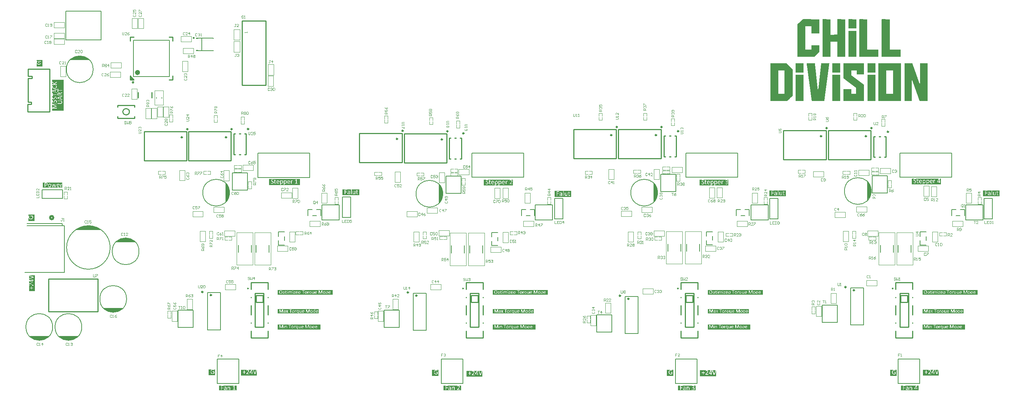
<source format=gto>
G04*
G04 #@! TF.GenerationSoftware,Altium Limited,Altium Designer,22.1.2 (22)*
G04*
G04 Layer_Color=65535*
%FSLAX44Y44*%
%MOMM*%
G71*
G04*
G04 #@! TF.SameCoordinates,E8DC7784-5412-4491-ADA6-3D39AB0E1C33*
G04*
G04*
G04 #@! TF.FilePolarity,Positive*
G04*
G01*
G75*
%ADD10C,0.3000*%
%ADD11C,0.5080*%
%ADD12C,0.2540*%
%ADD13C,0.2000*%
%ADD14C,0.6000*%
%ADD15C,0.1524*%
%ADD16C,0.0500*%
%ADD17C,0.2030*%
%ADD18C,0.2500*%
%ADD19C,0.1000*%
G36*
X1967971Y924124D02*
X1968037Y924085D01*
X1968089Y923954D01*
X1968063Y923692D01*
Y908323D01*
Y908297D01*
X1968076Y902445D01*
X1968037Y902353D01*
X1967971Y902288D01*
X1967867Y902261D01*
X1949486Y902288D01*
X1949447Y902327D01*
X1949421Y902432D01*
X1949408Y923967D01*
X1949434Y924072D01*
X1949486Y924124D01*
X1949591Y924150D01*
X1967971Y924124D01*
D02*
G37*
G36*
X1881019D02*
X1881110Y924059D01*
X1881136Y923954D01*
X1881110Y923535D01*
X1881123Y890872D01*
X1881071Y890741D01*
X1880940Y890663D01*
X1880757Y890636D01*
X1880652Y890663D01*
X1862573Y890649D01*
X1862481Y890715D01*
X1862442Y890754D01*
X1862416Y890859D01*
X1862390Y907197D01*
X1862298Y907289D01*
X1847609Y907262D01*
X1847518Y907171D01*
X1847492Y907066D01*
X1847518Y906804D01*
X1847505Y852410D01*
X1847570Y852318D01*
X1847740Y852252D01*
X1862324Y852279D01*
X1862416Y852370D01*
X1862403Y862909D01*
X1862442Y863000D01*
X1862507Y863066D01*
X1862678Y863079D01*
X1880979Y863053D01*
X1881071Y863014D01*
X1881110Y862974D01*
X1881136Y862869D01*
X1881110Y862451D01*
X1881123Y847906D01*
X1881097Y847775D01*
X1881019Y847566D01*
X1880940Y847487D01*
X1880888Y847461D01*
X1880770Y847343D01*
X1880744Y847291D01*
X1880704Y847252D01*
X1880652Y847225D01*
X1880508Y847081D01*
X1880482Y847029D01*
X1880390Y846964D01*
X1880246Y846820D01*
X1880220Y846767D01*
X1880128Y846702D01*
X1880011Y846584D01*
X1879984Y846532D01*
X1879945Y846492D01*
X1879893Y846466D01*
X1879749Y846322D01*
X1879722Y846270D01*
X1879631Y846204D01*
X1879513Y846086D01*
X1879487Y846034D01*
X1879448Y845995D01*
X1879395Y845968D01*
X1879251Y845825D01*
X1879225Y845772D01*
X1879068Y845641D01*
X1878989Y845563D01*
X1878963Y845510D01*
X1878806Y845379D01*
X1878754Y845327D01*
X1878728Y845275D01*
X1878688Y845235D01*
X1878636Y845209D01*
X1878492Y845065D01*
X1878466Y845013D01*
X1878309Y844882D01*
X1878256Y844830D01*
X1878230Y844777D01*
X1878191Y844738D01*
X1878138Y844712D01*
X1877994Y844568D01*
X1877968Y844515D01*
X1877877Y844450D01*
X1877733Y844306D01*
X1877706Y844254D01*
X1877615Y844188D01*
X1877497Y844070D01*
X1877471Y844018D01*
X1877431Y843979D01*
X1877379Y843952D01*
X1877235Y843809D01*
X1877209Y843756D01*
X1877117Y843691D01*
X1877000Y843573D01*
X1876973Y843521D01*
X1876934Y843481D01*
X1876882Y843455D01*
X1876738Y843311D01*
X1876711Y843259D01*
X1876620Y843193D01*
X1876476Y843049D01*
X1876450Y842997D01*
X1876358Y842931D01*
X1876240Y842813D01*
X1876214Y842761D01*
X1876175Y842722D01*
X1876122Y842696D01*
X1875978Y842552D01*
X1875952Y842499D01*
X1875795Y842368D01*
X1875743Y842316D01*
X1875717Y842264D01*
X1875677Y842224D01*
X1875625Y842198D01*
X1875481Y842054D01*
X1875455Y842002D01*
X1875298Y841871D01*
X1875219Y841792D01*
X1875193Y841740D01*
X1875036Y841609D01*
X1874983Y841557D01*
X1874957Y841504D01*
X1874918Y841465D01*
X1874866Y841439D01*
X1874722Y841295D01*
X1874695Y841243D01*
X1874604Y841177D01*
X1874486Y841059D01*
X1874460Y841007D01*
X1874420Y840968D01*
X1874368Y840941D01*
X1874224Y840798D01*
X1874198Y840745D01*
X1874106Y840680D01*
X1873962Y840536D01*
X1873936Y840483D01*
X1873844Y840418D01*
X1873727Y840300D01*
X1873701Y840248D01*
X1873661Y840208D01*
X1873609Y840182D01*
X1873465Y840038D01*
X1873439Y839986D01*
X1873347Y839920D01*
X1873229Y839802D01*
X1873203Y839750D01*
X1873164Y839711D01*
X1873111Y839685D01*
X1872967Y839541D01*
X1872941Y839488D01*
X1872784Y839357D01*
X1872706Y839279D01*
X1872679Y839227D01*
X1872522Y839096D01*
X1872470Y839043D01*
X1872444Y838991D01*
X1872404Y838952D01*
X1872352Y838925D01*
X1872208Y838781D01*
X1872182Y838729D01*
X1872025Y838598D01*
X1871972Y838546D01*
X1871946Y838493D01*
X1871907Y838454D01*
X1871855Y838428D01*
X1871711Y838284D01*
X1871684Y838232D01*
X1871593Y838166D01*
X1871449Y838022D01*
X1871423Y837970D01*
X1871331Y837904D01*
X1871213Y837786D01*
X1871187Y837734D01*
X1871148Y837695D01*
X1871095Y837669D01*
X1870951Y837525D01*
X1870925Y837472D01*
X1870833Y837407D01*
X1870716Y837289D01*
X1870690Y837237D01*
X1870650Y837197D01*
X1870598Y837171D01*
X1870454Y837027D01*
X1870428Y836975D01*
X1870336Y836909D01*
X1870192Y836765D01*
X1870166Y836713D01*
X1870074Y836647D01*
X1869956Y836530D01*
X1869930Y836477D01*
X1869891Y836438D01*
X1869839Y836412D01*
X1869695Y836268D01*
X1869668Y836216D01*
X1869511Y836085D01*
X1869459Y836032D01*
X1869433Y835980D01*
X1869393Y835941D01*
X1869341Y835914D01*
X1869197Y835770D01*
X1869171Y835718D01*
X1869014Y835587D01*
X1868870Y835443D01*
X1868687Y835417D01*
X1828836Y835443D01*
X1828797Y835482D01*
X1828745Y835666D01*
X1828771Y835770D01*
Y911308D01*
Y911334D01*
X1828797Y911988D01*
X1828889Y912080D01*
X1828941Y912106D01*
X1829033Y912198D01*
X1829059Y912250D01*
X1829098Y912289D01*
X1829151Y912316D01*
X1829229Y912394D01*
X1829268Y912407D01*
X1829295Y912460D01*
X1829386Y912551D01*
X1829439Y912577D01*
X1829700Y912839D01*
X1829753Y912865D01*
X1829988Y913101D01*
X1830041Y913127D01*
X1830303Y913389D01*
X1830355Y913415D01*
X1830591Y913651D01*
X1830643Y913677D01*
X1830879Y913913D01*
X1830931Y913939D01*
X1830970Y913978D01*
X1830997Y914031D01*
X1831036Y914070D01*
X1831088Y914096D01*
X1831140Y914148D01*
X1831193Y914174D01*
X1831232Y914214D01*
X1831258Y914266D01*
X1831324Y914332D01*
X1831376Y914358D01*
X1831612Y914594D01*
X1831664Y914620D01*
X1831900Y914855D01*
X1831952Y914882D01*
X1832044Y914973D01*
X1832070Y915025D01*
X1832109Y915065D01*
X1832162Y915091D01*
X1832279Y915183D01*
X1832306Y915235D01*
X1832397Y915327D01*
X1832450Y915353D01*
X1832685Y915588D01*
X1832738Y915615D01*
X1832999Y915876D01*
X1833052Y915903D01*
X1833314Y916164D01*
X1833366Y916191D01*
X1833575Y916400D01*
X1833628Y916426D01*
X1833864Y916662D01*
X1833916Y916688D01*
X1833981Y916753D01*
X1834008Y916806D01*
X1834217Y916963D01*
X1834243Y917015D01*
X1834335Y917107D01*
X1834387Y917133D01*
X1834623Y917369D01*
X1834675Y917395D01*
X1834911Y917631D01*
X1834963Y917657D01*
X1835055Y917748D01*
X1835081Y917801D01*
X1835173Y917866D01*
X1835290Y917958D01*
X1835317Y918010D01*
X1835382Y918076D01*
X1835434Y918102D01*
X1835487Y918154D01*
X1835539Y918180D01*
X1835670Y918338D01*
X1835722Y918364D01*
X1835984Y918626D01*
X1836037Y918652D01*
X1836128Y918743D01*
X1836141Y918783D01*
X1836194Y918809D01*
X1836272Y918887D01*
X1836325Y918914D01*
X1836586Y919175D01*
X1836639Y919202D01*
X1836875Y919437D01*
X1836927Y919464D01*
X1837189Y919725D01*
X1837228Y919738D01*
X1837254Y919791D01*
X1837320Y919856D01*
X1837372Y919882D01*
X1837608Y920118D01*
X1837660Y920144D01*
X1837896Y920380D01*
X1837948Y920406D01*
X1838184Y920642D01*
X1838236Y920668D01*
X1838328Y920760D01*
X1838354Y920812D01*
X1838445Y920877D01*
X1838563Y920969D01*
X1838589Y921021D01*
X1838655Y921087D01*
X1838707Y921113D01*
X1838969Y921375D01*
X1839021Y921401D01*
X1839257Y921637D01*
X1839310Y921663D01*
X1839702Y922056D01*
X1839755Y922082D01*
X1839912Y922239D01*
X1839964Y922265D01*
X1840173Y922475D01*
X1840213Y922488D01*
X1840239Y922540D01*
X1840304Y922605D01*
X1840357Y922632D01*
X1840435Y922710D01*
X1840488Y922736D01*
X1840553Y922828D01*
X1840592Y922867D01*
X1840645Y922893D01*
X1840907Y923155D01*
X1840959Y923181D01*
X1841169Y923391D01*
X1841221Y923417D01*
X1841365Y923561D01*
X1841378Y923600D01*
X1841430Y923626D01*
X1841574Y923744D01*
X1841600Y923797D01*
X1841666Y923862D01*
X1841718Y923888D01*
X1841771Y923941D01*
X1841810Y923954D01*
X1841836Y924006D01*
X1841954Y924124D01*
X1842216Y924150D01*
X1881019Y924124D01*
D02*
G37*
G36*
X1941501D02*
X1941566Y924059D01*
X1941592Y923875D01*
X1941566Y923692D01*
X1941579Y835574D01*
X1941540Y835482D01*
X1941370Y835417D01*
X1922990Y835443D01*
X1922872Y835535D01*
X1922845Y835639D01*
X1922872Y835901D01*
X1922845Y870751D01*
X1922780Y870816D01*
X1922597Y870842D01*
X1907070Y870816D01*
X1907005Y870751D01*
X1906979Y870646D01*
X1906992Y835574D01*
X1906926Y835482D01*
X1906887Y835443D01*
X1906704Y835417D01*
X1888428Y835443D01*
X1888363Y835482D01*
X1888337Y835587D01*
Y846296D01*
Y846322D01*
X1888363Y924085D01*
X1888402Y924124D01*
X1888585Y924150D01*
X1906887Y924124D01*
X1906979Y924059D01*
X1907005Y923954D01*
X1906979Y923535D01*
X1907005Y887795D01*
X1907070Y887730D01*
X1907332Y887704D01*
X1922780Y887730D01*
X1922872Y887822D01*
X1922898Y887926D01*
X1922872Y888188D01*
X1922859Y923993D01*
X1922937Y924098D01*
X1923120Y924150D01*
X1941501Y924124D01*
D02*
G37*
G36*
X418110Y878274D02*
X413538D01*
Y880394D01*
X418110D01*
Y878274D01*
D02*
G37*
G36*
Y849346D02*
X413538D01*
Y851466D01*
X418110D01*
Y849346D01*
D02*
G37*
G36*
X2046153Y924124D02*
X2046245Y924059D01*
X2046271Y923954D01*
X2046258Y923600D01*
X2046271Y852632D01*
X2046245Y852553D01*
X2046271Y852370D01*
X2046336Y852305D01*
X2046441Y852279D01*
X2046624Y852252D01*
X2072231Y852226D01*
X2072270Y852187D01*
X2072296Y852082D01*
X2072283Y851755D01*
X2072296Y835928D01*
X2072270Y835849D01*
X2072296Y835770D01*
X2072270Y835508D01*
X2072205Y835443D01*
X2072021Y835417D01*
X2042435D01*
X2027668Y835443D01*
X2027603Y835508D01*
X2027576Y835613D01*
X2027603Y836189D01*
X2027589Y924019D01*
X2027655Y924111D01*
X2027773Y924150D01*
X2046153Y924124D01*
D02*
G37*
G36*
X1993631D02*
X1993722Y924032D01*
X1993748Y923928D01*
X1993722Y923666D01*
X1993709Y852488D01*
X1993735Y852383D01*
X1993761Y852331D01*
X1993892Y852279D01*
X1994076Y852252D01*
X2019682Y852226D01*
X2019748Y852161D01*
X2019774Y852056D01*
X2019748Y851716D01*
X2019761Y835574D01*
X2019722Y835482D01*
X2019682Y835443D01*
X2019499Y835417D01*
X1994730D01*
X1975146Y835443D01*
X1975080Y835482D01*
X1975054Y835587D01*
X1975080Y924085D01*
X1975119Y924124D01*
X1975303Y924150D01*
X1993631Y924124D01*
D02*
G37*
G36*
X1949853Y896946D02*
X1967854Y896959D01*
X1967984Y896907D01*
X1968063Y896724D01*
X1968076Y835574D01*
X1968011Y835482D01*
X1967971Y835443D01*
X1967788Y835417D01*
X1962211D01*
X1949486Y835443D01*
X1949447Y835482D01*
X1949395Y835666D01*
X1949421Y835770D01*
X1949447Y896855D01*
X1949486Y896920D01*
X1949670Y896973D01*
X1949853Y896946D01*
D02*
G37*
G36*
X152027Y835149D02*
X161692Y828802D01*
X143256D01*
X131779Y828625D01*
X117995Y828802D01*
X125440Y834964D01*
X125638Y834873D01*
X133051Y837265D01*
X138267Y838052D01*
X152027Y835149D01*
D02*
G37*
G36*
X2012482Y820310D02*
X2012547Y820244D01*
X2012574Y820139D01*
X2012547Y819720D01*
Y816788D01*
Y816762D01*
X2012561Y798604D01*
X2012495Y798512D01*
X2012456Y798473D01*
X2012273Y798447D01*
X1993997Y798473D01*
X1993932Y798539D01*
X1993905Y798643D01*
X1993932Y820270D01*
X1993971Y820310D01*
X1994076Y820336D01*
X2012482Y820310D01*
D02*
G37*
G36*
X1930033D02*
X1930098Y820244D01*
X1930124Y820139D01*
X1930098Y819642D01*
Y806786D01*
Y806760D01*
X1930111Y798604D01*
X1930006Y798473D01*
X1929902Y798447D01*
X1911548Y798473D01*
X1911482Y798539D01*
X1911456Y798643D01*
X1911482Y820270D01*
X1911521Y820310D01*
X1911626Y820336D01*
X1930033Y820310D01*
D02*
G37*
G36*
X1843577D02*
X1843643Y820244D01*
X1843669Y820061D01*
X1843643Y819982D01*
X1843656Y798656D01*
X1843604Y798525D01*
X1843420Y798447D01*
X1826323D01*
X1825092Y798473D01*
X1825001Y798565D01*
X1824987Y820152D01*
X1825014Y820257D01*
X1825066Y820310D01*
X1825171Y820336D01*
X1843577Y820310D01*
D02*
G37*
G36*
X1985304D02*
X1985396Y820218D01*
X1985383Y819812D01*
X1985396Y794480D01*
X1985370Y794402D01*
X1985396Y794297D01*
X1985370Y794035D01*
X1985278Y793943D01*
X1985173Y793917D01*
X1984872Y793930D01*
X1969019Y793917D01*
X1968940Y793943D01*
X1968862Y793917D01*
X1968574Y793943D01*
X1968508Y794009D01*
X1968482Y794114D01*
X1968456Y803409D01*
X1968416Y803448D01*
X1968312Y803474D01*
X1956621Y803487D01*
X1956517Y803461D01*
X1956438Y803409D01*
X1956412Y803304D01*
X1956399Y792111D01*
X1956425Y791980D01*
X1956477Y791849D01*
X1956582Y791744D01*
X1956634Y791718D01*
X1956817Y791587D01*
X1956922Y791482D01*
X1956975Y791456D01*
X1957158Y791325D01*
X1957236Y791247D01*
X1957289Y791220D01*
X1957616Y790972D01*
X1957826Y790841D01*
X1957970Y790697D01*
X1958153Y790592D01*
X1958310Y790435D01*
X1958493Y790330D01*
X1958598Y790226D01*
X1958650Y790199D01*
X1958834Y790068D01*
X1958912Y789990D01*
X1958965Y789964D01*
X1959017Y789911D01*
X1959148Y789833D01*
X1959252Y789728D01*
X1959305Y789702D01*
X1959488Y789571D01*
X1959567Y789492D01*
X1959619Y789466D01*
X1959868Y789296D01*
X1959986Y789178D01*
X1960169Y789073D01*
X1960300Y788943D01*
X1960483Y788838D01*
X1960614Y788707D01*
X1960797Y788602D01*
X1960928Y788471D01*
X1960981Y788445D01*
X1961164Y788314D01*
X1961269Y788209D01*
X1961321Y788183D01*
X1961504Y788052D01*
X1961583Y787974D01*
X1961635Y787948D01*
X1961884Y787777D01*
X1961976Y787686D01*
X1962159Y787581D01*
X1962316Y787424D01*
X1962499Y787319D01*
X1962630Y787188D01*
X1962813Y787084D01*
X1962918Y786979D01*
X1962970Y786953D01*
X1963023Y786900D01*
X1963154Y786822D01*
X1963285Y786691D01*
X1963468Y786586D01*
X1963599Y786455D01*
X1963782Y786350D01*
X1963926Y786233D01*
X1963992Y786167D01*
X1964175Y786062D01*
X1964332Y785905D01*
X1964515Y785801D01*
X1964620Y785696D01*
X1964672Y785670D01*
X1964856Y785539D01*
X1964934Y785460D01*
X1964987Y785434D01*
X1965222Y785251D01*
X1965301Y785172D01*
X1965484Y785068D01*
X1965589Y784963D01*
X1965641Y784937D01*
X1965890Y784766D01*
X1965981Y784675D01*
X1966034Y784649D01*
X1966217Y784518D01*
X1966322Y784413D01*
X1966505Y784308D01*
X1966636Y784177D01*
X1966819Y784073D01*
X1966950Y783942D01*
X1967003Y783915D01*
X1967186Y783785D01*
X1967291Y783680D01*
X1967343Y783654D01*
X1967526Y783523D01*
X1967605Y783444D01*
X1967788Y783339D01*
X1967932Y783222D01*
X1967998Y783156D01*
X1968181Y783052D01*
X1968338Y782894D01*
X1968521Y782790D01*
X1968652Y782659D01*
X1968835Y782554D01*
X1968940Y782449D01*
X1968992Y782423D01*
X1969228Y782240D01*
X1969307Y782161D01*
X1969490Y782057D01*
X1969621Y781926D01*
X1969804Y781821D01*
X1969948Y781703D01*
X1969987Y781664D01*
X1970040Y781638D01*
X1970223Y781507D01*
X1970328Y781402D01*
X1970380Y781376D01*
X1970616Y781192D01*
X1970773Y781088D01*
X1970825Y781062D01*
X1970956Y780931D01*
X1971009Y780904D01*
X1971192Y780774D01*
X1971297Y780669D01*
X1971349Y780643D01*
X1971532Y780512D01*
X1971611Y780433D01*
X1971663Y780407D01*
X1971912Y780237D01*
X1972003Y780145D01*
X1972187Y780041D01*
X1972344Y779883D01*
X1972527Y779779D01*
X1972658Y779648D01*
X1972841Y779543D01*
X1972972Y779412D01*
X1973156Y779307D01*
X1973313Y779150D01*
X1973496Y779045D01*
X1973627Y778915D01*
X1973810Y778810D01*
X1973954Y778692D01*
X1973993Y778653D01*
X1974046Y778627D01*
X1974281Y778443D01*
X1974360Y778365D01*
X1974543Y778260D01*
X1974674Y778129D01*
X1974857Y778024D01*
X1974962Y777920D01*
X1975014Y777894D01*
X1975198Y777763D01*
X1975329Y777632D01*
X1975512Y777527D01*
X1975617Y777422D01*
X1975669Y777396D01*
X1975852Y777265D01*
X1975905Y777213D01*
X1975957Y777187D01*
X1976010Y777134D01*
X1976062Y777108D01*
X1976245Y776977D01*
X1976376Y776846D01*
X1976559Y776741D01*
X1976664Y776637D01*
X1976716Y776610D01*
X1976900Y776480D01*
X1976978Y776401D01*
X1977031Y776375D01*
X1977214Y776244D01*
X1977319Y776139D01*
X1977371Y776113D01*
X1977554Y775982D01*
X1977633Y775904D01*
X1977685Y775877D01*
X1977868Y775747D01*
X1977947Y775668D01*
X1977999Y775642D01*
X1978248Y775472D01*
X1978366Y775354D01*
X1978549Y775249D01*
X1978680Y775118D01*
X1978863Y775013D01*
X1978968Y774909D01*
X1979021Y774882D01*
X1979256Y774699D01*
X1979335Y774621D01*
X1979518Y774516D01*
X1979649Y774385D01*
X1979701Y774359D01*
X1979884Y774228D01*
X1979937Y774175D01*
X1979989Y774149D01*
X1980172Y774018D01*
X1980225Y773992D01*
X1980382Y773835D01*
X1980565Y773730D01*
X1980696Y773599D01*
X1980880Y773495D01*
X1980984Y773390D01*
X1981037Y773364D01*
X1981220Y773233D01*
X1981325Y773128D01*
X1981377Y773102D01*
X1981560Y772971D01*
X1981665Y772866D01*
X1981848Y772762D01*
X1981953Y772657D01*
X1982005Y772631D01*
X1982254Y772461D01*
X1982372Y772343D01*
X1982555Y772238D01*
X1982686Y772107D01*
X1982738Y772081D01*
X1982922Y771950D01*
X1983000Y771871D01*
X1983184Y771767D01*
X1983341Y771610D01*
X1983393Y771583D01*
X1983576Y771452D01*
X1983681Y771348D01*
X1983864Y771243D01*
X1983969Y771138D01*
X1984021Y771112D01*
X1984270Y770942D01*
X1984388Y770824D01*
X1984571Y770719D01*
X1984702Y770589D01*
X1984885Y770484D01*
X1985016Y770353D01*
X1985200Y770248D01*
X1985331Y770117D01*
X1985383Y770091D01*
X1985618Y769908D01*
X1985671Y769855D01*
X1985723Y769829D01*
X1985867Y769738D01*
X1985946Y769554D01*
X1985972Y769214D01*
X1985946Y769135D01*
X1985972Y768638D01*
X1985959Y731995D01*
X1985972Y731746D01*
X1985880Y731655D01*
X1985671Y731602D01*
X1937180Y731629D01*
X1937115Y731694D01*
X1937089Y731799D01*
X1937115Y732375D01*
X1937102Y759147D01*
X1937154Y759225D01*
X1937259Y759251D01*
X1937377Y759264D01*
X1955351Y759251D01*
X1955430Y759278D01*
X1955652Y759238D01*
X1955783Y759134D01*
X1955770Y758701D01*
X1955783Y748844D01*
X1955757Y748765D01*
X1955783Y748556D01*
X1955849Y748490D01*
X1956215Y748438D01*
X1956399Y748464D01*
X1967120Y748451D01*
X1967212Y748516D01*
X1967251Y748556D01*
X1967225Y762485D01*
X1966950Y762760D01*
X1966898Y762786D01*
X1966715Y762917D01*
X1966636Y762996D01*
X1966584Y763022D01*
X1966348Y763205D01*
X1966191Y763310D01*
X1966139Y763336D01*
X1965981Y763493D01*
X1965929Y763519D01*
X1965746Y763650D01*
X1965641Y763755D01*
X1965458Y763859D01*
X1965379Y763938D01*
X1965327Y763964D01*
X1965275Y764017D01*
X1965091Y764121D01*
X1964934Y764278D01*
X1964803Y764357D01*
X1964699Y764462D01*
X1964646Y764488D01*
X1964463Y764619D01*
X1964411Y764645D01*
X1964306Y764750D01*
X1964254Y764776D01*
X1964070Y764907D01*
X1963939Y765038D01*
X1963756Y765143D01*
X1963625Y765273D01*
X1963442Y765378D01*
X1963337Y765483D01*
X1963285Y765509D01*
X1963101Y765640D01*
X1962997Y765745D01*
X1962944Y765771D01*
X1962761Y765902D01*
X1962656Y766006D01*
X1962473Y766111D01*
X1962368Y766216D01*
X1962316Y766242D01*
X1962159Y766347D01*
X1962106Y766373D01*
X1961949Y766530D01*
X1961766Y766635D01*
X1961609Y766792D01*
X1961426Y766897D01*
X1961295Y767028D01*
X1961111Y767132D01*
X1960981Y767263D01*
X1960928Y767289D01*
X1960745Y767420D01*
X1960640Y767525D01*
X1960457Y767630D01*
X1960326Y767761D01*
X1960143Y767866D01*
X1959999Y767983D01*
X1959933Y768049D01*
X1959802Y768127D01*
X1959671Y768258D01*
X1959619Y768284D01*
X1959436Y768415D01*
X1959357Y768494D01*
X1959305Y768520D01*
X1959056Y768690D01*
X1958965Y768782D01*
X1958912Y768808D01*
X1958729Y768939D01*
X1958624Y769044D01*
X1958441Y769148D01*
X1958310Y769279D01*
X1958127Y769384D01*
X1957996Y769515D01*
X1957943Y769541D01*
X1957760Y769672D01*
X1957655Y769777D01*
X1957603Y769803D01*
X1957420Y769934D01*
X1957341Y770013D01*
X1957289Y770039D01*
X1957106Y770170D01*
X1956962Y770287D01*
X1956752Y770418D01*
X1956713Y770484D01*
X1956660Y770510D01*
X1956608Y770562D01*
X1956412Y770680D01*
X1956399Y770719D01*
X1956346Y770746D01*
X1956294Y770798D01*
X1956111Y770903D01*
X1955980Y771034D01*
X1955927Y771060D01*
X1955744Y771191D01*
X1955639Y771295D01*
X1955587Y771322D01*
X1955404Y771452D01*
X1955325Y771531D01*
X1955273Y771557D01*
X1955090Y771688D01*
X1955037Y771740D01*
X1954985Y771767D01*
X1954932Y771819D01*
X1954801Y771898D01*
X1954671Y772029D01*
X1954618Y772055D01*
X1954435Y772186D01*
X1954330Y772290D01*
X1954147Y772395D01*
X1954095Y772448D01*
X1954042Y772474D01*
X1953964Y772552D01*
X1953911Y772578D01*
X1953728Y772709D01*
X1953623Y772814D01*
X1953571Y772840D01*
X1953335Y773024D01*
X1953152Y773154D01*
X1953100Y773181D01*
X1952995Y773285D01*
X1952943Y773311D01*
X1952759Y773442D01*
X1952628Y773573D01*
X1952445Y773678D01*
X1952314Y773809D01*
X1952131Y773914D01*
X1952026Y774018D01*
X1951974Y774045D01*
X1951725Y774215D01*
X1951699Y774267D01*
X1951542Y774372D01*
X1951385Y774503D01*
X1951345Y774542D01*
X1951162Y774647D01*
X1951018Y774765D01*
X1950979Y774804D01*
X1950926Y774830D01*
X1950743Y774961D01*
X1950612Y775092D01*
X1950429Y775197D01*
X1950298Y775328D01*
X1950115Y775432D01*
X1950010Y775537D01*
X1949958Y775563D01*
X1949774Y775694D01*
X1949670Y775799D01*
X1949617Y775825D01*
X1949434Y775956D01*
X1949329Y776061D01*
X1949146Y776165D01*
X1949041Y776270D01*
X1948989Y776296D01*
X1948806Y776427D01*
X1948753Y776453D01*
X1948622Y776584D01*
X1948570Y776610D01*
X1948387Y776741D01*
X1948282Y776846D01*
X1948151Y776925D01*
X1948007Y777042D01*
X1947968Y777082D01*
X1947784Y777187D01*
X1947654Y777317D01*
X1947601Y777344D01*
X1947418Y777475D01*
X1947313Y777579D01*
X1947130Y777684D01*
X1946999Y777815D01*
X1946816Y777920D01*
X1946672Y778037D01*
X1946606Y778103D01*
X1946475Y778182D01*
X1946344Y778312D01*
X1946292Y778339D01*
X1946109Y778469D01*
X1946030Y778548D01*
X1945978Y778574D01*
X1945729Y778744D01*
X1945638Y778836D01*
X1945585Y778862D01*
X1945402Y778993D01*
X1945297Y779098D01*
X1945114Y779203D01*
X1944983Y779333D01*
X1944800Y779438D01*
X1944669Y779569D01*
X1944616Y779595D01*
X1944433Y779726D01*
X1944328Y779831D01*
X1944276Y779857D01*
X1944093Y779988D01*
X1944014Y780067D01*
X1943962Y780093D01*
X1943779Y780224D01*
X1943726Y780276D01*
X1943674Y780302D01*
X1943622Y780355D01*
X1943438Y780459D01*
X1943399Y780499D01*
X1943386Y780538D01*
X1943333Y780564D01*
X1943281Y780617D01*
X1943150Y780695D01*
X1943045Y780800D01*
X1942993Y780826D01*
X1942744Y780996D01*
X1942653Y781088D01*
X1942600Y781114D01*
X1942417Y781245D01*
X1942312Y781350D01*
X1942260Y781376D01*
X1942077Y781507D01*
X1941998Y781585D01*
X1941946Y781611D01*
X1941763Y781742D01*
X1941684Y781821D01*
X1941632Y781847D01*
X1941409Y781991D01*
X1941383Y782043D01*
X1941344Y782083D01*
X1941291Y782109D01*
X1941108Y782240D01*
X1941003Y782345D01*
X1940820Y782449D01*
X1940676Y782567D01*
X1940637Y782606D01*
X1940584Y782633D01*
X1940401Y782764D01*
X1940270Y782894D01*
X1940087Y782999D01*
X1939982Y783104D01*
X1939930Y783130D01*
X1939746Y783261D01*
X1939668Y783339D01*
X1939615Y783366D01*
X1939432Y783497D01*
X1939301Y783627D01*
X1939118Y783732D01*
X1938987Y783863D01*
X1938804Y783968D01*
X1938699Y784073D01*
X1938647Y784099D01*
X1938424Y784243D01*
X1938398Y784295D01*
X1938359Y784334D01*
X1938306Y784361D01*
X1938071Y784544D01*
X1937887Y784675D01*
X1937835Y784701D01*
X1937796Y784740D01*
X1937717Y784923D01*
X1937691Y785107D01*
Y815557D01*
Y815583D01*
X1937704Y819943D01*
X1937691Y820218D01*
X1937757Y820283D01*
X1937887Y820336D01*
X1985304Y820310D01*
D02*
G37*
G36*
X2012482Y793079D02*
X2012521Y793040D01*
X2012547Y792857D01*
X2012561Y731759D01*
X2012495Y731668D01*
X2012456Y731629D01*
X2012273Y731602D01*
X1993997Y731629D01*
X1993905Y731720D01*
Y753007D01*
Y753033D01*
X1993932Y793040D01*
X1993971Y793106D01*
X1994102Y793158D01*
X2012050Y793145D01*
X2012351Y793158D01*
X2012482Y793079D01*
D02*
G37*
G36*
X1930046Y793092D02*
X1930098Y792962D01*
X1930111Y792661D01*
X1930098Y752876D01*
Y752850D01*
X1930111Y731733D01*
X1930072Y731694D01*
X1930059Y731655D01*
X1929875Y731602D01*
X1911548Y731629D01*
X1911482Y731694D01*
X1911456Y731799D01*
X1911482Y793040D01*
X1911574Y793132D01*
X1911757Y793158D01*
X1929601Y793145D01*
X1929928Y793158D01*
X1930046Y793092D01*
D02*
G37*
G36*
X1843577Y793079D02*
X1843643Y792935D01*
Y763768D01*
Y763742D01*
X1843656Y731786D01*
X1843616Y731694D01*
X1843551Y731629D01*
X1843289Y731602D01*
X1825092Y731629D01*
X1825027Y731668D01*
X1824974Y731877D01*
X1825001Y731956D01*
X1825027Y793040D01*
X1825092Y793132D01*
X1825276Y793158D01*
X1843145Y793145D01*
X1843446Y793158D01*
X1843577Y793079D01*
D02*
G37*
G36*
X267298Y781850D02*
X258610D01*
Y790538D01*
X267298Y781850D01*
D02*
G37*
G36*
X2135083Y820323D02*
X2135161Y820244D01*
X2135187Y820139D01*
X2135161Y819720D01*
X2135174Y731759D01*
X2135135Y731668D01*
X2135096Y731629D01*
X2134912Y731602D01*
X2134664Y731616D01*
X2116925Y731602D01*
X2116846Y731629D01*
X2116742Y731655D01*
X2116624Y731773D01*
X2116584Y731943D01*
X2116558Y732074D01*
X2116532Y732178D01*
X2116480Y732309D01*
X2116388Y732479D01*
X2116336Y732610D01*
X2116297Y732833D01*
X2116244Y732964D01*
X2116205Y733056D01*
X2116100Y733291D01*
X2116074Y733396D01*
X2116022Y733632D01*
X2115917Y733815D01*
X2115865Y733946D01*
X2115812Y734155D01*
X2115773Y734325D01*
X2115603Y734653D01*
X2115537Y734954D01*
X2115511Y735059D01*
X2115341Y735386D01*
X2115275Y735687D01*
X2115197Y735896D01*
X2115158Y735936D01*
X2115105Y736067D01*
X2115079Y736171D01*
X2115040Y736341D01*
X2114961Y736551D01*
X2114870Y736721D01*
X2114817Y736931D01*
X2114778Y737101D01*
X2114726Y737232D01*
X2114608Y737428D01*
X2114568Y737598D01*
X2114542Y737729D01*
X2114516Y737834D01*
X2114464Y737965D01*
X2114424Y738004D01*
X2114346Y738187D01*
X2114320Y738292D01*
X2114254Y738567D01*
X2114202Y738698D01*
X2114163Y738737D01*
X2114084Y738921D01*
X2114019Y739222D01*
X2113953Y739392D01*
X2113849Y739549D01*
X2113783Y739876D01*
X2113731Y740007D01*
X2113691Y740099D01*
X2113587Y740334D01*
X2113560Y740439D01*
X2113508Y740675D01*
X2113325Y741068D01*
X2113259Y741369D01*
X2113115Y741644D01*
X2113063Y741827D01*
X2113024Y741997D01*
X2112997Y742102D01*
X2112854Y742377D01*
X2112749Y742795D01*
X2112565Y743188D01*
X2112526Y743411D01*
X2112474Y743542D01*
X2112330Y743843D01*
X2112264Y744144D01*
X2112212Y744275D01*
X2112094Y744497D01*
X2112042Y744707D01*
X2112003Y744877D01*
X2111950Y745008D01*
X2111911Y745047D01*
X2111832Y745230D01*
X2111793Y745401D01*
X2111767Y745532D01*
X2111741Y745636D01*
X2111571Y745964D01*
X2111505Y746265D01*
X2111440Y746435D01*
X2111361Y746566D01*
X2111309Y746749D01*
X2111283Y746854D01*
X2111243Y746998D01*
X2111191Y747129D01*
X2111099Y747299D01*
X2111047Y747482D01*
X2111008Y747679D01*
X2110955Y747810D01*
X2110837Y748006D01*
X2110798Y748176D01*
X2110772Y748333D01*
X2110706Y748503D01*
X2110602Y748687D01*
X2110549Y748870D01*
X2110510Y749040D01*
X2110484Y749145D01*
X2110340Y749420D01*
X2110288Y749629D01*
X2110248Y749799D01*
X2110196Y749930D01*
X2110078Y750153D01*
X2110052Y750258D01*
X2109987Y750533D01*
X2109908Y750690D01*
X2109816Y750912D01*
X2109790Y751017D01*
X2109751Y751187D01*
X2109698Y751318D01*
X2109554Y751619D01*
X2109515Y751842D01*
X2109489Y751946D01*
X2109345Y752221D01*
X2109293Y752405D01*
X2109267Y752509D01*
X2109227Y752680D01*
X2109057Y753007D01*
X2108992Y753308D01*
X2108913Y753517D01*
X2108874Y753557D01*
X2108821Y753688D01*
X2108795Y753792D01*
X2108756Y753962D01*
X2108677Y754172D01*
X2108586Y754342D01*
X2108533Y754525D01*
X2108494Y754722D01*
X2108442Y754853D01*
X2108324Y755049D01*
X2108285Y755219D01*
X2108258Y755376D01*
X2108180Y755586D01*
X2108141Y755625D01*
X2108062Y755808D01*
X2108036Y755913D01*
X2107970Y756188D01*
X2107931Y756280D01*
X2107800Y756568D01*
X2107774Y756672D01*
X2107735Y756843D01*
X2107682Y756973D01*
X2107565Y757196D01*
X2107538Y757301D01*
X2107473Y757576D01*
X2107421Y757707D01*
X2107329Y757877D01*
X2107277Y758060D01*
X2107250Y758217D01*
X2107067Y758610D01*
X2107015Y758819D01*
X2106989Y758976D01*
X2106884Y759160D01*
X2106805Y759343D01*
X2106779Y759448D01*
X2106740Y759618D01*
X2106714Y759723D01*
X2106570Y759998D01*
X2106465Y760416D01*
X2106282Y760809D01*
X2106242Y761006D01*
X2106151Y761254D01*
X2106020Y761542D01*
X2105994Y761752D01*
X2105784Y762197D01*
X2105745Y762420D01*
X2105719Y762524D01*
X2105549Y762851D01*
X2105509Y763022D01*
X2105483Y763153D01*
X2105457Y763257D01*
X2105339Y763454D01*
X2105287Y763585D01*
X2105221Y763886D01*
X2105156Y764056D01*
X2105077Y764187D01*
X2105025Y764370D01*
X2104999Y764475D01*
X2104959Y764619D01*
X2104907Y764750D01*
X2104815Y764920D01*
X2104763Y765103D01*
X2104737Y765260D01*
X2104554Y765653D01*
X2104501Y765863D01*
X2104475Y766020D01*
X2104370Y766203D01*
X2104292Y766386D01*
X2104266Y766491D01*
X2104200Y766766D01*
X2104056Y767041D01*
X2103978Y767355D01*
X2103938Y767499D01*
X2103794Y767774D01*
X2103768Y767879D01*
X2103729Y768049D01*
X2103703Y768154D01*
X2103650Y768284D01*
X2103611Y768324D01*
X2103532Y768507D01*
X2103467Y768808D01*
X2103415Y768939D01*
X2103271Y769266D01*
X2103205Y769567D01*
X2103035Y769895D01*
X2102996Y770065D01*
X2102970Y770222D01*
X2102917Y770353D01*
X2102799Y770549D01*
X2102773Y770654D01*
X2102734Y770824D01*
X2102681Y771034D01*
X2102564Y771230D01*
X2102511Y771413D01*
X2102472Y771583D01*
X2102393Y771793D01*
X2102302Y771963D01*
X2102249Y772146D01*
X2102223Y772303D01*
X2102171Y772434D01*
X2102014Y772775D01*
X2101988Y772958D01*
X2101922Y773128D01*
X2101778Y773429D01*
X2101739Y773599D01*
X2101713Y773730D01*
X2101660Y773861D01*
X2101543Y774084D01*
X2101490Y774293D01*
X2101451Y774464D01*
X2101399Y774594D01*
X2101281Y774817D01*
X2101254Y774922D01*
X2101215Y775092D01*
X2101189Y775197D01*
X2101137Y775328D01*
X2101019Y775524D01*
X2100980Y775747D01*
X2100954Y775851D01*
X2100901Y775982D01*
X2100757Y776309D01*
X2100692Y776610D01*
X2100548Y776885D01*
X2100495Y777069D01*
X2100430Y777344D01*
X2100286Y777618D01*
X2100207Y777933D01*
X2100168Y778077D01*
X2100050Y778273D01*
X2099998Y778456D01*
X2099958Y778627D01*
X2099867Y778875D01*
X2099788Y779006D01*
X2099736Y779190D01*
X2099697Y779386D01*
X2099644Y779517D01*
X2099527Y779739D01*
X2099474Y779949D01*
X2099448Y780106D01*
X2099238Y780551D01*
X2099173Y780852D01*
X2099029Y781153D01*
X2098937Y781585D01*
X2098846Y781729D01*
X2098754Y781768D01*
X2098663Y781677D01*
X2098636Y781415D01*
X2098649Y731759D01*
X2098584Y731668D01*
X2098466Y731629D01*
X2098283Y731602D01*
X2081212Y731629D01*
X2081146Y731694D01*
X2081120Y731799D01*
X2081146Y820270D01*
X2081185Y820310D01*
X2081290Y820336D01*
X2099592Y820310D01*
X2099657Y820244D01*
X2099710Y820061D01*
X2099749Y819864D01*
X2099854Y819707D01*
X2099919Y819537D01*
X2099958Y819341D01*
X2099985Y819236D01*
X2100050Y819066D01*
X2100129Y818935D01*
X2100181Y818752D01*
X2100220Y818581D01*
X2100299Y818372D01*
X2100390Y818202D01*
X2100443Y817992D01*
X2100482Y817822D01*
X2100600Y817573D01*
X2100652Y817442D01*
X2100705Y817233D01*
X2100731Y817076D01*
X2100862Y816866D01*
X2100940Y816605D01*
X2101006Y816330D01*
X2101150Y816055D01*
X2101202Y815845D01*
X2101241Y815675D01*
X2101294Y815544D01*
X2101412Y815348D01*
X2101477Y815047D01*
X2101503Y814942D01*
X2101556Y814811D01*
X2101595Y814772D01*
X2101647Y814641D01*
X2101700Y814458D01*
X2101726Y814301D01*
X2101804Y814117D01*
X2101831Y814065D01*
X2101935Y813829D01*
X2101962Y813646D01*
X2102027Y813476D01*
X2102171Y813175D01*
X2102236Y812874D01*
X2102289Y812743D01*
X2102407Y812520D01*
X2102433Y812415D01*
X2102472Y812245D01*
X2102498Y812114D01*
X2102616Y811892D01*
X2102668Y811761D01*
X2102721Y811551D01*
X2102760Y811381D01*
X2102878Y811159D01*
X2102930Y811028D01*
X2102996Y810753D01*
X2103022Y810648D01*
X2103166Y810373D01*
X2103205Y810203D01*
X2103231Y810072D01*
X2103336Y809810D01*
X2103375Y809771D01*
X2103428Y809640D01*
X2103519Y809234D01*
X2103637Y809038D01*
X2103690Y808855D01*
X2103716Y808750D01*
X2103755Y808580D01*
X2103794Y808488D01*
X2103951Y808148D01*
X2103991Y807925D01*
X2104069Y807716D01*
X2104108Y807676D01*
X2104187Y807493D01*
X2104252Y807192D01*
X2104331Y806982D01*
X2104370Y806943D01*
X2104423Y806812D01*
X2104475Y806603D01*
X2104514Y806459D01*
X2104567Y806328D01*
X2104711Y806001D01*
X2104737Y805791D01*
X2104920Y805398D01*
X2104973Y805189D01*
X2105012Y805019D01*
X2105182Y804691D01*
X2105221Y804521D01*
X2105247Y804390D01*
X2105274Y804286D01*
X2105418Y804011D01*
X2105496Y803697D01*
X2105535Y803552D01*
X2105679Y803278D01*
X2105706Y803173D01*
X2105745Y803003D01*
X2105771Y802898D01*
X2105823Y802767D01*
X2105941Y802571D01*
X2105981Y802348D01*
X2106007Y802243D01*
X2106085Y802034D01*
X2106125Y801995D01*
X2106177Y801864D01*
X2106229Y801654D01*
X2106268Y801484D01*
X2106439Y801104D01*
X2106491Y800895D01*
X2106530Y800751D01*
X2106570Y800659D01*
X2106701Y800371D01*
X2106727Y800267D01*
X2106792Y799992D01*
X2106910Y799795D01*
X2106962Y799612D01*
X2106989Y799507D01*
X2107028Y799337D01*
X2107080Y799206D01*
X2107119Y799167D01*
X2107198Y798984D01*
X2107224Y798879D01*
X2107263Y798709D01*
X2107290Y798604D01*
X2107408Y798381D01*
X2107460Y798251D01*
X2107486Y798067D01*
X2107578Y797819D01*
X2107669Y797648D01*
X2107722Y797465D01*
X2107787Y797190D01*
X2107931Y796915D01*
X2107984Y796706D01*
X2108023Y796536D01*
X2108075Y796405D01*
X2108114Y796365D01*
X2108193Y796182D01*
X2108219Y796077D01*
X2108258Y795907D01*
X2108285Y795802D01*
X2108337Y795671D01*
X2108376Y795632D01*
X2108455Y795449D01*
X2108520Y795148D01*
X2108599Y794938D01*
X2108638Y794899D01*
X2108690Y794768D01*
X2108743Y794559D01*
X2108782Y794415D01*
X2108834Y794284D01*
X2108874Y794192D01*
X2108978Y793957D01*
X2109018Y793734D01*
X2109070Y793603D01*
X2109214Y793302D01*
X2109240Y793119D01*
X2109267Y793014D01*
X2109450Y792621D01*
X2109502Y792412D01*
X2109541Y792242D01*
X2109685Y791967D01*
X2109738Y791783D01*
X2109777Y791613D01*
X2109803Y791508D01*
X2109843Y791417D01*
X2109947Y791260D01*
X2109987Y791090D01*
X2110013Y790959D01*
X2110039Y790854D01*
X2110091Y790723D01*
X2110209Y790500D01*
X2110248Y790330D01*
X2110275Y790199D01*
X2110353Y789990D01*
X2110445Y789820D01*
X2110497Y789610D01*
X2110536Y789440D01*
X2110576Y789348D01*
X2110706Y789060D01*
X2110759Y788851D01*
X2110798Y788681D01*
X2110968Y788354D01*
X2111034Y788052D01*
X2111060Y787948D01*
X2111230Y787620D01*
X2111269Y787424D01*
X2111322Y787215D01*
X2111440Y787018D01*
X2111492Y786835D01*
X2111531Y786665D01*
X2111557Y786560D01*
X2111728Y786180D01*
X2111754Y786076D01*
X2111780Y785919D01*
X2111963Y785526D01*
X2112016Y785316D01*
X2112042Y785159D01*
X2112147Y784976D01*
X2112225Y784793D01*
X2112251Y784688D01*
X2112317Y784413D01*
X2112461Y784138D01*
X2112513Y783929D01*
X2112552Y783758D01*
X2112605Y783627D01*
X2112723Y783431D01*
X2112814Y783025D01*
X2112867Y782894D01*
X2112958Y782724D01*
X2113011Y782541D01*
X2113037Y782384D01*
X2113089Y782253D01*
X2113246Y781913D01*
X2113286Y781690D01*
X2113338Y781559D01*
X2113482Y781258D01*
X2113573Y780852D01*
X2113613Y780813D01*
X2113744Y780525D01*
X2113809Y780198D01*
X2113862Y780067D01*
X2113901Y780027D01*
X2113979Y779844D01*
X2114006Y779739D01*
X2114045Y779569D01*
X2114071Y779464D01*
X2114123Y779333D01*
X2114163Y779294D01*
X2114241Y779111D01*
X2114307Y778810D01*
X2114359Y778679D01*
X2114451Y778509D01*
X2114503Y778326D01*
X2114529Y778221D01*
X2114568Y778077D01*
X2114621Y777946D01*
X2114713Y777776D01*
X2114765Y777592D01*
X2114830Y777317D01*
X2114974Y777042D01*
X2115027Y776833D01*
X2115066Y776663D01*
X2115118Y776532D01*
X2115158Y776493D01*
X2115236Y776309D01*
X2115262Y776205D01*
X2115328Y775904D01*
X2115472Y775629D01*
X2115524Y775445D01*
X2115563Y775275D01*
X2115642Y775066D01*
X2115681Y775026D01*
X2115734Y774895D01*
X2115760Y774791D01*
X2115799Y774621D01*
X2115891Y774372D01*
X2115995Y774136D01*
X2116022Y774032D01*
X2116061Y773861D01*
X2116113Y773730D01*
X2116257Y773403D01*
X2116323Y773102D01*
X2116467Y772827D01*
X2116519Y772644D01*
X2116558Y772474D01*
X2116584Y772369D01*
X2116729Y772094D01*
X2116781Y771885D01*
X2116820Y771714D01*
X2116873Y771583D01*
X2116990Y771361D01*
X2117043Y771151D01*
X2117082Y771007D01*
X2117161Y770798D01*
X2117226Y770654D01*
X2117252Y770549D01*
X2117278Y770366D01*
X2117370Y770117D01*
X2117422Y770065D01*
X2117501Y770091D01*
X2117540Y770130D01*
X2117579Y770301D01*
X2117593Y770837D01*
X2117566Y770916D01*
Y779713D01*
Y779739D01*
X2117593Y820270D01*
X2117632Y820310D01*
X2117737Y820336D01*
X2134952Y820349D01*
X2135083Y820323D01*
D02*
G37*
G36*
X2072859Y820310D02*
X2072951Y820218D01*
X2072977Y820113D01*
X2072951Y819851D01*
Y780970D01*
Y780944D01*
X2072964Y731759D01*
X2072899Y731668D01*
X2072781Y731629D01*
X2072598Y731602D01*
X2019368Y731629D01*
X2019303Y731694D01*
X2019276Y731877D01*
X2019303Y732061D01*
X2019290Y820179D01*
X2019329Y820270D01*
X2019394Y820336D01*
X2072859Y820310D01*
D02*
G37*
G36*
X1851196Y820336D02*
X1870205Y820310D01*
X1870271Y820244D01*
X1870323Y819930D01*
X1870388Y819498D01*
X1870414Y819262D01*
X1870441Y818948D01*
X1870467Y818450D01*
X1870493Y818110D01*
X1870598Y817429D01*
X1870624Y817299D01*
X1870650Y817089D01*
X1870676Y816827D01*
X1870703Y816487D01*
X1870729Y815911D01*
X1870755Y815701D01*
X1870833Y815230D01*
X1870886Y814890D01*
X1870912Y814680D01*
X1870938Y814392D01*
X1870964Y813921D01*
X1870991Y813502D01*
X1871017Y813292D01*
X1871122Y812664D01*
X1871161Y812311D01*
X1871187Y812127D01*
X1871213Y811473D01*
X1871239Y811132D01*
X1871292Y810818D01*
X1871318Y810635D01*
X1871370Y810321D01*
X1871396Y810216D01*
X1871449Y809509D01*
X1871475Y809090D01*
X1871501Y808697D01*
X1871527Y808619D01*
X1871619Y808056D01*
X1871671Y807637D01*
X1871698Y807323D01*
X1871724Y806773D01*
X1871750Y806485D01*
X1871802Y806145D01*
X1871828Y805987D01*
X1871881Y805647D01*
X1871920Y805294D01*
X1871946Y805032D01*
X1871972Y804377D01*
X1871999Y804194D01*
X1872038Y803893D01*
X1872090Y803579D01*
X1872116Y803448D01*
X1872156Y803094D01*
X1872182Y802911D01*
X1872208Y802414D01*
X1872234Y801995D01*
X1872274Y801667D01*
X1872300Y801510D01*
X1872352Y801170D01*
X1872404Y800856D01*
X1872431Y800620D01*
X1872457Y800254D01*
X1872483Y799730D01*
X1872509Y799442D01*
X1872535Y799285D01*
X1872588Y798944D01*
X1872614Y798813D01*
X1872640Y798656D01*
X1872666Y798447D01*
X1872692Y798159D01*
X1872732Y797386D01*
X1872771Y797059D01*
X1872797Y796902D01*
X1872849Y796562D01*
X1872876Y796405D01*
X1872915Y796051D01*
X1872941Y795868D01*
X1872967Y795292D01*
X1872994Y794951D01*
X1873033Y794650D01*
X1873138Y794022D01*
X1873177Y793669D01*
X1873203Y793328D01*
X1873229Y792909D01*
X1873255Y792438D01*
X1873282Y792359D01*
X1873321Y792111D01*
X1873347Y791954D01*
X1873399Y791613D01*
X1873426Y791404D01*
X1873452Y791116D01*
X1873504Y790226D01*
X1873557Y789885D01*
X1873635Y789414D01*
X1873661Y789204D01*
X1873687Y788969D01*
X1873714Y788628D01*
X1873740Y788052D01*
X1873766Y787843D01*
X1873844Y787319D01*
X1873897Y787005D01*
X1873936Y786652D01*
X1873962Y786233D01*
X1873988Y785971D01*
X1874015Y785421D01*
X1874041Y785342D01*
X1874080Y785094D01*
X1874133Y784780D01*
X1874172Y784426D01*
X1874198Y784243D01*
X1874224Y783667D01*
X1874250Y783326D01*
X1874290Y783025D01*
X1874316Y782868D01*
X1874368Y782528D01*
X1874394Y782397D01*
X1874420Y782187D01*
X1874447Y781899D01*
X1874473Y781559D01*
X1874499Y781035D01*
X1874525Y780800D01*
X1874630Y780171D01*
X1874669Y779818D01*
X1874695Y779713D01*
X1874774Y778430D01*
X1874800Y778352D01*
X1874839Y778077D01*
X1874918Y777606D01*
X1874944Y777344D01*
X1874970Y776977D01*
X1874996Y776453D01*
X1875023Y776192D01*
X1875075Y775851D01*
X1875127Y775537D01*
X1875167Y775183D01*
X1875193Y775079D01*
X1875245Y774110D01*
X1875284Y773783D01*
X1875311Y773626D01*
X1875363Y773285D01*
X1875415Y772971D01*
X1875442Y772736D01*
X1875468Y772395D01*
X1875494Y771898D01*
X1875520Y771557D01*
X1875573Y771243D01*
X1875625Y770903D01*
X1875651Y770772D01*
X1875703Y770301D01*
X1875743Y769528D01*
X1875782Y769175D01*
X1875808Y769017D01*
X1875861Y768677D01*
X1875887Y768520D01*
X1875926Y768167D01*
X1875952Y768062D01*
X1876018Y766975D01*
X1876044Y766766D01*
X1876122Y766294D01*
X1876188Y765758D01*
X1876214Y765653D01*
X1876253Y764828D01*
X1876279Y764540D01*
X1876384Y763912D01*
X1876450Y763375D01*
X1876476Y763035D01*
X1876502Y762459D01*
X1876541Y762158D01*
X1876620Y761686D01*
X1876685Y761150D01*
X1876711Y760966D01*
X1876738Y760390D01*
X1876803Y759775D01*
X1876855Y759435D01*
X1876908Y759120D01*
X1876947Y758767D01*
X1876973Y758427D01*
X1877000Y758008D01*
X1877026Y757536D01*
X1877052Y757458D01*
X1877091Y757209D01*
X1877144Y756895D01*
X1877183Y756541D01*
X1877209Y756437D01*
X1877274Y755350D01*
X1877379Y754669D01*
X1877405Y754460D01*
X1877431Y754224D01*
X1877484Y753596D01*
X1877536Y753255D01*
X1877589Y753046D01*
X1877641Y752994D01*
X1877680Y753033D01*
X1877733Y753242D01*
X1877759Y753583D01*
X1877785Y753766D01*
X1877811Y754656D01*
X1877837Y754735D01*
X1877863Y755154D01*
X1877890Y755232D01*
X1877916Y755416D01*
X1877942Y755520D01*
X1877981Y755795D01*
X1878008Y756005D01*
X1878034Y756450D01*
X1878060Y756869D01*
X1878086Y757157D01*
X1878112Y757366D01*
X1878165Y757680D01*
X1878191Y757811D01*
X1878217Y758021D01*
X1878243Y758178D01*
X1878269Y758387D01*
X1878296Y758963D01*
X1878322Y759278D01*
X1878348Y759539D01*
X1878374Y759749D01*
X1878400Y759906D01*
X1878427Y760037D01*
X1878479Y760377D01*
X1878505Y760534D01*
X1878531Y760953D01*
X1878557Y761451D01*
X1878584Y761739D01*
X1878610Y761948D01*
X1878741Y762734D01*
X1878767Y762969D01*
X1878793Y763467D01*
X1878845Y764095D01*
X1878872Y764305D01*
X1878924Y764619D01*
X1878976Y764959D01*
X1879003Y765090D01*
X1879029Y765457D01*
X1879055Y765954D01*
X1879081Y766294D01*
X1879133Y766713D01*
X1879160Y766844D01*
X1879238Y767316D01*
X1879264Y767525D01*
X1879290Y767996D01*
X1879317Y768415D01*
X1879343Y768703D01*
X1879395Y769044D01*
X1879448Y769358D01*
X1879513Y769895D01*
X1879539Y769999D01*
X1879565Y770837D01*
X1879592Y770916D01*
X1879631Y771269D01*
X1879736Y771898D01*
X1879775Y772251D01*
X1879814Y772971D01*
X1879840Y773259D01*
X1879866Y773495D01*
X1879919Y773809D01*
X1879945Y773940D01*
X1879997Y774280D01*
X1880024Y774490D01*
X1880050Y775013D01*
X1880076Y775380D01*
X1880102Y775668D01*
X1880155Y776008D01*
X1880259Y776637D01*
X1880285Y776977D01*
X1880312Y777527D01*
X1880338Y777815D01*
X1880364Y778051D01*
X1880416Y778391D01*
X1880495Y778862D01*
X1880521Y779072D01*
X1880547Y779543D01*
X1880600Y780198D01*
X1880626Y780433D01*
X1880704Y780904D01*
X1880757Y781245D01*
X1880783Y781480D01*
X1880809Y782030D01*
X1880835Y782397D01*
X1880862Y782633D01*
X1880914Y782947D01*
X1880966Y783287D01*
X1880992Y783444D01*
X1881032Y783798D01*
X1881058Y784452D01*
X1881084Y784557D01*
X1881110Y785002D01*
X1881136Y785081D01*
X1881176Y785356D01*
X1881202Y785487D01*
X1881254Y785827D01*
X1881293Y786180D01*
X1881333Y786926D01*
X1881359Y787188D01*
X1881385Y787398D01*
X1881411Y787555D01*
X1881438Y787686D01*
X1881490Y788026D01*
X1881516Y788183D01*
X1881542Y788524D01*
X1881555Y788720D01*
Y788746D01*
X1881595Y789361D01*
X1881621Y789571D01*
X1881725Y790252D01*
X1881752Y790409D01*
X1881791Y790762D01*
X1881830Y791482D01*
X1881856Y791744D01*
X1881883Y791980D01*
X1881935Y792294D01*
X1881961Y792425D01*
X1882027Y792962D01*
X1882053Y793145D01*
X1882079Y793904D01*
X1882105Y793983D01*
X1882131Y794349D01*
X1882157Y794428D01*
X1882184Y794611D01*
X1882210Y794716D01*
X1882288Y795344D01*
X1882315Y795920D01*
X1882341Y796261D01*
X1882367Y796444D01*
X1882459Y797033D01*
X1882511Y797347D01*
X1882537Y797557D01*
X1882563Y798080D01*
X1882616Y798735D01*
X1882642Y798944D01*
X1882668Y799101D01*
X1882694Y799232D01*
X1882773Y799704D01*
X1882799Y800044D01*
X1882825Y800568D01*
X1882851Y800908D01*
X1882878Y801117D01*
X1882904Y801275D01*
X1882956Y801615D01*
X1883009Y801929D01*
X1883035Y802139D01*
X1883087Y803029D01*
X1883113Y803291D01*
X1883139Y803500D01*
X1883192Y803814D01*
X1883244Y804155D01*
X1883270Y804312D01*
X1883297Y804548D01*
X1883323Y805097D01*
X1883349Y805438D01*
X1883375Y805699D01*
X1883427Y806040D01*
X1883506Y806511D01*
X1883532Y806721D01*
X1883558Y807087D01*
X1883584Y807585D01*
X1883611Y807873D01*
X1883637Y808082D01*
X1883715Y808553D01*
X1883807Y809274D01*
X1883846Y809994D01*
X1883873Y810255D01*
X1883899Y810491D01*
X1883925Y810622D01*
X1884030Y811250D01*
X1884056Y811591D01*
X1884082Y812088D01*
X1884108Y812429D01*
X1884134Y812664D01*
X1884187Y813005D01*
X1884213Y813135D01*
X1884239Y813292D01*
X1884305Y813829D01*
X1884344Y814549D01*
X1884370Y814837D01*
X1884396Y815047D01*
X1884527Y815832D01*
X1884553Y816094D01*
X1884579Y816644D01*
X1884606Y816984D01*
X1884632Y817246D01*
X1884658Y817403D01*
X1884710Y817744D01*
X1884736Y817875D01*
X1884763Y818032D01*
X1884789Y818241D01*
X1884828Y819013D01*
X1884854Y819275D01*
X1884920Y819812D01*
X1884946Y819917D01*
X1884972Y820152D01*
X1885011Y820244D01*
X1885077Y820310D01*
X1885182Y820336D01*
X1904086Y820310D01*
X1904151Y820165D01*
X1904125Y819956D01*
X1904099Y819877D01*
X1904072Y819511D01*
X1904046Y819432D01*
X1904007Y819262D01*
X1903981Y819105D01*
X1903929Y818843D01*
X1903902Y818634D01*
X1903876Y818189D01*
X1903850Y817901D01*
X1903797Y817560D01*
X1903693Y817037D01*
X1903654Y816683D01*
X1903627Y816343D01*
X1903588Y815911D01*
X1903536Y815597D01*
X1903510Y815492D01*
X1903431Y815099D01*
X1903405Y814890D01*
X1903352Y814183D01*
X1903326Y813973D01*
X1903274Y813659D01*
X1903248Y813554D01*
X1903195Y813292D01*
X1903156Y812939D01*
X1903130Y812756D01*
X1903104Y812206D01*
X1903078Y812127D01*
X1903038Y811852D01*
X1902934Y811329D01*
X1902907Y811172D01*
X1902881Y810753D01*
X1902855Y810439D01*
X1902829Y810229D01*
X1902776Y809889D01*
X1902750Y809784D01*
X1902698Y809522D01*
X1902672Y809365D01*
X1902646Y809156D01*
X1902619Y808737D01*
X1902593Y808449D01*
X1902567Y808239D01*
X1902541Y808082D01*
X1902515Y807977D01*
X1902436Y807585D01*
X1902410Y807428D01*
X1902357Y806694D01*
X1902331Y806459D01*
X1902279Y806145D01*
X1902253Y806014D01*
X1902227Y805909D01*
X1902200Y805752D01*
X1902174Y805621D01*
X1902135Y805267D01*
X1902096Y804731D01*
X1902070Y804495D01*
X1902043Y804338D01*
X1901912Y803683D01*
X1901886Y803395D01*
X1901860Y802977D01*
X1901834Y802741D01*
X1901808Y802531D01*
X1901703Y802008D01*
X1901651Y801694D01*
X1901598Y800987D01*
X1901572Y800751D01*
X1901520Y800437D01*
X1901415Y799913D01*
X1901389Y799678D01*
X1901362Y799259D01*
X1901336Y798971D01*
X1901258Y798499D01*
X1901232Y798394D01*
X1901205Y798237D01*
X1901179Y798107D01*
X1901153Y797949D01*
X1901127Y797609D01*
X1901101Y797243D01*
X1901075Y797007D01*
X1900996Y796536D01*
X1900970Y796431D01*
X1900917Y796169D01*
X1900891Y795959D01*
X1900865Y795541D01*
X1900839Y795253D01*
X1900813Y795017D01*
X1900786Y794886D01*
X1900760Y794729D01*
X1900734Y794624D01*
X1900708Y794467D01*
X1900656Y794205D01*
X1900629Y793943D01*
X1900603Y793498D01*
X1900577Y793263D01*
X1900525Y792922D01*
X1900420Y792399D01*
X1900381Y792045D01*
X1900341Y791508D01*
X1900315Y791273D01*
X1900263Y790959D01*
X1900237Y790854D01*
X1900158Y790461D01*
X1900132Y790226D01*
X1900106Y789780D01*
X1900080Y789492D01*
X1900027Y789178D01*
X1899922Y788655D01*
X1899883Y788301D01*
X1899857Y787882D01*
X1899792Y787372D01*
X1899765Y787215D01*
X1899739Y787110D01*
X1899713Y786979D01*
X1899687Y786822D01*
X1899661Y786691D01*
X1899621Y786337D01*
X1899582Y785801D01*
X1899556Y785565D01*
X1899530Y785408D01*
X1899504Y785303D01*
X1899477Y785146D01*
X1899425Y784884D01*
X1899399Y784727D01*
X1899373Y784465D01*
X1899346Y784046D01*
X1899320Y783811D01*
X1899242Y783339D01*
X1899163Y782947D01*
X1899124Y782593D01*
X1899085Y782057D01*
X1899059Y781821D01*
X1899006Y781507D01*
X1898980Y781402D01*
X1898927Y781140D01*
X1898901Y780983D01*
X1898875Y780774D01*
X1898849Y780329D01*
X1898823Y780067D01*
X1898797Y779857D01*
X1898770Y779700D01*
X1898744Y779595D01*
X1898718Y779438D01*
X1898666Y779176D01*
X1898640Y779019D01*
X1898613Y778679D01*
X1898587Y778312D01*
X1898561Y778077D01*
X1898509Y777763D01*
X1898430Y777370D01*
X1898404Y777213D01*
X1898365Y776859D01*
X1898325Y776322D01*
X1898299Y776087D01*
X1898273Y775930D01*
X1898247Y775825D01*
X1898221Y775694D01*
X1898194Y775537D01*
X1898168Y775432D01*
X1898142Y775275D01*
X1898116Y775013D01*
X1898090Y774594D01*
X1898064Y774333D01*
X1898011Y773992D01*
X1897985Y773861D01*
X1897959Y773757D01*
X1897933Y773599D01*
X1897906Y773469D01*
X1897880Y773311D01*
X1897854Y772893D01*
X1897828Y772578D01*
X1897802Y772343D01*
X1897776Y772186D01*
X1897645Y771531D01*
X1897618Y771295D01*
X1897592Y770850D01*
X1897566Y770589D01*
X1897540Y770379D01*
X1897435Y769855D01*
X1897409Y769698D01*
X1897383Y769567D01*
X1897357Y769227D01*
X1897304Y768599D01*
X1897252Y768284D01*
X1897226Y768154D01*
X1897200Y768049D01*
X1897147Y767787D01*
X1897121Y767551D01*
X1897069Y766844D01*
X1897042Y766635D01*
X1897016Y766478D01*
X1896990Y766347D01*
X1896964Y766242D01*
X1896938Y766085D01*
X1896885Y765823D01*
X1896859Y765561D01*
X1896833Y765116D01*
X1896807Y764881D01*
X1896754Y764540D01*
X1896650Y764017D01*
X1896624Y763807D01*
X1896597Y763441D01*
X1896571Y763126D01*
X1896545Y762891D01*
X1896492Y762577D01*
X1896466Y762472D01*
X1896414Y762210D01*
X1896388Y762053D01*
X1896362Y761843D01*
X1896335Y761398D01*
X1896309Y761110D01*
X1896257Y760770D01*
X1896231Y760639D01*
X1896205Y760534D01*
X1896152Y760273D01*
X1896113Y759919D01*
X1896087Y759421D01*
X1896060Y759238D01*
X1895995Y758832D01*
X1895890Y758309D01*
X1895851Y757955D01*
X1895812Y757392D01*
X1895786Y757183D01*
X1895733Y756895D01*
X1895655Y756502D01*
X1895629Y756345D01*
X1895602Y756083D01*
X1895576Y755664D01*
X1895550Y755403D01*
X1895498Y755062D01*
X1895471Y754957D01*
X1895445Y754800D01*
X1895419Y754696D01*
X1895367Y754381D01*
X1895341Y753962D01*
X1895314Y753648D01*
X1895288Y753439D01*
X1895236Y753125D01*
X1895210Y752994D01*
X1895183Y752889D01*
X1895131Y752575D01*
X1895105Y752365D01*
X1895079Y751946D01*
X1895052Y751658D01*
X1895026Y751449D01*
X1894895Y750794D01*
X1894869Y750637D01*
X1894817Y749904D01*
X1894791Y749669D01*
X1894738Y749354D01*
X1894712Y749223D01*
X1894686Y749119D01*
X1894660Y748988D01*
X1894634Y748831D01*
X1894594Y748477D01*
X1894555Y747940D01*
X1894529Y747705D01*
X1894503Y747548D01*
X1894372Y746893D01*
X1894346Y746605D01*
X1894319Y746186D01*
X1894293Y745924D01*
X1894241Y745610D01*
X1894136Y745087D01*
X1894097Y744733D01*
X1894058Y744196D01*
X1894031Y743961D01*
X1893979Y743646D01*
X1893953Y743542D01*
X1893874Y743149D01*
X1893848Y742913D01*
X1893822Y742468D01*
X1893796Y742180D01*
X1893717Y741709D01*
X1893691Y741604D01*
X1893665Y741447D01*
X1893639Y741316D01*
X1893612Y741159D01*
X1893534Y740217D01*
X1893481Y739902D01*
X1893377Y739379D01*
X1893351Y739169D01*
X1893324Y738750D01*
X1893298Y738462D01*
X1893272Y738227D01*
X1893194Y737834D01*
X1893167Y737677D01*
X1893115Y737415D01*
X1893089Y737179D01*
X1893063Y736734D01*
X1893036Y736472D01*
X1892984Y736132D01*
X1892958Y736027D01*
X1892932Y735870D01*
X1892905Y735739D01*
X1892879Y735635D01*
X1892853Y735425D01*
X1892827Y735059D01*
X1892801Y734718D01*
X1892775Y734482D01*
X1892748Y734325D01*
X1892617Y733671D01*
X1892591Y733461D01*
X1892565Y733016D01*
X1892539Y732728D01*
X1892487Y732388D01*
X1892408Y731995D01*
X1892369Y731746D01*
X1892277Y731629D01*
X1892172Y731602D01*
X1891871Y731616D01*
X1863057Y731602D01*
X1862979Y731629D01*
X1862835Y731694D01*
X1862782Y731825D01*
X1862756Y732087D01*
X1862730Y732270D01*
X1862704Y732610D01*
X1862664Y733095D01*
X1862612Y733357D01*
X1862586Y733461D01*
X1862534Y733723D01*
X1862507Y733880D01*
X1862481Y734090D01*
X1862455Y734404D01*
X1862429Y734823D01*
X1862403Y734980D01*
X1862272Y735635D01*
X1862232Y735988D01*
X1862206Y736171D01*
X1862167Y736734D01*
X1862115Y737022D01*
X1862036Y737415D01*
X1862010Y737572D01*
X1861971Y737925D01*
X1861944Y738266D01*
X1861918Y738659D01*
X1861892Y738737D01*
X1861800Y739169D01*
X1861748Y739483D01*
X1861722Y739693D01*
X1861696Y740059D01*
X1861669Y740400D01*
X1861617Y740714D01*
X1861565Y740976D01*
X1861539Y741081D01*
X1861512Y741238D01*
X1861473Y741591D01*
X1861447Y741853D01*
X1861408Y742364D01*
X1861355Y742625D01*
X1861329Y742730D01*
X1861303Y742887D01*
X1861277Y742992D01*
X1861251Y743149D01*
X1861224Y743385D01*
X1861198Y743673D01*
X1861172Y744092D01*
X1861120Y744406D01*
X1861093Y744537D01*
X1861067Y744641D01*
X1861015Y744903D01*
X1860976Y745257D01*
X1860950Y745440D01*
X1860910Y746003D01*
X1860858Y746291D01*
X1860753Y746815D01*
X1860727Y747024D01*
X1860701Y747312D01*
X1860675Y747731D01*
X1860648Y747940D01*
X1860570Y748333D01*
X1860544Y748438D01*
X1860491Y748752D01*
X1860465Y748988D01*
X1860439Y749302D01*
X1860400Y749839D01*
X1860374Y749917D01*
X1860243Y750624D01*
X1860216Y750807D01*
X1860190Y751226D01*
X1860164Y751567D01*
X1860072Y751999D01*
X1860046Y752156D01*
X1860020Y752261D01*
X1859981Y752614D01*
X1859955Y752719D01*
X1859915Y753360D01*
X1859863Y753674D01*
X1859811Y753936D01*
X1859784Y754041D01*
X1859758Y754172D01*
X1859719Y754525D01*
X1859693Y754709D01*
X1859666Y755258D01*
X1859640Y755337D01*
X1859601Y755586D01*
X1859575Y755717D01*
X1859549Y755821D01*
X1859496Y756083D01*
X1859470Y756293D01*
X1859444Y756581D01*
X1859418Y757000D01*
X1859392Y757235D01*
X1859365Y757340D01*
X1859261Y757864D01*
X1859221Y758217D01*
X1859195Y758322D01*
X1859156Y758963D01*
X1859130Y759120D01*
X1859051Y759513D01*
X1859025Y759618D01*
X1858999Y759775D01*
X1858973Y759985D01*
X1858947Y760220D01*
X1858920Y760639D01*
X1858894Y760901D01*
X1858789Y761424D01*
X1858763Y761529D01*
X1858724Y761883D01*
X1858698Y761988D01*
X1858658Y762629D01*
X1858606Y762943D01*
X1858554Y763205D01*
X1858528Y763310D01*
X1858501Y763441D01*
X1858462Y763794D01*
X1858436Y763977D01*
X1858410Y764553D01*
X1858384Y764632D01*
X1858344Y764855D01*
X1858318Y764985D01*
X1858292Y765090D01*
X1858266Y765247D01*
X1858240Y765378D01*
X1858200Y765732D01*
X1858174Y766072D01*
X1858135Y766504D01*
X1858082Y766766D01*
X1858056Y766870D01*
X1858004Y767132D01*
X1857965Y767486D01*
X1857939Y767591D01*
X1857899Y768258D01*
X1857742Y769044D01*
X1857703Y769397D01*
X1857677Y769738D01*
X1857637Y770170D01*
X1857611Y770301D01*
X1857585Y770458D01*
X1857559Y770562D01*
X1857507Y770824D01*
X1857480Y770981D01*
X1857454Y771191D01*
X1857428Y771505D01*
X1857389Y772068D01*
X1857363Y772146D01*
X1857271Y772578D01*
X1857218Y772893D01*
X1857192Y773128D01*
X1857166Y773547D01*
X1857140Y773835D01*
X1857114Y773992D01*
X1857061Y774254D01*
X1857035Y774359D01*
X1857009Y774516D01*
X1856983Y774647D01*
X1856957Y774856D01*
X1856930Y775118D01*
X1856904Y775537D01*
X1856878Y775747D01*
X1856852Y775904D01*
X1856799Y776165D01*
X1856773Y776270D01*
X1856747Y776401D01*
X1856708Y776755D01*
X1856682Y776859D01*
X1856642Y777527D01*
X1856616Y777684D01*
X1856590Y777789D01*
X1856564Y777920D01*
X1856538Y778077D01*
X1856512Y778182D01*
X1856485Y778339D01*
X1856446Y778692D01*
X1856420Y778954D01*
X1856394Y779425D01*
X1856367Y779504D01*
X1856250Y780093D01*
X1856223Y780250D01*
X1856197Y780459D01*
X1856171Y780774D01*
X1856119Y781376D01*
X1856093Y781480D01*
X1856066Y781611D01*
X1856040Y781716D01*
X1856014Y781873D01*
X1855988Y782004D01*
X1855962Y782161D01*
X1855936Y782423D01*
X1855909Y782790D01*
X1855883Y783130D01*
X1855726Y783915D01*
X1855700Y784125D01*
X1855674Y784387D01*
X1855647Y784832D01*
X1855621Y785041D01*
X1855517Y785565D01*
X1855490Y785670D01*
X1855451Y786023D01*
X1855425Y786207D01*
X1855373Y786940D01*
X1855346Y787018D01*
X1855307Y787188D01*
X1855281Y787345D01*
X1855255Y787450D01*
X1855229Y787607D01*
X1855189Y787961D01*
X1855163Y788223D01*
X1855137Y788694D01*
X1855111Y788772D01*
X1855085Y788956D01*
X1855058Y789060D01*
X1855019Y789231D01*
X1854993Y789361D01*
X1854967Y789519D01*
X1854941Y789728D01*
X1854914Y790042D01*
X1854875Y790605D01*
X1854849Y790684D01*
X1854731Y791273D01*
X1854705Y791430D01*
X1854679Y791666D01*
X1854653Y792085D01*
X1854626Y792399D01*
X1854522Y792922D01*
X1854496Y793027D01*
X1854469Y793184D01*
X1854443Y793394D01*
X1854417Y793655D01*
X1854391Y794101D01*
X1854364Y794310D01*
X1854286Y794703D01*
X1854260Y794808D01*
X1854234Y794938D01*
X1854194Y795292D01*
X1854168Y795475D01*
X1854129Y796064D01*
X1854103Y796221D01*
X1854077Y796352D01*
X1854050Y796457D01*
X1854024Y796614D01*
X1853998Y796719D01*
X1853972Y796876D01*
X1853932Y797229D01*
X1853906Y797491D01*
X1853867Y798002D01*
X1853841Y798133D01*
X1853815Y798237D01*
X1853788Y798394D01*
X1853762Y798499D01*
X1853736Y798656D01*
X1853710Y798787D01*
X1853684Y798997D01*
X1853658Y799311D01*
X1853605Y799913D01*
X1853553Y800175D01*
X1853527Y800280D01*
X1853474Y800542D01*
X1853448Y800699D01*
X1853422Y800960D01*
X1853370Y801667D01*
X1853343Y801824D01*
X1853317Y801929D01*
X1853265Y802191D01*
X1853239Y802296D01*
X1853212Y802453D01*
X1853186Y802662D01*
X1853160Y802950D01*
X1853134Y803395D01*
X1853082Y803710D01*
X1853029Y803971D01*
X1853003Y804076D01*
X1852977Y804233D01*
X1852938Y804587D01*
X1852911Y804691D01*
X1852872Y805307D01*
X1852820Y805621D01*
X1852767Y805883D01*
X1852741Y805987D01*
X1852715Y806145D01*
X1852676Y806498D01*
X1852650Y806760D01*
X1852610Y807271D01*
X1852506Y807794D01*
X1852479Y807899D01*
X1852453Y808056D01*
X1852427Y808265D01*
X1852401Y808580D01*
X1852375Y808998D01*
X1852322Y809313D01*
X1852296Y809444D01*
X1852270Y809548D01*
X1852218Y809810D01*
X1852178Y810164D01*
X1852152Y810347D01*
X1852113Y810936D01*
X1852087Y811093D01*
X1852061Y811224D01*
X1852034Y811329D01*
X1852008Y811486D01*
X1851982Y811591D01*
X1851956Y811748D01*
X1851917Y812101D01*
X1851890Y812442D01*
X1851864Y812834D01*
X1851838Y812913D01*
X1851746Y813345D01*
X1851694Y813659D01*
X1851668Y813868D01*
X1851642Y814235D01*
X1851615Y814576D01*
X1851589Y814785D01*
X1851563Y814890D01*
X1851458Y815413D01*
X1851419Y815767D01*
X1851393Y816029D01*
X1851353Y816539D01*
X1851249Y817063D01*
X1851223Y817168D01*
X1851196Y817325D01*
X1851170Y817560D01*
X1851144Y817848D01*
X1851118Y818267D01*
X1851066Y818581D01*
X1851039Y818712D01*
X1851013Y818817D01*
X1850961Y819079D01*
X1850921Y819432D01*
X1850895Y819694D01*
X1850869Y820061D01*
X1850843Y820139D01*
X1850869Y820270D01*
X1850908Y820310D01*
X1851118Y820362D01*
X1851196Y820336D01*
D02*
G37*
G36*
X1803492Y820310D02*
X1803583Y820218D01*
X1803609Y820165D01*
X1803727Y820048D01*
X1803779Y820022D01*
X1803819Y819982D01*
X1803845Y819930D01*
X1803963Y819812D01*
X1804015Y819786D01*
X1804081Y819720D01*
X1804107Y819668D01*
X1804225Y819550D01*
X1804277Y819524D01*
X1804395Y819406D01*
X1804421Y819354D01*
X1804513Y819288D01*
X1805246Y818555D01*
X1805298Y818529D01*
X1805364Y818464D01*
X1805390Y818411D01*
X1805481Y818320D01*
X1805534Y818293D01*
X1805625Y818202D01*
X1805652Y818149D01*
X1805743Y818058D01*
X1805796Y818032D01*
X1805861Y817966D01*
X1805887Y817914D01*
X1805979Y817822D01*
X1806031Y817796D01*
X1807026Y816801D01*
X1807079Y816775D01*
X1807144Y816709D01*
X1807170Y816657D01*
X1807236Y816591D01*
X1807288Y816565D01*
X1807406Y816448D01*
X1807432Y816395D01*
X1807498Y816330D01*
X1807550Y816303D01*
X1807641Y816212D01*
X1807668Y816160D01*
X1807759Y816068D01*
X1807812Y816042D01*
X1808073Y815780D01*
X1808113Y815767D01*
X1808139Y815714D01*
X1808309Y815544D01*
X1808362Y815518D01*
X1808427Y815426D01*
X1808571Y815282D01*
X1808610Y815269D01*
X1808636Y815217D01*
X1808807Y815047D01*
X1808859Y815021D01*
X1808924Y814955D01*
X1808951Y814903D01*
X1809016Y814837D01*
X1809068Y814811D01*
X1809186Y814693D01*
X1809212Y814641D01*
X1809252Y814602D01*
X1809304Y814576D01*
X1809422Y814458D01*
X1809448Y814405D01*
X1809514Y814340D01*
X1809566Y814314D01*
X1809854Y814026D01*
X1809893Y814013D01*
X1809919Y813960D01*
X1810063Y813816D01*
X1810116Y813790D01*
X1810155Y813751D01*
X1810181Y813698D01*
X1810325Y813554D01*
X1810378Y813528D01*
X1810417Y813489D01*
X1810443Y813437D01*
X1810561Y813319D01*
X1810613Y813292D01*
X1811608Y812298D01*
X1811660Y812271D01*
X1811988Y811944D01*
X1812014Y811892D01*
X1812106Y811826D01*
X1812250Y811682D01*
X1812263Y811643D01*
X1812315Y811617D01*
X1813362Y810570D01*
X1813415Y810543D01*
X1814462Y809496D01*
X1814514Y809470D01*
X1815300Y808684D01*
X1815339Y808671D01*
X1815365Y808619D01*
X1815509Y808475D01*
X1815562Y808449D01*
X1815627Y808383D01*
X1815653Y808331D01*
X1815797Y808187D01*
X1815850Y808161D01*
X1815981Y808004D01*
X1816125Y807886D01*
X1816177Y807833D01*
X1816190Y807794D01*
X1816243Y807768D01*
X1817054Y806956D01*
X1817106Y806930D01*
X1817146Y806891D01*
X1817172Y806839D01*
X1817290Y806721D01*
X1817342Y806694D01*
X1817408Y806629D01*
X1817434Y806577D01*
X1817525Y806485D01*
X1817578Y806459D01*
X1817643Y806393D01*
X1817696Y806184D01*
X1817669Y743843D01*
X1817552Y743699D01*
X1817499Y743673D01*
X1817434Y743607D01*
X1817408Y743555D01*
X1817290Y743437D01*
X1817237Y743411D01*
X1817172Y743345D01*
X1817146Y743293D01*
X1817054Y743201D01*
X1817002Y743175D01*
X1816910Y743083D01*
X1816884Y743031D01*
X1816792Y742940D01*
X1816740Y742913D01*
X1816622Y742795D01*
X1816596Y742743D01*
X1816504Y742678D01*
X1815483Y741657D01*
X1815431Y741630D01*
X1815392Y741591D01*
X1815365Y741539D01*
X1815274Y741447D01*
X1815221Y741421D01*
X1815156Y741356D01*
X1815130Y741303D01*
X1815012Y741185D01*
X1814960Y741159D01*
X1814894Y741094D01*
X1814868Y741041D01*
X1814776Y740950D01*
X1814724Y740923D01*
X1814632Y740832D01*
X1814606Y740779D01*
X1814541Y740714D01*
X1814488Y740688D01*
X1813441Y739641D01*
X1813389Y739614D01*
X1811451Y737677D01*
X1811399Y737651D01*
X1810299Y736551D01*
X1810247Y736525D01*
X1810181Y736433D01*
X1810142Y736394D01*
X1810090Y736368D01*
X1809042Y735320D01*
X1808990Y735294D01*
X1808951Y735255D01*
X1808924Y735202D01*
X1808807Y735085D01*
X1808754Y735059D01*
X1808689Y734993D01*
X1808663Y734941D01*
X1808545Y734823D01*
X1808492Y734797D01*
X1808453Y734757D01*
X1808427Y734705D01*
X1808309Y734587D01*
X1808257Y734561D01*
X1808165Y734469D01*
X1808139Y734417D01*
X1808047Y734352D01*
X1807052Y733357D01*
X1807000Y733331D01*
X1806882Y733213D01*
X1806856Y733160D01*
X1806817Y733121D01*
X1806764Y733095D01*
X1806647Y732977D01*
X1806620Y732925D01*
X1806555Y732859D01*
X1806503Y732833D01*
X1806385Y732715D01*
X1806358Y732663D01*
X1806319Y732624D01*
X1806267Y732597D01*
X1806123Y732453D01*
X1806110Y732414D01*
X1806057Y732388D01*
X1805979Y732309D01*
X1805927Y732283D01*
X1805861Y732191D01*
X1805743Y732074D01*
X1805691Y732048D01*
X1805625Y731956D01*
X1805481Y731812D01*
X1805429Y731786D01*
X1805364Y731694D01*
X1805324Y731655D01*
X1805141Y731602D01*
X1765265Y731629D01*
X1765173Y731720D01*
Y756437D01*
Y756463D01*
X1765199Y820270D01*
X1765238Y820310D01*
X1765343Y820336D01*
X1803492Y820310D01*
D02*
G37*
G36*
X1497064Y529880D02*
X1496973Y529682D01*
Y529682D01*
X1493622Y522425D01*
X1496973Y529682D01*
X1499365Y522269D01*
X1500152Y517053D01*
X1497249Y503293D01*
X1490902Y493628D01*
Y512064D01*
X1490725Y523541D01*
X1490902Y537325D01*
X1497064Y529880D01*
D02*
G37*
G36*
X489524D02*
X489433Y529682D01*
Y529682D01*
X486082Y522425D01*
X489433Y529682D01*
X491825Y522269D01*
X492612Y517053D01*
X489709Y503293D01*
X483362Y493628D01*
Y512064D01*
X483185Y523541D01*
X483362Y537325D01*
X489524Y529880D01*
D02*
G37*
G36*
X991574Y527340D02*
X991483Y527142D01*
Y527142D01*
X988132Y519885D01*
X991483Y527142D01*
X993875Y519729D01*
X994662Y514513D01*
X991759Y500753D01*
X985412Y491088D01*
Y509524D01*
X985235Y521001D01*
X985412Y534785D01*
X991574Y527340D01*
D02*
G37*
G36*
X1999984Y533690D02*
X1999893Y533492D01*
X2002285Y526079D01*
X2003072Y520863D01*
X2000169Y507103D01*
X1993822Y497438D01*
Y515874D01*
X1993645Y527351D01*
X1993822Y541135D01*
X1999984Y533690D01*
D02*
G37*
G36*
X177658Y435320D02*
X187323Y428972D01*
X168887D01*
X157410Y428795D01*
X143626Y428972D01*
X133380Y428795D01*
X134303Y431088D01*
X143626Y434135D01*
X148097Y435512D01*
X148098Y435512D01*
X147008Y435673D01*
X154321Y437792D01*
X158682Y437435D01*
X163898Y438223D01*
X177658Y435320D01*
D02*
G37*
G36*
X260007Y406289D02*
X269672Y399942D01*
X251236D01*
X239759Y399765D01*
X225975Y399942D01*
X233420Y406104D01*
X233618Y406013D01*
X241031Y408405D01*
X246247Y409192D01*
X260007Y406289D01*
D02*
G37*
G36*
X240145Y242678D02*
X232700Y236516D01*
X232502Y236607D01*
X225089Y234215D01*
X219873Y233428D01*
X206113Y236331D01*
X196448Y242678D01*
X214884D01*
X226361Y242855D01*
X240145Y242678D01*
D02*
G37*
G36*
X134735Y176638D02*
X127290Y170476D01*
X127092Y170567D01*
X119679Y168175D01*
X114463Y167388D01*
X100703Y170291D01*
X91038Y176638D01*
X109474D01*
X120951Y176815D01*
X134735Y176638D01*
D02*
G37*
G36*
X66155D02*
X58710Y170476D01*
X58512Y170567D01*
X51099Y168175D01*
X45883Y167388D01*
X32123Y170291D01*
X22458Y176638D01*
X40894D01*
X52371Y176815D01*
X66155Y176638D01*
D02*
G37*
G36*
X2109044Y54053D02*
X2105674D01*
X2109025Y59738D01*
X2109044D01*
Y54053D01*
D02*
G37*
G36*
X2114142Y49719D02*
X2072640D01*
Y60960D01*
X2109062D01*
X2108970Y60942D01*
X2108932D01*
X2108821Y60923D01*
X2108729Y60904D01*
X2108655Y60886D01*
X2108636D01*
X2108562Y60867D01*
X2108488Y60849D01*
X2108451Y60830D01*
X2108433Y60812D01*
X2108358Y60738D01*
X2108322Y60719D01*
Y60701D01*
X2104618Y54405D01*
X2104581Y54331D01*
X2104544Y54257D01*
X2104526Y54220D01*
Y54201D01*
X2104470Y54072D01*
X2104451Y54016D01*
Y53998D01*
X2104433Y53850D01*
Y53387D01*
X2104451Y53294D01*
Y53220D01*
Y53201D01*
X2104470Y53127D01*
X2104489Y53072D01*
X2104507Y53035D01*
Y53016D01*
X2104581Y52961D01*
X2104618Y52942D01*
X2104729Y52924D01*
X2109044D01*
Y50739D01*
X2109062Y50665D01*
Y50628D01*
X2109136Y50572D01*
X2109155Y50554D01*
X2109173D01*
X2109229Y50535D01*
X2109303D01*
X2109358Y50517D01*
X2109377D01*
X2109488Y50498D01*
X2109840D01*
X2109951Y50517D01*
X2110043D01*
X2110136Y50535D01*
X2110192D01*
X2110229Y50554D01*
X2110247D01*
X2110303Y50591D01*
X2110340Y50609D01*
X2110377Y50628D01*
X2110414Y50702D01*
Y50720D01*
Y50739D01*
Y52924D01*
X2111580D01*
X2111673Y52942D01*
X2111729Y52998D01*
X2111766Y53053D01*
X2111784Y53072D01*
X2111840Y53201D01*
X2111858Y53331D01*
X2111877Y53442D01*
Y53479D01*
X2111858Y53664D01*
X2111840Y53794D01*
X2111803Y53887D01*
X2111784Y53905D01*
X2111729Y53998D01*
X2111655Y54035D01*
X2111599Y54053D01*
X2110414D01*
Y60664D01*
X2110395Y60719D01*
X2110377Y60756D01*
X2110358Y60793D01*
X2110340D01*
X2110284Y60830D01*
X2110210Y60849D01*
X2110155Y60867D01*
X2110136D01*
X2110043Y60886D01*
X2109932Y60904D01*
X2109858Y60923D01*
X2109821D01*
X2109673Y60942D01*
X2109525Y60960D01*
X2114142D01*
Y49719D01*
D02*
G37*
G36*
X1037182Y49530D02*
X995680D01*
Y61149D01*
X1030991D01*
X1030658Y61130D01*
X1030510Y61112D01*
X1030380Y61093D01*
X1030269Y61075D01*
X1030176Y61056D01*
X1030121Y61038D01*
X1030102D01*
X1029806Y60964D01*
X1029658Y60926D01*
X1029547Y60889D01*
X1029454Y60852D01*
X1029380Y60815D01*
X1029325Y60797D01*
X1029306D01*
X1029065Y60704D01*
X1028880Y60612D01*
X1028806Y60575D01*
X1028751Y60538D01*
X1028732Y60519D01*
X1028714D01*
X1028566Y60427D01*
X1028454Y60353D01*
X1028399Y60297D01*
X1028380Y60278D01*
X1028325Y60223D01*
X1028288Y60186D01*
X1028251Y60167D01*
Y60149D01*
X1028214Y60056D01*
X1028195Y60038D01*
Y60019D01*
X1028177Y59927D01*
Y59889D01*
Y59871D01*
Y59741D01*
Y59686D01*
Y59667D01*
Y59556D01*
Y59464D01*
Y59390D01*
Y59371D01*
X1028195Y59297D01*
Y59241D01*
X1028214Y59204D01*
Y59186D01*
X1028269Y59112D01*
X1028288Y59075D01*
X1028362Y59056D01*
X1028399D01*
X1028491Y59075D01*
X1028603Y59130D01*
X1028677Y59167D01*
X1028714Y59186D01*
X1028880Y59278D01*
X1029047Y59390D01*
X1029102Y59427D01*
X1029158Y59464D01*
X1029195Y59482D01*
X1029214D01*
X1029454Y59593D01*
X1029677Y59686D01*
X1029769Y59723D01*
X1029843Y59760D01*
X1029899Y59778D01*
X1029917D01*
X1030232Y59871D01*
X1030380Y59889D01*
X1030528Y59908D01*
X1030639Y59927D01*
X1030825D01*
X1031121Y59908D01*
X1031250Y59889D01*
X1031361Y59852D01*
X1031454Y59834D01*
X1031528Y59797D01*
X1031565Y59778D01*
X1031584D01*
X1031806Y59667D01*
X1031991Y59538D01*
X1032102Y59445D01*
X1032121Y59427D01*
X1032139Y59408D01*
X1032287Y59223D01*
X1032398Y59056D01*
X1032436Y58982D01*
X1032454Y58927D01*
X1032473Y58890D01*
Y58871D01*
X1032547Y58649D01*
X1032584Y58445D01*
X1032602Y58353D01*
Y58279D01*
Y58242D01*
Y58223D01*
X1032584Y57964D01*
X1032565Y57723D01*
X1032547Y57631D01*
X1032528Y57557D01*
X1032510Y57501D01*
Y57482D01*
X1032436Y57186D01*
X1032324Y56908D01*
X1032269Y56779D01*
X1032232Y56686D01*
X1032213Y56631D01*
X1032195Y56612D01*
X1032102Y56427D01*
X1031991Y56242D01*
X1031880Y56057D01*
X1031787Y55890D01*
X1031676Y55760D01*
X1031602Y55631D01*
X1031547Y55557D01*
X1031528Y55538D01*
X1031361Y55316D01*
X1031176Y55094D01*
X1030973Y54872D01*
X1030788Y54668D01*
X1030639Y54501D01*
X1030491Y54372D01*
X1030417Y54279D01*
X1030380Y54242D01*
X1028306Y52113D01*
X1028251Y52038D01*
X1028195Y51964D01*
X1028158Y51927D01*
X1028140Y51909D01*
X1028065Y51779D01*
X1028047Y51742D01*
Y51724D01*
X1028010Y51594D01*
X1027991Y51539D01*
Y51113D01*
X1028010Y51020D01*
Y50946D01*
Y50928D01*
X1028047Y50853D01*
X1028065Y50798D01*
X1028103Y50779D01*
Y50761D01*
X1028195Y50687D01*
X1028214Y50668D01*
X1028232D01*
X1028362Y50650D01*
X1034157D01*
X1034250Y50668D01*
X1034287D01*
X1034361Y50742D01*
X1034380Y50761D01*
Y50779D01*
X1034417Y50909D01*
X1034435Y50964D01*
Y50983D01*
X1034454Y51076D01*
X1034472Y51150D01*
Y51335D01*
X1034454Y51409D01*
X1034435Y51465D01*
Y51483D01*
X1034417Y51557D01*
X1034398Y51613D01*
X1034380Y51650D01*
Y51668D01*
X1034306Y51761D01*
X1034287Y51779D01*
X1034269D01*
X1034194Y51816D01*
X1029658D01*
X1031287Y53520D01*
X1031602Y53853D01*
X1031880Y54149D01*
X1032121Y54427D01*
X1032343Y54668D01*
X1032491Y54853D01*
X1032621Y55001D01*
X1032695Y55094D01*
X1032713Y55131D01*
X1032898Y55390D01*
X1033065Y55631D01*
X1033213Y55834D01*
X1033324Y56020D01*
X1033417Y56186D01*
X1033472Y56297D01*
X1033509Y56371D01*
X1033528Y56390D01*
X1033639Y56594D01*
X1033713Y56797D01*
X1033787Y56982D01*
X1033843Y57149D01*
X1033880Y57279D01*
X1033898Y57371D01*
X1033917Y57445D01*
Y57464D01*
X1033972Y57834D01*
X1033991Y58001D01*
Y58149D01*
X1034009Y58260D01*
Y58371D01*
Y58427D01*
Y58445D01*
X1033972Y58834D01*
X1033954Y59019D01*
X1033917Y59167D01*
X1033880Y59297D01*
X1033861Y59408D01*
X1033824Y59464D01*
Y59482D01*
X1033750Y59667D01*
X1033658Y59834D01*
X1033565Y59982D01*
X1033472Y60112D01*
X1033380Y60204D01*
X1033306Y60278D01*
X1033269Y60334D01*
X1033250Y60353D01*
X1033102Y60482D01*
X1032954Y60593D01*
X1032639Y60778D01*
X1032510Y60834D01*
X1032398Y60889D01*
X1032324Y60926D01*
X1032306D01*
X1032084Y61000D01*
X1031861Y61056D01*
X1031639Y61093D01*
X1031436Y61130D01*
X1031269D01*
X1031121Y61149D01*
X1037182D01*
Y49530D01*
D02*
G37*
G36*
X2060290Y98125D02*
X2062679D01*
Y84155D01*
X2047440D01*
Y98125D01*
X2051865D01*
Y87478D01*
D01*
Y92700D01*
X2051884Y92274D01*
X2051921Y91866D01*
X2051976Y91496D01*
X2052032Y91181D01*
X2052087Y90922D01*
X2052143Y90718D01*
X2052161Y90644D01*
X2052180Y90589D01*
X2052198Y90570D01*
Y90552D01*
X2052346Y90200D01*
X2052495Y89885D01*
X2052661Y89607D01*
X2052828Y89367D01*
X2052976Y89163D01*
X2053087Y89033D01*
X2053161Y88941D01*
X2053198Y88904D01*
X2053457Y88663D01*
X2053717Y88459D01*
X2053994Y88274D01*
X2054235Y88126D01*
X2054457Y87996D01*
X2054642Y87922D01*
X2054754Y87867D01*
X2054772Y87848D01*
X2054791D01*
X2055161Y87719D01*
X2055531Y87626D01*
X2055883Y87570D01*
X2056216Y87533D01*
X2056513Y87496D01*
X2056624D01*
X2056735Y87478D01*
X2051865D01*
X2056939D01*
X2057216Y87496D01*
X2057475Y87515D01*
X2057568D01*
X2057642Y87533D01*
X2057716D01*
X2058013Y87570D01*
X2058142Y87607D01*
X2058272Y87626D01*
X2058364Y87645D01*
X2058438D01*
X2058494Y87663D01*
X2058513D01*
X2058809Y87737D01*
X2058938Y87774D01*
X2059050Y87811D01*
X2059161Y87848D01*
X2059235Y87867D01*
X2059272Y87885D01*
X2059290D01*
X2059531Y87996D01*
X2059735Y88070D01*
X2059790Y88107D01*
X2059846Y88126D01*
X2059864Y88145D01*
X2059883D01*
X2060031Y88237D01*
X2060123Y88311D01*
X2060179Y88385D01*
X2060197Y88404D01*
X2060235Y88533D01*
X2060271Y88644D01*
Y88737D01*
Y88774D01*
Y92718D01*
Y92829D01*
X2060253Y92903D01*
X2060235Y92959D01*
X2060216Y92977D01*
X2060179Y93051D01*
X2060142Y93107D01*
X2060123Y93125D01*
X2060105Y93144D01*
X2059994Y93237D01*
X2059957Y93255D01*
X2059938D01*
X2059827Y93292D01*
X2056476D01*
X2056383Y93274D01*
X2056364Y93255D01*
X2056346D01*
X2056290Y93181D01*
X2056272Y93162D01*
Y93144D01*
X2056253Y93088D01*
X2056235Y93033D01*
X2056216Y92996D01*
Y92977D01*
Y92885D01*
Y92811D01*
Y92737D01*
Y92718D01*
X2056235Y92533D01*
X2056253Y92403D01*
X2056272Y92311D01*
Y92292D01*
X2056328Y92218D01*
X2056402Y92181D01*
X2056457Y92163D01*
X2058901D01*
Y89144D01*
X2058586Y88996D01*
X2058420Y88922D01*
X2058272Y88885D01*
X2058161Y88848D01*
X2058068Y88811D01*
X2057994Y88793D01*
X2057975D01*
X2057605Y88737D01*
X2057439Y88700D01*
X2057290D01*
X2057179Y88681D01*
X2056994D01*
X2056698Y88700D01*
X2056420Y88719D01*
X2056161Y88756D01*
X2055939Y88811D01*
X2055753Y88867D01*
X2055624Y88904D01*
X2055531Y88922D01*
X2055494Y88941D01*
X2055253Y89052D01*
X2055031Y89181D01*
X2054828Y89311D01*
X2054661Y89441D01*
X2054513Y89552D01*
X2054420Y89644D01*
X2054346Y89718D01*
X2054328Y89737D01*
X2054161Y89941D01*
X2054013Y90163D01*
X2053883Y90385D01*
X2053772Y90589D01*
X2053680Y90774D01*
X2053624Y90904D01*
X2053587Y90996D01*
X2053569Y91033D01*
X2053476Y91329D01*
X2053420Y91644D01*
X2053365Y91940D01*
X2053346Y92200D01*
X2053328Y92440D01*
X2053309Y92626D01*
Y92700D01*
Y92755D01*
Y92774D01*
Y92792D01*
X2053328Y93125D01*
X2053346Y93422D01*
X2053383Y93700D01*
X2053439Y93959D01*
X2053476Y94162D01*
X2053513Y94311D01*
X2053531Y94403D01*
X2053550Y94440D01*
X2053661Y94718D01*
X2053772Y94959D01*
X2053902Y95199D01*
X2054013Y95385D01*
X2054106Y95533D01*
X2054198Y95662D01*
X2054254Y95736D01*
X2054272Y95755D01*
X2054457Y95958D01*
X2054661Y96125D01*
X2054846Y96273D01*
X2055031Y96403D01*
X2055179Y96496D01*
X2055309Y96569D01*
X2055383Y96607D01*
X2055420Y96625D01*
X2055679Y96736D01*
X2055957Y96810D01*
X2056216Y96866D01*
X2056457Y96903D01*
X2056661Y96921D01*
X2056828Y96940D01*
X2057235D01*
X2057457Y96921D01*
X2057679Y96884D01*
X2057846Y96866D01*
X2057994Y96829D01*
X2058105Y96792D01*
X2058179Y96773D01*
X2058198D01*
X2058383Y96718D01*
X2058568Y96662D01*
X2058716Y96607D01*
X2058846Y96551D01*
X2058957Y96514D01*
X2059031Y96477D01*
X2059086Y96440D01*
X2059105D01*
X2059364Y96310D01*
X2059549Y96199D01*
X2059624Y96162D01*
X2059679Y96125D01*
X2059698Y96107D01*
X2059716D01*
X2059864Y96014D01*
X2059957Y95977D01*
X2060012Y95958D01*
X2060031D01*
X2060105Y95977D01*
X2060123D01*
X2060197Y96051D01*
X2060216Y96070D01*
Y96088D01*
X2060253Y96218D01*
X2060271Y96255D01*
Y96273D01*
X2060290Y96366D01*
Y96718D01*
X2060271Y96847D01*
X2060253Y96921D01*
X2060235Y96940D01*
X2060197Y97032D01*
X2060142Y97125D01*
X2060105Y97162D01*
X2060086Y97181D01*
X2059994Y97273D01*
X2059864Y97366D01*
X2059753Y97440D01*
X2059735Y97458D01*
X2059716D01*
X2059494Y97569D01*
X2059272Y97662D01*
X2059179Y97699D01*
X2059105Y97736D01*
X2059050Y97755D01*
X2059031D01*
X2058716Y97866D01*
X2058568Y97903D01*
X2058420Y97940D01*
X2058290Y97977D01*
X2058198Y97995D01*
X2058124Y98014D01*
X2058105D01*
X2057716Y98088D01*
X2057531Y98106D01*
X2057364D01*
X2057216Y98125D01*
X2060290D01*
D01*
D02*
G37*
G36*
X2056568Y98106D02*
X2056179Y98069D01*
X2055828Y97995D01*
X2055513Y97940D01*
X2055253Y97866D01*
X2055068Y97792D01*
X2054994Y97773D01*
X2054939Y97755D01*
X2054920Y97736D01*
X2054902D01*
X2054568Y97569D01*
X2054254Y97403D01*
X2053976Y97218D01*
X2053735Y97032D01*
X2053531Y96866D01*
X2053402Y96736D01*
X2053309Y96662D01*
X2053272Y96625D01*
X2053032Y96347D01*
X2052828Y96070D01*
X2052643Y95773D01*
X2052513Y95514D01*
X2052384Y95273D01*
X2052309Y95088D01*
X2052272Y95014D01*
X2052254Y94959D01*
X2052235Y94940D01*
Y94922D01*
X2052106Y94533D01*
X2052013Y94162D01*
X2051958Y93773D01*
X2051921Y93440D01*
X2051884Y93144D01*
Y93014D01*
X2051865Y92903D01*
Y98125D01*
X2056994D01*
X2056568Y98106D01*
D02*
G37*
G36*
X982060Y98125D02*
X984449D01*
Y84155D01*
X969210D01*
Y98125D01*
X973635D01*
Y93959D01*
Y98125D01*
X978764D01*
X978338Y98106D01*
X977949Y98069D01*
X977598Y97995D01*
X977283Y97940D01*
X977023Y97866D01*
X976838Y97792D01*
X976764Y97773D01*
X976709Y97755D01*
X976690Y97736D01*
X976672D01*
X976338Y97569D01*
X976024Y97403D01*
X975746Y97218D01*
X975505Y97032D01*
X975302Y96866D01*
X975172Y96736D01*
X975079Y96662D01*
X975042Y96625D01*
X974802Y96347D01*
X974598Y96070D01*
X974413Y95773D01*
X974283Y95514D01*
X974154Y95273D01*
X974079Y95088D01*
X974042Y95014D01*
X974024Y94959D01*
X974005Y94940D01*
Y94922D01*
X973876Y94533D01*
X973783Y94162D01*
X973728Y93773D01*
X973691Y93440D01*
X973653Y93144D01*
Y93014D01*
X973635Y92903D01*
Y92959D01*
Y92700D01*
X973653Y92274D01*
X973691Y91866D01*
X973746Y91496D01*
X973802Y91181D01*
X973857Y90922D01*
X973913Y90718D01*
X973931Y90644D01*
X973950Y90589D01*
X973968Y90570D01*
Y90552D01*
X974116Y90200D01*
X974265Y89885D01*
X974431Y89607D01*
X974598Y89367D01*
X974746Y89163D01*
X974857Y89033D01*
X974931Y88941D01*
X974968Y88904D01*
X975227Y88663D01*
X975487Y88459D01*
X975764Y88274D01*
X976005Y88126D01*
X976227Y87996D01*
X976413Y87922D01*
X976524Y87867D01*
X976542Y87848D01*
X976561D01*
X976931Y87719D01*
X977301Y87626D01*
X977653Y87570D01*
X977986Y87533D01*
X978283Y87496D01*
X978394D01*
X978505Y87478D01*
X973635D01*
X978709D01*
X978986Y87496D01*
X979246Y87515D01*
X979338D01*
X979412Y87533D01*
X979486D01*
X979782Y87570D01*
X979912Y87607D01*
X980042Y87626D01*
X980134Y87645D01*
X980208D01*
X980264Y87663D01*
X980283D01*
X980579Y87737D01*
X980708Y87774D01*
X980819Y87811D01*
X980931Y87848D01*
X981005Y87867D01*
X981042Y87885D01*
X981060D01*
X981301Y87996D01*
X981505Y88070D01*
X981560Y88107D01*
X981616Y88126D01*
X981634Y88145D01*
X981653D01*
X981801Y88237D01*
X981893Y88311D01*
X981949Y88385D01*
X981967Y88404D01*
X982004Y88533D01*
X982041Y88644D01*
Y88737D01*
Y88774D01*
Y92718D01*
Y92829D01*
X982023Y92903D01*
X982004Y92959D01*
X981986Y92977D01*
X981949Y93051D01*
X981912Y93107D01*
X981893Y93125D01*
X981875Y93144D01*
X981764Y93237D01*
X981727Y93255D01*
X981708D01*
X981597Y93292D01*
X978246D01*
X978153Y93274D01*
X978135Y93255D01*
X978116D01*
X978061Y93181D01*
X978042Y93162D01*
Y93144D01*
X978023Y93088D01*
X978005Y93033D01*
X977986Y92996D01*
Y92977D01*
Y92885D01*
Y92811D01*
Y92737D01*
Y92718D01*
X978005Y92533D01*
X978023Y92403D01*
X978042Y92311D01*
Y92292D01*
X978098Y92218D01*
X978172Y92181D01*
X978227Y92163D01*
X980671D01*
Y89144D01*
X980357Y88996D01*
X980190Y88922D01*
X980042Y88885D01*
X979931Y88848D01*
X979838Y88811D01*
X979764Y88793D01*
X979745D01*
X979375Y88737D01*
X979209Y88700D01*
X979060D01*
X978949Y88681D01*
X978764D01*
X978468Y88700D01*
X978190Y88719D01*
X977931Y88756D01*
X977709Y88811D01*
X977523Y88867D01*
X977394Y88904D01*
X977301Y88922D01*
X977264Y88941D01*
X977023Y89052D01*
X976801Y89181D01*
X976598Y89311D01*
X976431Y89441D01*
X976283Y89552D01*
X976190Y89644D01*
X976116Y89718D01*
X976098Y89737D01*
X975931Y89941D01*
X975783Y90163D01*
X975653Y90385D01*
X975542Y90589D01*
X975450Y90774D01*
X975394Y90904D01*
X975357Y90996D01*
X975339Y91033D01*
X975246Y91329D01*
X975190Y91644D01*
X975135Y91940D01*
X975116Y92200D01*
X975098Y92440D01*
X975079Y92626D01*
Y92700D01*
Y92755D01*
Y92774D01*
Y92792D01*
X975098Y93125D01*
X975116Y93422D01*
X975153Y93700D01*
X975209Y93959D01*
X975246Y94162D01*
X975283Y94311D01*
X975302Y94403D01*
X975320Y94440D01*
X975431Y94718D01*
X975542Y94959D01*
X975672Y95199D01*
X975783Y95385D01*
X975875Y95533D01*
X975968Y95662D01*
X976024Y95736D01*
X976042Y95755D01*
X976227Y95958D01*
X976431Y96125D01*
X976616Y96273D01*
X976801Y96403D01*
X976949Y96496D01*
X977079Y96569D01*
X977153Y96607D01*
X977190Y96625D01*
X977449Y96736D01*
X977727Y96810D01*
X977986Y96866D01*
X978227Y96903D01*
X978431Y96921D01*
X978597Y96940D01*
X979005D01*
X979227Y96921D01*
X979449Y96884D01*
X979616Y96866D01*
X979764Y96829D01*
X979875Y96792D01*
X979949Y96773D01*
X979968D01*
X980153Y96718D01*
X980338Y96662D01*
X980486Y96607D01*
X980616Y96551D01*
X980727Y96514D01*
X980801Y96477D01*
X980856Y96440D01*
X980875D01*
X981134Y96310D01*
X981319Y96199D01*
X981394Y96162D01*
X981449Y96125D01*
X981468Y96107D01*
X981486D01*
X981634Y96014D01*
X981727Y95977D01*
X981782Y95958D01*
X981801D01*
X981875Y95977D01*
X981893D01*
X981967Y96051D01*
X981986Y96070D01*
Y96088D01*
X982023Y96218D01*
X982041Y96255D01*
Y96273D01*
X982060Y96366D01*
Y96718D01*
X982041Y96847D01*
X982023Y96921D01*
X982004Y96940D01*
X981967Y97032D01*
X981912Y97125D01*
X981875Y97162D01*
X981856Y97181D01*
X981764Y97273D01*
X981634Y97366D01*
X981523Y97440D01*
X981505Y97458D01*
X981486D01*
X981264Y97569D01*
X981042Y97662D01*
X980949Y97699D01*
X980875Y97736D01*
X980819Y97755D01*
X980801D01*
X980486Y97866D01*
X980338Y97903D01*
X980190Y97940D01*
X980060Y97977D01*
X979968Y97995D01*
X979894Y98014D01*
X979875D01*
X979486Y98088D01*
X979301Y98106D01*
X979134D01*
X978986Y98125D01*
X982060D01*
D01*
D02*
G37*
G36*
X534547Y98499D02*
X534398Y98481D01*
X534269Y98462D01*
X534158Y98444D01*
X534065Y98425D01*
X534010Y98407D01*
X533991D01*
X533695Y98333D01*
X533547Y98296D01*
X533436Y98259D01*
X533343Y98222D01*
X533269Y98185D01*
X533213Y98166D01*
X533195D01*
X532954Y98074D01*
X532769Y97981D01*
X532695Y97944D01*
X532639Y97907D01*
X532621Y97888D01*
X532602D01*
X532454Y97796D01*
X532343Y97722D01*
X532287Y97666D01*
X532269Y97648D01*
X532214Y97592D01*
X532176Y97555D01*
X532139Y97536D01*
Y97518D01*
X532102Y97425D01*
X532084Y97407D01*
Y97388D01*
X532065Y97296D01*
Y97259D01*
Y97240D01*
Y97111D01*
Y97055D01*
Y97037D01*
Y96925D01*
Y96833D01*
Y96759D01*
Y96740D01*
X532084Y96666D01*
Y96611D01*
X532102Y96574D01*
Y96555D01*
X532158Y96481D01*
X532176Y96444D01*
X532251Y96426D01*
X532287D01*
X532380Y96444D01*
X532491Y96500D01*
X532565Y96537D01*
X532602Y96555D01*
X532769Y96648D01*
X532936Y96759D01*
X532991Y96796D01*
X533047Y96833D01*
X533084Y96851D01*
X533102D01*
X533343Y96962D01*
X533565Y97055D01*
X533658Y97092D01*
X533732Y97129D01*
X533787Y97148D01*
X533806D01*
X534121Y97240D01*
X534269Y97259D01*
X534417Y97277D01*
X534528Y97296D01*
X534713D01*
X535009Y97277D01*
X535139Y97259D01*
X535250Y97222D01*
X535343Y97203D01*
X535417Y97166D01*
X535454Y97148D01*
X535472D01*
X535695Y97037D01*
X535880Y96907D01*
X535991Y96814D01*
X536009Y96796D01*
X536028Y96777D01*
X536176Y96592D01*
X536287Y96426D01*
X536324Y96351D01*
X536343Y96296D01*
X536361Y96259D01*
Y96240D01*
X536435Y96018D01*
X536472Y95815D01*
X536491Y95722D01*
Y95648D01*
Y95611D01*
Y95592D01*
X536472Y95333D01*
X536454Y95092D01*
X536435Y95000D01*
X536417Y94926D01*
X536398Y94870D01*
Y94852D01*
X536324Y94555D01*
X536213Y94278D01*
X536157Y94148D01*
X536120Y94055D01*
X536102Y94000D01*
X536083Y93981D01*
X535991Y93796D01*
X535880Y93611D01*
X535769Y93426D01*
X535676Y93259D01*
X535565Y93130D01*
X535491Y93000D01*
X535435Y92926D01*
X535417Y92907D01*
X535250Y92685D01*
X535065Y92463D01*
X534861Y92241D01*
X534676Y92037D01*
X534528Y91870D01*
X534380Y91741D01*
X534306Y91648D01*
X534269Y91611D01*
X532195Y89482D01*
X532139Y89408D01*
X532084Y89334D01*
X532047Y89297D01*
X532028Y89278D01*
X531954Y89149D01*
X531936Y89111D01*
Y89093D01*
X531899Y88963D01*
X531880Y88908D01*
Y98518D01*
X534880D01*
X534547Y98499D01*
D02*
G37*
G36*
X531899Y88389D02*
Y88315D01*
Y88297D01*
X531936Y88223D01*
X531954Y88167D01*
X531991Y88149D01*
Y88130D01*
X532084Y88056D01*
X532102Y88038D01*
X532121D01*
X532251Y88019D01*
X531880D01*
Y88482D01*
X531899Y88389D01*
D02*
G37*
G36*
X538361Y98518D02*
X556600D01*
Y84548D01*
X519104D01*
Y98518D01*
X531880D01*
Y88019D01*
X538361D01*
X538046D01*
X538139Y88038D01*
X538176D01*
X538250Y88112D01*
X538268Y88130D01*
Y88149D01*
X538305Y88278D01*
X538324Y88334D01*
Y88352D01*
X538343Y88445D01*
X538361Y88519D01*
Y88704D01*
X538343Y88778D01*
X538324Y88834D01*
Y88852D01*
X538305Y88926D01*
X538287Y88982D01*
X538268Y89019D01*
Y89037D01*
X538194Y89130D01*
X538176Y89149D01*
X538157D01*
X538083Y89185D01*
X533547D01*
X535176Y90889D01*
X535491Y91222D01*
X535769Y91519D01*
X536009Y91796D01*
X536232Y92037D01*
X536380Y92222D01*
X536509Y92370D01*
X536583Y92463D01*
X536602Y92500D01*
X536787Y92759D01*
X536954Y93000D01*
X537102Y93204D01*
X537213Y93389D01*
X537305Y93555D01*
X537361Y93667D01*
X537398Y93741D01*
X537417Y93759D01*
X537528Y93963D01*
X537602Y94166D01*
X537676Y94352D01*
X537731Y94518D01*
X537768Y94648D01*
X537787Y94740D01*
X537805Y94815D01*
Y94833D01*
X537861Y95203D01*
X537879Y95370D01*
Y95518D01*
X537898Y95629D01*
Y95740D01*
Y95796D01*
Y95815D01*
X537861Y96203D01*
X537842Y96389D01*
X537805Y96537D01*
X537768Y96666D01*
X537750Y96777D01*
X537713Y96833D01*
Y96851D01*
X537639Y97037D01*
X537546Y97203D01*
X537454Y97351D01*
X537361Y97481D01*
X537268Y97574D01*
X537194Y97648D01*
X537157Y97703D01*
X537139Y97722D01*
X536991Y97851D01*
X536843Y97962D01*
X536528Y98148D01*
X536398Y98203D01*
X536287Y98259D01*
X536213Y98296D01*
X536194D01*
X535972Y98370D01*
X535750Y98425D01*
X535528Y98462D01*
X535324Y98499D01*
X535158D01*
X535009Y98518D01*
X538361D01*
D01*
D02*
G37*
G36*
X2166620Y534670D02*
X2098040D01*
Y548640D01*
X2105465D01*
X2105224Y548603D01*
X2105021Y548585D01*
X2104836Y548547D01*
X2104669Y548510D01*
X2104558Y548492D01*
X2104465Y548455D01*
X2104447D01*
X2104243Y548381D01*
X2104058Y548288D01*
X2103873Y548196D01*
X2103725Y548121D01*
X2103613Y548047D01*
X2103521Y547973D01*
X2103465Y547936D01*
X2103447Y547918D01*
X2103169Y547640D01*
X2103058Y547510D01*
X2102965Y547362D01*
X2102891Y547251D01*
X2102836Y547159D01*
X2102817Y547085D01*
X2102799Y547066D01*
X2102725Y546881D01*
X2102669Y546677D01*
X2102632Y546492D01*
X2102614Y546307D01*
X2102595Y546159D01*
X2102577Y546029D01*
Y545955D01*
Y545918D01*
X2102595Y545696D01*
X2102614Y545474D01*
X2102651Y545289D01*
X2102688Y545140D01*
X2102725Y545011D01*
X2102743Y544900D01*
X2102780Y544844D01*
Y544826D01*
X2102947Y544511D01*
X2103040Y544381D01*
X2103114Y544270D01*
X2103188Y544178D01*
X2103243Y544103D01*
X2103280Y544066D01*
X2103299Y544048D01*
X2103558Y543807D01*
X2103799Y543622D01*
X2103891Y543548D01*
X2103965Y543511D01*
X2104021Y543474D01*
X2104039Y543455D01*
X2104354Y543289D01*
X2104502Y543215D01*
X2104632Y543141D01*
X2104743Y543085D01*
X2104817Y543048D01*
X2104873Y543030D01*
X2104891Y543011D01*
X2105224Y542863D01*
X2105354Y542789D01*
X2105502Y542733D01*
X2105595Y542678D01*
X2105687Y542641D01*
X2105743Y542622D01*
X2105761Y542604D01*
X2106058Y542455D01*
X2106187Y542381D01*
X2106298Y542326D01*
X2106373Y542270D01*
X2106447Y542215D01*
X2106484Y542196D01*
X2106502Y542178D01*
X2106724Y541992D01*
X2106891Y541826D01*
X2106965Y541752D01*
X2107002Y541696D01*
X2107039Y541659D01*
Y541641D01*
X2107113Y541511D01*
X2107150Y541381D01*
X2107224Y541141D01*
Y541048D01*
X2107243Y540956D01*
Y540900D01*
Y540882D01*
X2107224Y540604D01*
X2107206Y540474D01*
X2107169Y540363D01*
X2107150Y540289D01*
X2107113Y540215D01*
X2107095Y540178D01*
Y540159D01*
X2106965Y539937D01*
X2106835Y539771D01*
X2106724Y539659D01*
X2106687Y539641D01*
X2106669Y539622D01*
X2106465Y539474D01*
X2106261Y539382D01*
X2106169Y539345D01*
X2106095Y539308D01*
X2106058Y539289D01*
X2106039D01*
X2105761Y539234D01*
X2105502Y539197D01*
X2105391Y539178D01*
X2105002D01*
X2104817Y539197D01*
X2104632Y539215D01*
X2104484Y539252D01*
X2104354Y539271D01*
X2104243Y539289D01*
X2104187Y539308D01*
X2104169D01*
X2103854Y539419D01*
X2103725Y539474D01*
X2103613Y539511D01*
X2103521Y539548D01*
X2103447Y539585D01*
X2103410Y539604D01*
X2103391D01*
X2103169Y539715D01*
X2103021Y539808D01*
X2102910Y539882D01*
X2102891Y539900D01*
X2102873D01*
X2102743Y539993D01*
X2102632Y540030D01*
X2102577Y540048D01*
X2102558D01*
X2102484Y540030D01*
X2102466Y540011D01*
X2102447D01*
X2102391Y539937D01*
X2102373Y539919D01*
Y539900D01*
X2102354Y539845D01*
X2102336Y539789D01*
X2102317Y539734D01*
Y539271D01*
X2102336Y539141D01*
X2102354Y539067D01*
Y539030D01*
X2102391Y538937D01*
X2102428Y538863D01*
X2102466Y538808D01*
X2102484Y538789D01*
X2102577Y538715D01*
X2102688Y538641D01*
X2102780Y538567D01*
X2102799Y538549D01*
X2102817D01*
X2103002Y538456D01*
X2103188Y538363D01*
X2103280Y538345D01*
X2103336Y538308D01*
X2103373Y538289D01*
X2103391D01*
X2103669Y538197D01*
X2103928Y538141D01*
X2104021Y538123D01*
X2104113Y538104D01*
X2104169Y538086D01*
X2104187D01*
X2104521Y538030D01*
X2104688Y538012D01*
X2104836D01*
X2104965Y537993D01*
X2105428D01*
X2105687Y538030D01*
X2105928Y538049D01*
X2106132Y538086D01*
X2106298Y538123D01*
X2106428Y538141D01*
X2106502Y538178D01*
X2106539D01*
X2106780Y538271D01*
X2106983Y538363D01*
X2107187Y538456D01*
X2107354Y538549D01*
X2107484Y538641D01*
X2107576Y538715D01*
X2107650Y538752D01*
X2107669Y538771D01*
X2107835Y538937D01*
X2107983Y539085D01*
X2108113Y539252D01*
X2108224Y539400D01*
X2108298Y539530D01*
X2108354Y539641D01*
X2108391Y539715D01*
X2108409Y539734D01*
X2108502Y539956D01*
X2108576Y540178D01*
X2108613Y540400D01*
X2108650Y540604D01*
X2108669Y540770D01*
X2108687Y540900D01*
Y541252D01*
X2108650Y541456D01*
X2108631Y541641D01*
X2108595Y541807D01*
X2108557Y541937D01*
X2108520Y542030D01*
X2108502Y542085D01*
X2108483Y542104D01*
X2108317Y542418D01*
X2108224Y542548D01*
X2108132Y542659D01*
X2108058Y542752D01*
X2108002Y542826D01*
X2107965Y542863D01*
X2107946Y542881D01*
X2107687Y543103D01*
X2107446Y543289D01*
X2107335Y543363D01*
X2107261Y543418D01*
X2107206Y543437D01*
X2107187Y543455D01*
X2106872Y543641D01*
X2106724Y543715D01*
X2106595Y543789D01*
X2106484Y543844D01*
X2106391Y543881D01*
X2106335Y543918D01*
X2106317D01*
X2106002Y544066D01*
X2105854Y544141D01*
X2105724Y544196D01*
X2105632Y544233D01*
X2105539Y544270D01*
X2105484Y544307D01*
X2105465D01*
X2105169Y544455D01*
X2105039Y544529D01*
X2104928Y544603D01*
X2104836Y544659D01*
X2104762Y544715D01*
X2104724Y544733D01*
X2104706Y544752D01*
X2104484Y544937D01*
X2104317Y545122D01*
X2104243Y545196D01*
X2104206Y545252D01*
X2104187Y545289D01*
X2104169Y545307D01*
X2104058Y545548D01*
X2104002Y545788D01*
Y545900D01*
X2103984Y545974D01*
Y546029D01*
Y546048D01*
X2104002Y546251D01*
X2104039Y546437D01*
Y546511D01*
X2104058Y546566D01*
X2104076Y546585D01*
Y546603D01*
X2104169Y546788D01*
X2104280Y546918D01*
X2104354Y547010D01*
X2104391Y547048D01*
X2104558Y547177D01*
X2104724Y547288D01*
X2104799Y547325D01*
X2104854Y547344D01*
X2104891Y547362D01*
X2104910D01*
X2105169Y547436D01*
X2105410Y547473D01*
X2105521Y547492D01*
X2105669D01*
X2106002Y547473D01*
X2106132Y547455D01*
X2106261Y547436D01*
X2106354Y547399D01*
X2106447Y547381D01*
X2106484Y547362D01*
X2106502D01*
X2106761Y547270D01*
X2106965Y547196D01*
X2107039Y547159D01*
X2107095Y547122D01*
X2107113Y547103D01*
X2107132D01*
X2107317Y547010D01*
X2107465Y546936D01*
X2107558Y546881D01*
X2107595Y546862D01*
X2107724Y546807D01*
X2107798Y546770D01*
X2107854Y546751D01*
X2107872D01*
X2107946Y546770D01*
X2107965D01*
X2108020Y546844D01*
X2108039Y546862D01*
Y546881D01*
X2108058Y547010D01*
X2108076Y547066D01*
Y547085D01*
X2108094Y547177D01*
Y547251D01*
Y547325D01*
Y547344D01*
Y547436D01*
Y547529D01*
X2108076Y547566D01*
Y547585D01*
Y547696D01*
X2108058Y547733D01*
Y547751D01*
X2108020Y547844D01*
X2108002Y547862D01*
X2107983Y547899D01*
X2107946Y547955D01*
X2107928Y547973D01*
X2107909Y547992D01*
X2107835Y548047D01*
X2107724Y548121D01*
X2107632Y548159D01*
X2107613Y548177D01*
X2107595D01*
X2107409Y548270D01*
X2107224Y548344D01*
X2107150Y548362D01*
X2107095Y548381D01*
X2107058Y548399D01*
X2107039D01*
X2106817Y548473D01*
X2106613Y548529D01*
X2106521Y548547D01*
X2106447D01*
X2106409Y548566D01*
X2106391D01*
X2106150Y548603D01*
X2105928Y548640D01*
X2166620D01*
Y534670D01*
D02*
G37*
G36*
X1212440Y193040D02*
X1112110D01*
Y204470D01*
X1197830D01*
X1197761Y204456D01*
X1197706Y204442D01*
X1197692D01*
X1197622Y204428D01*
X1197581Y204415D01*
X1197553Y204401D01*
X1197539D01*
X1197484Y204373D01*
X1197456Y204359D01*
Y204345D01*
X1197442Y204304D01*
Y204290D01*
Y204276D01*
Y201142D01*
X1197303Y201280D01*
X1197151Y201405D01*
X1197026Y201516D01*
X1196901Y201599D01*
X1196804Y201669D01*
X1196721Y201710D01*
X1196665Y201738D01*
X1196652Y201752D01*
X1196499Y201821D01*
X1196360Y201877D01*
X1196208Y201904D01*
X1196083Y201932D01*
X1195958Y201946D01*
X1195875Y201960D01*
X1195792D01*
X1195584Y201946D01*
X1195389Y201932D01*
X1195223Y201891D01*
X1195070Y201849D01*
X1194946Y201807D01*
X1194863Y201779D01*
X1194793Y201752D01*
X1194779Y201738D01*
X1194627Y201655D01*
X1194488Y201558D01*
X1194363Y201461D01*
X1194252Y201350D01*
X1194169Y201266D01*
X1194114Y201197D01*
X1194072Y201142D01*
X1194058Y201128D01*
X1193961Y200975D01*
X1193864Y200809D01*
X1193795Y200656D01*
X1193725Y200504D01*
X1193684Y200365D01*
X1193642Y200268D01*
X1193628Y200198D01*
X1193614Y200171D01*
X1193531Y199741D01*
X1193503Y199533D01*
X1193490Y199339D01*
Y199172D01*
X1193476Y199034D01*
Y198701D01*
X1193490Y198507D01*
X1193517Y198312D01*
X1193531Y198146D01*
X1193559Y198007D01*
X1193573Y197896D01*
X1193587Y197827D01*
Y197799D01*
X1193642Y197605D01*
X1193698Y197439D01*
X1193767Y197272D01*
X1193822Y197148D01*
X1193878Y197036D01*
X1193919Y196953D01*
X1193947Y196898D01*
X1193961Y196884D01*
X1194072Y196745D01*
X1194183Y196621D01*
X1194294Y196509D01*
X1194405Y196426D01*
X1194502Y196357D01*
X1194571Y196301D01*
X1194627Y196274D01*
X1194641Y196260D01*
X1194807Y196191D01*
X1194987Y196135D01*
X1195154Y196094D01*
X1195320Y196066D01*
X1195459Y196052D01*
X1195570Y196038D01*
X1195667D01*
X1195861Y196052D01*
X1196055Y196080D01*
X1196222Y196121D01*
X1196374Y196163D01*
X1196499Y196204D01*
X1196582Y196246D01*
X1196652Y196274D01*
X1196665Y196288D01*
X1196832Y196399D01*
X1196998Y196509D01*
X1197151Y196634D01*
X1197276Y196745D01*
X1197386Y196856D01*
X1197484Y196940D01*
X1197539Y196995D01*
X1197553Y197009D01*
Y196288D01*
X1197567Y196232D01*
Y196218D01*
Y196204D01*
X1197622Y196163D01*
X1197636Y196149D01*
X1197650D01*
X1197747Y196135D01*
X1197775Y196121D01*
X1197789D01*
X1197858Y196107D01*
X1198080D01*
X1198149Y196121D01*
X1198205D01*
X1198260Y196135D01*
X1198302D01*
X1198316Y196149D01*
X1198330D01*
X1198399Y196177D01*
X1198413Y196191D01*
X1198440Y196260D01*
Y204276D01*
X1198427Y204331D01*
X1198413Y204345D01*
X1198357Y204387D01*
X1198344Y204401D01*
X1198330D01*
X1198288Y204415D01*
X1198232Y204428D01*
X1198191Y204442D01*
X1198177D01*
X1198094Y204456D01*
X1198011Y204470D01*
X1212440D01*
Y193040D01*
D02*
G37*
G36*
X1196027Y201100D02*
X1196180Y201072D01*
X1196305Y201031D01*
X1196430Y200989D01*
X1196527Y200934D01*
X1196596Y200892D01*
X1196652Y200864D01*
X1196665Y200850D01*
X1196804Y200739D01*
X1196943Y200615D01*
X1197081Y200490D01*
X1197192Y200365D01*
X1197290Y200254D01*
X1197373Y200171D01*
X1197428Y200115D01*
X1197442Y200088D01*
Y197924D01*
X1197276Y197730D01*
X1197123Y197563D01*
X1197068Y197508D01*
X1197026Y197467D01*
X1196998Y197439D01*
X1196984Y197425D01*
X1196832Y197300D01*
X1196707Y197189D01*
X1196652Y197161D01*
X1196610Y197134D01*
X1196596Y197106D01*
X1196582D01*
X1196443Y197023D01*
X1196332Y196967D01*
X1196236Y196940D01*
X1196222Y196926D01*
X1196208D01*
X1196069Y196898D01*
X1195958Y196884D01*
X1195833D01*
X1195695Y196898D01*
X1195570Y196912D01*
X1195459Y196940D01*
X1195362Y196981D01*
X1195292Y197009D01*
X1195223Y197036D01*
X1195195Y197050D01*
X1195182Y197064D01*
X1195015Y197217D01*
X1194890Y197369D01*
X1194835Y197439D01*
X1194807Y197494D01*
X1194793Y197522D01*
X1194779Y197536D01*
X1194682Y197772D01*
X1194641Y197896D01*
X1194613Y197994D01*
X1194585Y198090D01*
X1194571Y198160D01*
X1194557Y198215D01*
Y198229D01*
X1194530Y198521D01*
X1194516Y198659D01*
Y198784D01*
X1194502Y198881D01*
Y198964D01*
Y199020D01*
Y199034D01*
X1194516Y199311D01*
X1194530Y199436D01*
X1194544Y199561D01*
Y199644D01*
X1194557Y199727D01*
X1194571Y199769D01*
Y199783D01*
X1194641Y200046D01*
X1194682Y200157D01*
X1194710Y200254D01*
X1194752Y200337D01*
X1194779Y200393D01*
X1194807Y200434D01*
Y200448D01*
X1194946Y200656D01*
X1195015Y200739D01*
X1195084Y200809D01*
X1195140Y200864D01*
X1195195Y200906D01*
X1195223Y200920D01*
X1195237Y200934D01*
X1195334Y200989D01*
X1195445Y201045D01*
X1195653Y201086D01*
X1195736Y201100D01*
X1195819Y201114D01*
X1195875D01*
X1196027Y201100D01*
D02*
G37*
G36*
X735498Y275252D02*
X684759D01*
X684828Y275266D01*
X684898D01*
X684967Y275279D01*
X685008Y275293D01*
X685036Y275307D01*
X685050D01*
X685119Y275349D01*
X685133Y275376D01*
X685161Y275418D01*
Y282962D01*
X685147Y283032D01*
X685133Y283046D01*
X685078Y283087D01*
X685064Y283101D01*
X685050D01*
X685008Y283115D01*
X684967Y283129D01*
X684939Y283143D01*
X684925D01*
X684856Y283157D01*
X684565D01*
X684523Y283143D01*
X684509D01*
X684454Y283129D01*
X684412Y283115D01*
X684384Y283101D01*
X684370D01*
X684315Y283073D01*
X684287Y283060D01*
Y283046D01*
X684274Y282990D01*
Y282976D01*
Y282962D01*
Y282311D01*
X684093Y282477D01*
X683941Y282616D01*
X683885Y282657D01*
X683844Y282699D01*
X683816Y282713D01*
X683802Y282727D01*
X683649Y282852D01*
X683511Y282935D01*
X683469Y282976D01*
X683428Y283004D01*
X683400Y283018D01*
X683386D01*
X683233Y283087D01*
X683095Y283143D01*
X683053Y283157D01*
X683011Y283171D01*
X682984Y283184D01*
X682970D01*
X682817Y283212D01*
X682665Y283240D01*
X682526D01*
X682318Y283226D01*
X682124Y283212D01*
X681957Y283171D01*
X681805Y283129D01*
X681680Y283087D01*
X681597Y283060D01*
X681527Y283032D01*
X681514Y283018D01*
X681361Y282935D01*
X681222Y282838D01*
X681098Y282741D01*
X680987Y282630D01*
X680903Y282546D01*
X680834Y282477D01*
X680792Y282422D01*
X680779Y282408D01*
X680682Y282255D01*
X680584Y282089D01*
X680515Y281936D01*
X680446Y281784D01*
X680404Y281645D01*
X680363Y281548D01*
X680349Y281479D01*
X680335Y281451D01*
X680252Y281021D01*
X680224Y280813D01*
X680210Y280619D01*
Y280452D01*
X680196Y280314D01*
Y279981D01*
X680210Y279787D01*
X680238Y279592D01*
X680252Y279426D01*
X680279Y279287D01*
X680293Y279176D01*
X680307Y279107D01*
Y279079D01*
X680363Y278885D01*
X680418Y278719D01*
X680487Y278552D01*
X680543Y278428D01*
X680598Y278316D01*
X680640Y278233D01*
X680668Y278178D01*
X680682Y278164D01*
X680792Y278025D01*
X680903Y277901D01*
X681014Y277789D01*
X681125Y277706D01*
X681222Y277637D01*
X681292Y277582D01*
X681347Y277554D01*
X681361Y277540D01*
X681527Y277471D01*
X681694Y277415D01*
X681860Y277374D01*
X682013Y277346D01*
X682152Y277332D01*
X682262Y277318D01*
X682360D01*
X682526Y277332D01*
X682679Y277346D01*
X682734Y277360D01*
X682776D01*
X682803Y277374D01*
X682817D01*
X682984Y277415D01*
X683122Y277457D01*
X683164Y277484D01*
X683206Y277498D01*
X683233Y277512D01*
X683247D01*
X683414Y277595D01*
X683552Y277679D01*
X683608Y277720D01*
X683649Y277748D01*
X683677Y277776D01*
X683691D01*
X683857Y277914D01*
X684010Y278053D01*
X684065Y278109D01*
X684121Y278150D01*
X684149Y278178D01*
X684163Y278192D01*
Y275446D01*
X684176Y275390D01*
Y275376D01*
X684232Y275321D01*
X684246Y275307D01*
X684260D01*
X684301Y275293D01*
X684357Y275279D01*
X684398Y275266D01*
X684412D01*
X684495Y275252D01*
X618218D01*
X618302Y275266D01*
X618357D01*
X618426Y275279D01*
X618468Y275293D01*
X618496Y275307D01*
X618509D01*
X618579Y275349D01*
X618593Y275376D01*
X618620Y275418D01*
Y275446D01*
Y278136D01*
X618773Y277984D01*
X618898Y277873D01*
X618953Y277831D01*
X618995Y277789D01*
X619009Y277776D01*
X619023Y277762D01*
X619161Y277665D01*
X619286Y277582D01*
X619383Y277526D01*
X619397Y277512D01*
X619411D01*
X619550Y277457D01*
X619674Y277401D01*
X619771Y277387D01*
X619785Y277374D01*
X619799D01*
X619966Y277346D01*
X620104Y277332D01*
X620174Y277318D01*
X620257D01*
X620465Y277332D01*
X620645Y277346D01*
X620812Y277387D01*
X620964Y277429D01*
X621089Y277457D01*
X621172Y277498D01*
X621242Y277512D01*
X621255Y277526D01*
X621408Y277609D01*
X621561Y277706D01*
X621685Y277803D01*
X621796Y277901D01*
X621880Y277984D01*
X621935Y278053D01*
X621977Y278109D01*
X621991Y278122D01*
X622088Y278275D01*
X622185Y278441D01*
X622254Y278608D01*
X622323Y278746D01*
X622365Y278885D01*
X622407Y278982D01*
X622434Y279052D01*
Y279079D01*
X622490Y279301D01*
X622531Y279523D01*
X622559Y279731D01*
X622587Y279925D01*
Y280106D01*
X622601Y280230D01*
Y280577D01*
X622587Y280771D01*
X622559Y280965D01*
X622545Y281132D01*
X622518Y281271D01*
X622490Y281368D01*
X622476Y281437D01*
Y281465D01*
X622420Y281659D01*
X622365Y281825D01*
X622296Y281992D01*
X622240Y282117D01*
X622185Y282227D01*
X622129Y282311D01*
X622101Y282366D01*
X622088Y282380D01*
X621991Y282519D01*
X621880Y282644D01*
X621769Y282754D01*
X621658Y282838D01*
X621561Y282907D01*
X621491Y282962D01*
X621436Y282990D01*
X621422Y283004D01*
X621255Y283087D01*
X621089Y283143D01*
X620923Y283184D01*
X620756Y283212D01*
X620617Y283226D01*
X620507Y283240D01*
X620410D01*
X620215Y283226D01*
X620049Y283212D01*
X619993Y283198D01*
X619938Y283184D01*
X619910Y283171D01*
X619896D01*
X619730Y283115D01*
X619577Y283046D01*
X619508Y283018D01*
X619466Y283004D01*
X619439Y282976D01*
X619425D01*
X619258Y282879D01*
X619120Y282782D01*
X619050Y282741D01*
X619009Y282699D01*
X618981Y282685D01*
X618967Y282671D01*
X618801Y282533D01*
X618648Y282394D01*
X618593Y282325D01*
X618537Y282283D01*
X618509Y282255D01*
X618496Y282241D01*
Y282962D01*
X618482Y283032D01*
X618468Y283046D01*
X618454Y283073D01*
X618426Y283087D01*
X618412Y283101D01*
X618399D01*
X618315Y283129D01*
X618274Y283143D01*
X618260D01*
X618204Y283157D01*
X617913D01*
X617872Y283143D01*
X617858D01*
X617802Y283129D01*
X617761Y283115D01*
X617733Y283101D01*
X617719D01*
X617691Y283087D01*
X617663Y283073D01*
X617650Y283060D01*
Y283046D01*
X617636Y282990D01*
Y275446D01*
X617650Y275390D01*
Y275376D01*
X617705Y275321D01*
X617719Y275307D01*
X617733D01*
X617830Y275279D01*
X617858Y275266D01*
X617872D01*
X617955Y275252D01*
X605820D01*
Y285750D01*
X658589D01*
X658520Y285736D01*
X658464Y285722D01*
X658450D01*
X658381Y285708D01*
X658340Y285695D01*
X658312Y285681D01*
X658298D01*
X658242Y285653D01*
X658215Y285639D01*
Y285625D01*
X658201Y285584D01*
Y285570D01*
Y285556D01*
Y282422D01*
X658062Y282560D01*
X657910Y282685D01*
X657785Y282796D01*
X657660Y282879D01*
X657563Y282949D01*
X657480Y282990D01*
X657424Y283018D01*
X657410Y283032D01*
X657258Y283101D01*
X657119Y283157D01*
X656967Y283184D01*
X656842Y283212D01*
X656717Y283226D01*
X656634Y283240D01*
X656551D01*
X656342Y283226D01*
X656148Y283212D01*
X655982Y283171D01*
X655829Y283129D01*
X655705Y283087D01*
X655621Y283060D01*
X655552Y283032D01*
X655538Y283018D01*
X655386Y282935D01*
X655247Y282838D01*
X655122Y282741D01*
X655011Y282630D01*
X654928Y282546D01*
X654873Y282477D01*
X654831Y282422D01*
X654817Y282408D01*
X654720Y282255D01*
X654623Y282089D01*
X654554Y281936D01*
X654484Y281784D01*
X654443Y281645D01*
X654401Y281548D01*
X654387Y281479D01*
X654373Y281451D01*
X654290Y281021D01*
X654262Y280813D01*
X654248Y280619D01*
Y280452D01*
X654234Y280314D01*
Y279981D01*
X654248Y279787D01*
X654276Y279592D01*
X654290Y279426D01*
X654318Y279287D01*
X654332Y279176D01*
X654345Y279107D01*
Y279079D01*
X654401Y278885D01*
X654456Y278719D01*
X654526Y278552D01*
X654581Y278428D01*
X654637Y278316D01*
X654678Y278233D01*
X654706Y278178D01*
X654720Y278164D01*
X654831Y278025D01*
X654942Y277901D01*
X655053Y277789D01*
X655164Y277706D01*
X655261Y277637D01*
X655330Y277582D01*
X655386Y277554D01*
X655399Y277540D01*
X655566Y277471D01*
X655746Y277415D01*
X655913Y277374D01*
X656079Y277346D01*
X656218Y277332D01*
X656329Y277318D01*
X656426D01*
X656620Y277332D01*
X656814Y277360D01*
X656980Y277401D01*
X657133Y277443D01*
X657258Y277484D01*
X657341Y277526D01*
X657410Y277554D01*
X657424Y277568D01*
X657591Y277679D01*
X657757Y277789D01*
X657910Y277914D01*
X658034Y278025D01*
X658145Y278136D01*
X658242Y278220D01*
X658298Y278275D01*
X658312Y278289D01*
Y277568D01*
X658326Y277512D01*
Y277498D01*
Y277484D01*
X658381Y277443D01*
X658395Y277429D01*
X658409D01*
X658506Y277415D01*
X658534Y277401D01*
X658548D01*
X658617Y277387D01*
X658839D01*
X658908Y277401D01*
X658964D01*
X659019Y277415D01*
X659061D01*
X659075Y277429D01*
X659088D01*
X659158Y277457D01*
X659172Y277471D01*
X659199Y277540D01*
Y285556D01*
X659185Y285611D01*
X659172Y285625D01*
X659116Y285667D01*
X659102Y285681D01*
X659088D01*
X659047Y285695D01*
X658991Y285708D01*
X658950Y285722D01*
X658936D01*
X658853Y285736D01*
X658770Y285750D01*
X723299D01*
X723230Y285736D01*
X723174Y285722D01*
X723160D01*
X723091Y285708D01*
X723049Y285695D01*
X723022Y285681D01*
X723008D01*
X722952Y285653D01*
X722925Y285639D01*
Y285625D01*
X722911Y285584D01*
Y285570D01*
Y285556D01*
Y282422D01*
X722772Y282560D01*
X722620Y282685D01*
X722495Y282796D01*
X722370Y282879D01*
X722273Y282949D01*
X722190Y282990D01*
X722134Y283018D01*
X722120Y283032D01*
X721968Y283101D01*
X721829Y283157D01*
X721676Y283184D01*
X721552Y283212D01*
X721427Y283226D01*
X721344Y283240D01*
X721261D01*
X721052Y283226D01*
X720858Y283212D01*
X720692Y283171D01*
X720539Y283129D01*
X720415Y283087D01*
X720331Y283060D01*
X720262Y283032D01*
X720248Y283018D01*
X720096Y282935D01*
X719957Y282838D01*
X719832Y282741D01*
X719721Y282630D01*
X719638Y282546D01*
X719582Y282477D01*
X719541Y282422D01*
X719527Y282408D01*
X719430Y282255D01*
X719333Y282089D01*
X719263Y281936D01*
X719194Y281784D01*
X719153Y281645D01*
X719111Y281548D01*
X719097Y281479D01*
X719083Y281451D01*
X719000Y281021D01*
X718972Y280813D01*
X718958Y280619D01*
Y280452D01*
X718944Y280314D01*
Y279981D01*
X718958Y279787D01*
X718986Y279592D01*
X719000Y279426D01*
X719028Y279287D01*
X719042Y279176D01*
X719055Y279107D01*
Y279079D01*
X719111Y278885D01*
X719166Y278719D01*
X719236Y278552D01*
X719291Y278428D01*
X719347Y278316D01*
X719388Y278233D01*
X719416Y278178D01*
X719430Y278164D01*
X719541Y278025D01*
X719652Y277901D01*
X719763Y277789D01*
X719874Y277706D01*
X719971Y277637D01*
X720040Y277582D01*
X720096Y277554D01*
X720109Y277540D01*
X720276Y277471D01*
X720456Y277415D01*
X720622Y277374D01*
X720789Y277346D01*
X720928Y277332D01*
X721039Y277318D01*
X721136D01*
X721330Y277332D01*
X721524Y277360D01*
X721690Y277401D01*
X721843Y277443D01*
X721968Y277484D01*
X722051Y277526D01*
X722120Y277554D01*
X722134Y277568D01*
X722301Y277679D01*
X722467Y277789D01*
X722620Y277914D01*
X722744Y278025D01*
X722855Y278136D01*
X722952Y278220D01*
X723008Y278275D01*
X723022Y278289D01*
Y277568D01*
X723036Y277512D01*
Y277498D01*
Y277484D01*
X723091Y277443D01*
X723105Y277429D01*
X723119D01*
X723216Y277415D01*
X723244Y277401D01*
X723258D01*
X723327Y277387D01*
X723549D01*
X723618Y277401D01*
X723674D01*
X723729Y277415D01*
X723771D01*
X723784Y277429D01*
X723798D01*
X723868Y277457D01*
X723882Y277471D01*
X723909Y277540D01*
Y285556D01*
X723895Y285611D01*
X723882Y285625D01*
X723826Y285667D01*
X723812Y285681D01*
X723798D01*
X723757Y285695D01*
X723701Y285708D01*
X723660Y285722D01*
X723646D01*
X723563Y285736D01*
X723479Y285750D01*
X735498D01*
Y275252D01*
D02*
G37*
G36*
X721496Y282380D02*
X721649Y282352D01*
X721774Y282311D01*
X721898Y282269D01*
X721995Y282214D01*
X722065Y282172D01*
X722120Y282144D01*
X722134Y282130D01*
X722273Y282019D01*
X722412Y281895D01*
X722550Y281770D01*
X722661Y281645D01*
X722758Y281534D01*
X722841Y281451D01*
X722897Y281395D01*
X722911Y281368D01*
Y279204D01*
X722744Y279010D01*
X722592Y278843D01*
X722536Y278788D01*
X722495Y278746D01*
X722467Y278719D01*
X722453Y278705D01*
X722301Y278580D01*
X722176Y278469D01*
X722120Y278441D01*
X722079Y278414D01*
X722065Y278386D01*
X722051D01*
X721912Y278303D01*
X721801Y278247D01*
X721704Y278220D01*
X721690Y278206D01*
X721676D01*
X721538Y278178D01*
X721427Y278164D01*
X721302D01*
X721163Y278178D01*
X721039Y278192D01*
X720928Y278220D01*
X720831Y278261D01*
X720761Y278289D01*
X720692Y278316D01*
X720664Y278330D01*
X720650Y278344D01*
X720484Y278497D01*
X720359Y278649D01*
X720304Y278719D01*
X720276Y278774D01*
X720262Y278802D01*
X720248Y278816D01*
X720151Y279052D01*
X720109Y279176D01*
X720082Y279273D01*
X720054Y279370D01*
X720040Y279440D01*
X720026Y279495D01*
Y279509D01*
X719998Y279800D01*
X719985Y279939D01*
Y280064D01*
X719971Y280161D01*
Y280244D01*
Y280300D01*
Y280314D01*
X719985Y280591D01*
X719998Y280716D01*
X720012Y280841D01*
Y280924D01*
X720026Y281007D01*
X720040Y281049D01*
Y281063D01*
X720109Y281326D01*
X720151Y281437D01*
X720179Y281534D01*
X720220Y281617D01*
X720248Y281673D01*
X720276Y281714D01*
Y281728D01*
X720415Y281936D01*
X720484Y282019D01*
X720553Y282089D01*
X720609Y282144D01*
X720664Y282186D01*
X720692Y282200D01*
X720706Y282214D01*
X720803Y282269D01*
X720914Y282325D01*
X721122Y282366D01*
X721205Y282380D01*
X721288Y282394D01*
X721344D01*
X721496Y282380D01*
D02*
G37*
G36*
X682748D02*
X682900Y282352D01*
X683025Y282311D01*
X683150Y282269D01*
X683247Y282214D01*
X683316Y282172D01*
X683372Y282144D01*
X683386Y282130D01*
X683525Y282019D01*
X683663Y281895D01*
X683802Y281770D01*
X683913Y281645D01*
X684010Y281534D01*
X684093Y281451D01*
X684149Y281395D01*
X684163Y281368D01*
Y279204D01*
X683996Y279010D01*
X683844Y278843D01*
X683788Y278788D01*
X683746Y278746D01*
X683719Y278719D01*
X683705Y278705D01*
X683552Y278580D01*
X683428Y278469D01*
X683372Y278441D01*
X683330Y278414D01*
X683316Y278386D01*
X683303D01*
X683164Y278303D01*
X683053Y278247D01*
X682956Y278220D01*
X682942Y278206D01*
X682928D01*
X682790Y278178D01*
X682679Y278164D01*
X682554D01*
X682415Y278178D01*
X682290Y278192D01*
X682179Y278220D01*
X682082Y278261D01*
X682013Y278289D01*
X681944Y278316D01*
X681916Y278330D01*
X681902Y278344D01*
X681736Y278497D01*
X681611Y278649D01*
X681555Y278719D01*
X681527Y278774D01*
X681514Y278802D01*
X681500Y278816D01*
X681403Y279052D01*
X681361Y279176D01*
X681333Y279273D01*
X681306Y279370D01*
X681292Y279440D01*
X681278Y279495D01*
Y279509D01*
X681250Y279800D01*
X681236Y279939D01*
Y280064D01*
X681222Y280161D01*
Y280244D01*
Y280300D01*
Y280314D01*
X681236Y280591D01*
X681250Y280716D01*
X681264Y280841D01*
Y280924D01*
X681278Y281007D01*
X681292Y281049D01*
Y281063D01*
X681361Y281326D01*
X681403Y281437D01*
X681430Y281534D01*
X681472Y281617D01*
X681500Y281673D01*
X681527Y281714D01*
Y281728D01*
X681666Y281936D01*
X681736Y282019D01*
X681805Y282089D01*
X681860Y282144D01*
X681916Y282186D01*
X681944Y282200D01*
X681957Y282214D01*
X682055Y282269D01*
X682166Y282325D01*
X682374Y282366D01*
X682457Y282380D01*
X682540Y282394D01*
X682595D01*
X682748Y282380D01*
D02*
G37*
G36*
X656786D02*
X656939Y282352D01*
X657064Y282311D01*
X657188Y282269D01*
X657286Y282214D01*
X657355Y282172D01*
X657410Y282144D01*
X657424Y282130D01*
X657563Y282019D01*
X657702Y281895D01*
X657840Y281770D01*
X657951Y281645D01*
X658048Y281534D01*
X658131Y281451D01*
X658187Y281395D01*
X658201Y281368D01*
Y279204D01*
X658034Y279010D01*
X657882Y278843D01*
X657826Y278788D01*
X657785Y278746D01*
X657757Y278719D01*
X657743Y278705D01*
X657591Y278580D01*
X657466Y278469D01*
X657410Y278441D01*
X657369Y278414D01*
X657355Y278386D01*
X657341D01*
X657202Y278303D01*
X657091Y278247D01*
X656994Y278220D01*
X656980Y278206D01*
X656967D01*
X656828Y278178D01*
X656717Y278164D01*
X656592D01*
X656453Y278178D01*
X656329Y278192D01*
X656218Y278220D01*
X656121Y278261D01*
X656051Y278289D01*
X655982Y278316D01*
X655954Y278330D01*
X655940Y278344D01*
X655774Y278497D01*
X655649Y278649D01*
X655594Y278719D01*
X655566Y278774D01*
X655552Y278802D01*
X655538Y278816D01*
X655441Y279052D01*
X655399Y279176D01*
X655372Y279273D01*
X655344Y279370D01*
X655330Y279440D01*
X655316Y279495D01*
Y279509D01*
X655288Y279800D01*
X655275Y279939D01*
Y280064D01*
X655261Y280161D01*
Y280244D01*
Y280300D01*
Y280314D01*
X655275Y280591D01*
X655288Y280716D01*
X655302Y280841D01*
Y280924D01*
X655316Y281007D01*
X655330Y281049D01*
Y281063D01*
X655399Y281326D01*
X655441Y281437D01*
X655469Y281534D01*
X655510Y281617D01*
X655538Y281673D01*
X655566Y281714D01*
Y281728D01*
X655705Y281936D01*
X655774Y282019D01*
X655843Y282089D01*
X655899Y282144D01*
X655954Y282186D01*
X655982Y282200D01*
X655996Y282214D01*
X656093Y282269D01*
X656204Y282325D01*
X656412Y282366D01*
X656495Y282380D01*
X656578Y282394D01*
X656634D01*
X656786Y282380D01*
D02*
G37*
G36*
X620368D02*
X620493Y282366D01*
X620604Y282338D01*
X620701Y282311D01*
X620770Y282269D01*
X620826Y282241D01*
X620853Y282227D01*
X620867Y282214D01*
X621047Y282061D01*
X621172Y281908D01*
X621228Y281839D01*
X621255Y281784D01*
X621283Y281742D01*
Y281728D01*
X621380Y281492D01*
X621422Y281381D01*
X621450Y281271D01*
X621477Y281173D01*
X621491Y281104D01*
X621505Y281049D01*
Y281035D01*
X621547Y280744D01*
X621561Y280619D01*
Y280494D01*
X621574Y280397D01*
Y280314D01*
Y280258D01*
Y280244D01*
X621561Y279967D01*
X621547Y279828D01*
X621533Y279717D01*
X621519Y279620D01*
X621505Y279551D01*
X621491Y279495D01*
Y279482D01*
X621422Y279232D01*
X621380Y279107D01*
X621339Y279010D01*
X621297Y278927D01*
X621269Y278871D01*
X621255Y278830D01*
X621242Y278816D01*
X621103Y278608D01*
X621034Y278525D01*
X620964Y278455D01*
X620895Y278400D01*
X620839Y278358D01*
X620812Y278344D01*
X620798Y278330D01*
X620701Y278275D01*
X620590Y278233D01*
X620382Y278192D01*
X620299Y278178D01*
X620229Y278164D01*
X620160D01*
X620007Y278178D01*
X619869Y278206D01*
X619744Y278247D01*
X619619Y278303D01*
X619522Y278344D01*
X619453Y278386D01*
X619397Y278414D01*
X619383Y278428D01*
X619244Y278538D01*
X619106Y278663D01*
X618981Y278788D01*
X618870Y278913D01*
X618773Y279024D01*
X618690Y279107D01*
X618634Y279163D01*
X618620Y279190D01*
Y281326D01*
X618787Y281520D01*
X618926Y281673D01*
X618967Y281728D01*
X619009Y281784D01*
X619036Y281798D01*
X619050Y281811D01*
X619203Y281950D01*
X619342Y282061D01*
X619397Y282089D01*
X619439Y282117D01*
X619453Y282144D01*
X619466D01*
X619605Y282227D01*
X619730Y282283D01*
X619813Y282311D01*
X619827Y282325D01*
X619841D01*
X619980Y282366D01*
X620104Y282380D01*
X620201Y282394D01*
X620229D01*
X620368Y282380D01*
D02*
G37*
G36*
X2139827Y98499D02*
X2139678Y98481D01*
X2139549Y98462D01*
X2139438Y98444D01*
X2139345Y98425D01*
X2139290Y98407D01*
X2139271D01*
X2138975Y98333D01*
X2138827Y98296D01*
X2138716Y98259D01*
X2138623Y98222D01*
X2138549Y98185D01*
X2138493Y98166D01*
X2138475D01*
X2138234Y98074D01*
X2138049Y97981D01*
X2137975Y97944D01*
X2137919Y97907D01*
X2137901Y97888D01*
X2137882D01*
X2137734Y97796D01*
X2137623Y97722D01*
X2137567Y97666D01*
X2137549Y97648D01*
X2137493Y97592D01*
X2137456Y97555D01*
X2137419Y97536D01*
Y97518D01*
X2137382Y97425D01*
X2137364Y97407D01*
Y97388D01*
X2137345Y97296D01*
Y97259D01*
Y97240D01*
Y97111D01*
Y97055D01*
Y97037D01*
Y96925D01*
Y96833D01*
Y96759D01*
Y96740D01*
X2137364Y96666D01*
Y96611D01*
X2137382Y96574D01*
Y96555D01*
X2137438Y96481D01*
X2137456Y96444D01*
X2137531Y96426D01*
X2137567D01*
X2137660Y96444D01*
X2137771Y96500D01*
X2137845Y96537D01*
X2137882Y96555D01*
X2138049Y96648D01*
X2138216Y96759D01*
X2138271Y96796D01*
X2138327Y96833D01*
X2138364Y96851D01*
X2138382D01*
X2138623Y96962D01*
X2138845Y97055D01*
X2138938Y97092D01*
X2139012Y97129D01*
X2139067Y97148D01*
X2139086D01*
X2139401Y97240D01*
X2139549Y97259D01*
X2139697Y97277D01*
X2139808Y97296D01*
X2139993D01*
X2140289Y97277D01*
X2140419Y97259D01*
X2140530Y97222D01*
X2140623Y97203D01*
X2140697Y97166D01*
X2140734Y97148D01*
X2140752D01*
X2140975Y97037D01*
X2141160Y96907D01*
X2141271Y96814D01*
X2141289Y96796D01*
X2141308Y96777D01*
X2141456Y96592D01*
X2141567Y96426D01*
X2141604Y96351D01*
X2141623Y96296D01*
X2141641Y96259D01*
Y96240D01*
X2141715Y96018D01*
X2141752Y95815D01*
X2141771Y95722D01*
Y95648D01*
Y95611D01*
Y95592D01*
X2141752Y95333D01*
X2141734Y95092D01*
X2141715Y95000D01*
X2141697Y94926D01*
X2141678Y94870D01*
Y94852D01*
X2141604Y94555D01*
X2141493Y94278D01*
X2141438Y94148D01*
X2141400Y94055D01*
X2141382Y94000D01*
X2141363Y93981D01*
X2141271Y93796D01*
X2141160Y93611D01*
X2141049Y93426D01*
X2140956Y93259D01*
X2140845Y93130D01*
X2140771Y93000D01*
X2140715Y92926D01*
X2140697Y92907D01*
X2140530Y92685D01*
X2140345Y92463D01*
X2140141Y92241D01*
X2139956Y92037D01*
X2139808Y91870D01*
X2139660Y91741D01*
X2139586Y91648D01*
X2139549Y91611D01*
X2137475Y89482D01*
X2137419Y89408D01*
X2137364Y89334D01*
X2137327Y89297D01*
X2137308Y89278D01*
X2137234Y89149D01*
X2137216Y89111D01*
Y89093D01*
X2137179Y88963D01*
X2137160Y88908D01*
Y88019D01*
X2143641D01*
X2143326D01*
X2143419Y88038D01*
X2143456D01*
X2143530Y88112D01*
X2143548Y88130D01*
Y88149D01*
X2143585Y88278D01*
X2143604Y88334D01*
Y88352D01*
X2143622Y88445D01*
X2143641Y88519D01*
Y98518D01*
X2161880D01*
Y84548D01*
X2124384D01*
Y98518D01*
X2137160D01*
Y88908D01*
Y98518D01*
X2140160D01*
X2139827Y98499D01*
D02*
G37*
G36*
X2143641Y88704D02*
X2143622Y88778D01*
X2143604Y88834D01*
Y88852D01*
X2143585Y88926D01*
X2143567Y88982D01*
X2143548Y89019D01*
Y89037D01*
X2143474Y89130D01*
X2143456Y89149D01*
X2143437D01*
X2143363Y89185D01*
X2138827D01*
X2140456Y90889D01*
X2140771Y91222D01*
X2141049Y91519D01*
X2141289Y91796D01*
X2141512Y92037D01*
X2141660Y92222D01*
X2141789Y92370D01*
X2141863Y92463D01*
X2141882Y92500D01*
X2142067Y92759D01*
X2142234Y93000D01*
X2142382Y93204D01*
X2142493Y93389D01*
X2142585Y93555D01*
X2142641Y93667D01*
X2142678Y93741D01*
X2142697Y93759D01*
X2142808Y93963D01*
X2142882Y94166D01*
X2142956Y94352D01*
X2143011Y94518D01*
X2143048Y94648D01*
X2143067Y94740D01*
X2143085Y94815D01*
Y94833D01*
X2143141Y95203D01*
X2143159Y95370D01*
Y95518D01*
X2143178Y95629D01*
Y95740D01*
Y95796D01*
Y95815D01*
X2143141Y96203D01*
X2143123Y96389D01*
X2143085Y96537D01*
X2143048Y96666D01*
X2143030Y96777D01*
X2142993Y96833D01*
Y96851D01*
X2142919Y97037D01*
X2142826Y97203D01*
X2142734Y97351D01*
X2142641Y97481D01*
X2142549Y97574D01*
X2142474Y97648D01*
X2142437Y97703D01*
X2142419Y97722D01*
X2142271Y97851D01*
X2142123Y97962D01*
X2141808Y98148D01*
X2141678Y98203D01*
X2141567Y98259D01*
X2141493Y98296D01*
X2141474D01*
X2141252Y98370D01*
X2141030Y98425D01*
X2140808Y98462D01*
X2140604Y98499D01*
X2140438D01*
X2140289Y98518D01*
X2143641D01*
Y88704D01*
D02*
G37*
G36*
X2137179Y88389D02*
Y88315D01*
Y88297D01*
X2137216Y88223D01*
X2137234Y88167D01*
X2137271Y88149D01*
Y88130D01*
X2137364Y88056D01*
X2137382Y88038D01*
X2137401D01*
X2137531Y88019D01*
X2137160D01*
Y88482D01*
X2137179Y88389D01*
D02*
G37*
G36*
X2287307Y520441D02*
Y520700D01*
X2305020D01*
Y506730D01*
X2265680D01*
Y520700D01*
X2285993D01*
D01*
X2286400D01*
X2286326Y520681D01*
X2286308D01*
X2286233Y520663D01*
X2286178Y520644D01*
X2286141Y520626D01*
X2286122D01*
X2286048Y520570D01*
X2286011Y520552D01*
Y520533D01*
X2285993Y520478D01*
Y509738D01*
X2286011Y509664D01*
Y509627D01*
X2286085Y509571D01*
X2286104Y509553D01*
X2286122D01*
X2286252Y509534D01*
X2286289Y509516D01*
X2286308D01*
X2286419Y509497D01*
X2285993D01*
X2286770D01*
X2286882Y509516D01*
X2286956D01*
X2287048Y509534D01*
X2287104D01*
X2287141Y509553D01*
X2287159D01*
X2287252Y509609D01*
X2287270Y509627D01*
X2287307Y509701D01*
Y509516D01*
Y520441D01*
X2287289Y520515D01*
X2287270Y520533D01*
X2287196Y520607D01*
X2287178Y520626D01*
X2287159D01*
X2287104Y520644D01*
X2287030Y520663D01*
X2286974Y520681D01*
X2286956D01*
X2286863Y520700D01*
X2287307D01*
Y520441D01*
D02*
G37*
G36*
X1241788Y275252D02*
X1191049D01*
X1191118Y275266D01*
X1191187D01*
X1191257Y275279D01*
X1191298Y275293D01*
X1191326Y275307D01*
X1191340D01*
X1191409Y275349D01*
X1191423Y275376D01*
X1191451Y275418D01*
Y282962D01*
X1191437Y283032D01*
X1191423Y283046D01*
X1191368Y283087D01*
X1191354Y283101D01*
X1191340D01*
X1191298Y283115D01*
X1191257Y283129D01*
X1191229Y283143D01*
X1191215D01*
X1191146Y283157D01*
X1190854D01*
X1190813Y283143D01*
X1190799D01*
X1190744Y283129D01*
X1190702Y283115D01*
X1190674Y283101D01*
X1190660D01*
X1190605Y283073D01*
X1190577Y283060D01*
Y283046D01*
X1190563Y282990D01*
Y282976D01*
Y282962D01*
Y282311D01*
X1190383Y282477D01*
X1190230Y282616D01*
X1190175Y282657D01*
X1190133Y282699D01*
X1190106Y282713D01*
X1190092Y282727D01*
X1189939Y282852D01*
X1189800Y282935D01*
X1189759Y282976D01*
X1189717Y283004D01*
X1189690Y283018D01*
X1189676D01*
X1189523Y283087D01*
X1189385Y283143D01*
X1189343Y283157D01*
X1189301Y283171D01*
X1189274Y283184D01*
X1189260D01*
X1189107Y283212D01*
X1188954Y283240D01*
X1188816D01*
X1188608Y283226D01*
X1188414Y283212D01*
X1188247Y283171D01*
X1188095Y283129D01*
X1187970Y283087D01*
X1187887Y283060D01*
X1187817Y283032D01*
X1187803Y283018D01*
X1187651Y282935D01*
X1187512Y282838D01*
X1187387Y282741D01*
X1187277Y282630D01*
X1187193Y282546D01*
X1187124Y282477D01*
X1187082Y282422D01*
X1187068Y282408D01*
X1186971Y282255D01*
X1186874Y282089D01*
X1186805Y281936D01*
X1186736Y281784D01*
X1186694Y281645D01*
X1186652Y281548D01*
X1186638Y281479D01*
X1186625Y281451D01*
X1186541Y281021D01*
X1186514Y280813D01*
X1186500Y280619D01*
Y280452D01*
X1186486Y280314D01*
Y279981D01*
X1186500Y279787D01*
X1186528Y279592D01*
X1186541Y279426D01*
X1186569Y279287D01*
X1186583Y279176D01*
X1186597Y279107D01*
Y279079D01*
X1186652Y278885D01*
X1186708Y278719D01*
X1186777Y278552D01*
X1186833Y278428D01*
X1186888Y278316D01*
X1186930Y278233D01*
X1186957Y278178D01*
X1186971Y278164D01*
X1187082Y278025D01*
X1187193Y277901D01*
X1187304Y277789D01*
X1187415Y277706D01*
X1187512Y277637D01*
X1187582Y277582D01*
X1187637Y277554D01*
X1187651Y277540D01*
X1187817Y277471D01*
X1187984Y277415D01*
X1188150Y277374D01*
X1188303Y277346D01*
X1188441Y277332D01*
X1188552Y277318D01*
X1188649D01*
X1188816Y277332D01*
X1188968Y277346D01*
X1189024Y277360D01*
X1189065D01*
X1189093Y277374D01*
X1189107D01*
X1189274Y277415D01*
X1189412Y277457D01*
X1189454Y277484D01*
X1189495Y277498D01*
X1189523Y277512D01*
X1189537D01*
X1189703Y277595D01*
X1189842Y277679D01*
X1189898Y277720D01*
X1189939Y277748D01*
X1189967Y277776D01*
X1189981D01*
X1190147Y277914D01*
X1190300Y278053D01*
X1190355Y278109D01*
X1190411Y278150D01*
X1190439Y278178D01*
X1190452Y278192D01*
Y275446D01*
X1190466Y275390D01*
Y275376D01*
X1190522Y275321D01*
X1190536Y275307D01*
X1190549D01*
X1190591Y275293D01*
X1190647Y275279D01*
X1190688Y275266D01*
X1190702D01*
X1190785Y275252D01*
X1124508D01*
X1124591Y275266D01*
X1124647D01*
X1124716Y275279D01*
X1124758Y275293D01*
X1124786Y275307D01*
X1124799D01*
X1124869Y275349D01*
X1124883Y275376D01*
X1124910Y275418D01*
Y275446D01*
Y278136D01*
X1125063Y277984D01*
X1125188Y277873D01*
X1125243Y277831D01*
X1125285Y277789D01*
X1125299Y277776D01*
X1125312Y277762D01*
X1125451Y277665D01*
X1125576Y277582D01*
X1125673Y277526D01*
X1125687Y277512D01*
X1125701D01*
X1125839Y277457D01*
X1125964Y277401D01*
X1126061Y277387D01*
X1126075Y277374D01*
X1126089D01*
X1126255Y277346D01*
X1126394Y277332D01*
X1126463Y277318D01*
X1126547D01*
X1126755Y277332D01*
X1126935Y277346D01*
X1127102Y277387D01*
X1127254Y277429D01*
X1127379Y277457D01*
X1127462Y277498D01*
X1127531Y277512D01*
X1127545Y277526D01*
X1127698Y277609D01*
X1127850Y277706D01*
X1127975Y277803D01*
X1128086Y277901D01*
X1128169Y277984D01*
X1128225Y278053D01*
X1128266Y278109D01*
X1128280Y278122D01*
X1128377Y278275D01*
X1128475Y278441D01*
X1128544Y278608D01*
X1128613Y278746D01*
X1128655Y278885D01*
X1128696Y278982D01*
X1128724Y279052D01*
Y279079D01*
X1128780Y279301D01*
X1128821Y279523D01*
X1128849Y279731D01*
X1128877Y279925D01*
Y280106D01*
X1128891Y280230D01*
Y280577D01*
X1128877Y280771D01*
X1128849Y280965D01*
X1128835Y281132D01*
X1128807Y281271D01*
X1128780Y281368D01*
X1128766Y281437D01*
Y281465D01*
X1128710Y281659D01*
X1128655Y281825D01*
X1128585Y281992D01*
X1128530Y282117D01*
X1128475Y282227D01*
X1128419Y282311D01*
X1128391Y282366D01*
X1128377Y282380D01*
X1128280Y282519D01*
X1128169Y282644D01*
X1128058Y282754D01*
X1127947Y282838D01*
X1127850Y282907D01*
X1127781Y282962D01*
X1127726Y282990D01*
X1127712Y283004D01*
X1127545Y283087D01*
X1127379Y283143D01*
X1127212Y283184D01*
X1127046Y283212D01*
X1126907Y283226D01*
X1126796Y283240D01*
X1126699D01*
X1126505Y283226D01*
X1126339Y283212D01*
X1126283Y283198D01*
X1126228Y283184D01*
X1126200Y283171D01*
X1126186D01*
X1126020Y283115D01*
X1125867Y283046D01*
X1125798Y283018D01*
X1125756Y283004D01*
X1125729Y282976D01*
X1125715D01*
X1125548Y282879D01*
X1125409Y282782D01*
X1125340Y282741D01*
X1125299Y282699D01*
X1125271Y282685D01*
X1125257Y282671D01*
X1125091Y282533D01*
X1124938Y282394D01*
X1124883Y282325D01*
X1124827Y282283D01*
X1124799Y282255D01*
X1124786Y282241D01*
Y282962D01*
X1124772Y283032D01*
X1124758Y283046D01*
X1124744Y283073D01*
X1124716Y283087D01*
X1124702Y283101D01*
X1124688D01*
X1124605Y283129D01*
X1124564Y283143D01*
X1124550D01*
X1124494Y283157D01*
X1124203D01*
X1124161Y283143D01*
X1124147D01*
X1124092Y283129D01*
X1124050Y283115D01*
X1124023Y283101D01*
X1124009D01*
X1123981Y283087D01*
X1123953Y283073D01*
X1123940Y283060D01*
Y283046D01*
X1123926Y282990D01*
Y275446D01*
X1123940Y275390D01*
Y275376D01*
X1123995Y275321D01*
X1124009Y275307D01*
X1124023D01*
X1124120Y275279D01*
X1124147Y275266D01*
X1124161D01*
X1124245Y275252D01*
X1112110D01*
Y285750D01*
X1164879D01*
X1164810Y285736D01*
X1164754Y285722D01*
X1164740D01*
X1164671Y285708D01*
X1164629Y285695D01*
X1164602Y285681D01*
X1164588D01*
X1164532Y285653D01*
X1164505Y285639D01*
Y285625D01*
X1164491Y285584D01*
Y285570D01*
Y285556D01*
Y282422D01*
X1164352Y282560D01*
X1164199Y282685D01*
X1164075Y282796D01*
X1163950Y282879D01*
X1163853Y282949D01*
X1163770Y282990D01*
X1163714Y283018D01*
X1163700Y283032D01*
X1163548Y283101D01*
X1163409Y283157D01*
X1163256Y283184D01*
X1163132Y283212D01*
X1163007Y283226D01*
X1162924Y283240D01*
X1162840D01*
X1162632Y283226D01*
X1162438Y283212D01*
X1162272Y283171D01*
X1162119Y283129D01*
X1161994Y283087D01*
X1161911Y283060D01*
X1161842Y283032D01*
X1161828Y283018D01*
X1161675Y282935D01*
X1161537Y282838D01*
X1161412Y282741D01*
X1161301Y282630D01*
X1161218Y282546D01*
X1161162Y282477D01*
X1161121Y282422D01*
X1161107Y282408D01*
X1161010Y282255D01*
X1160913Y282089D01*
X1160843Y281936D01*
X1160774Y281784D01*
X1160732Y281645D01*
X1160691Y281548D01*
X1160677Y281479D01*
X1160663Y281451D01*
X1160580Y281021D01*
X1160552Y280813D01*
X1160538Y280619D01*
Y280452D01*
X1160524Y280314D01*
Y279981D01*
X1160538Y279787D01*
X1160566Y279592D01*
X1160580Y279426D01*
X1160608Y279287D01*
X1160621Y279176D01*
X1160635Y279107D01*
Y279079D01*
X1160691Y278885D01*
X1160746Y278719D01*
X1160816Y278552D01*
X1160871Y278428D01*
X1160927Y278316D01*
X1160968Y278233D01*
X1160996Y278178D01*
X1161010Y278164D01*
X1161121Y278025D01*
X1161232Y277901D01*
X1161343Y277789D01*
X1161453Y277706D01*
X1161551Y277637D01*
X1161620Y277582D01*
X1161675Y277554D01*
X1161689Y277540D01*
X1161856Y277471D01*
X1162036Y277415D01*
X1162202Y277374D01*
X1162369Y277346D01*
X1162507Y277332D01*
X1162618Y277318D01*
X1162716D01*
X1162910Y277332D01*
X1163104Y277360D01*
X1163270Y277401D01*
X1163423Y277443D01*
X1163548Y277484D01*
X1163631Y277526D01*
X1163700Y277554D01*
X1163714Y277568D01*
X1163880Y277679D01*
X1164047Y277789D01*
X1164199Y277914D01*
X1164324Y278025D01*
X1164435Y278136D01*
X1164532Y278220D01*
X1164588Y278275D01*
X1164602Y278289D01*
Y277568D01*
X1164615Y277512D01*
Y277498D01*
Y277484D01*
X1164671Y277443D01*
X1164685Y277429D01*
X1164699D01*
X1164796Y277415D01*
X1164824Y277401D01*
X1164837D01*
X1164907Y277387D01*
X1165129D01*
X1165198Y277401D01*
X1165253D01*
X1165309Y277415D01*
X1165350D01*
X1165364Y277429D01*
X1165378D01*
X1165448Y277457D01*
X1165462Y277471D01*
X1165489Y277540D01*
Y285556D01*
X1165475Y285611D01*
X1165462Y285625D01*
X1165406Y285667D01*
X1165392Y285681D01*
X1165378D01*
X1165337Y285695D01*
X1165281Y285708D01*
X1165240Y285722D01*
X1165226D01*
X1165143Y285736D01*
X1165059Y285750D01*
X1229589D01*
X1229520Y285736D01*
X1229464Y285722D01*
X1229450D01*
X1229381Y285708D01*
X1229339Y285695D01*
X1229312Y285681D01*
X1229298D01*
X1229242Y285653D01*
X1229214Y285639D01*
Y285625D01*
X1229201Y285584D01*
Y285570D01*
Y285556D01*
Y282422D01*
X1229062Y282560D01*
X1228909Y282685D01*
X1228785Y282796D01*
X1228660Y282879D01*
X1228563Y282949D01*
X1228480Y282990D01*
X1228424Y283018D01*
X1228410Y283032D01*
X1228258Y283101D01*
X1228119Y283157D01*
X1227966Y283184D01*
X1227841Y283212D01*
X1227717Y283226D01*
X1227634Y283240D01*
X1227550D01*
X1227342Y283226D01*
X1227148Y283212D01*
X1226982Y283171D01*
X1226829Y283129D01*
X1226704Y283087D01*
X1226621Y283060D01*
X1226552Y283032D01*
X1226538Y283018D01*
X1226385Y282935D01*
X1226247Y282838D01*
X1226122Y282741D01*
X1226011Y282630D01*
X1225928Y282546D01*
X1225872Y282477D01*
X1225831Y282422D01*
X1225817Y282408D01*
X1225720Y282255D01*
X1225623Y282089D01*
X1225553Y281936D01*
X1225484Y281784D01*
X1225442Y281645D01*
X1225401Y281548D01*
X1225387Y281479D01*
X1225373Y281451D01*
X1225290Y281021D01*
X1225262Y280813D01*
X1225248Y280619D01*
Y280452D01*
X1225234Y280314D01*
Y279981D01*
X1225248Y279787D01*
X1225276Y279592D01*
X1225290Y279426D01*
X1225318Y279287D01*
X1225331Y279176D01*
X1225345Y279107D01*
Y279079D01*
X1225401Y278885D01*
X1225456Y278719D01*
X1225526Y278552D01*
X1225581Y278428D01*
X1225637Y278316D01*
X1225678Y278233D01*
X1225706Y278178D01*
X1225720Y278164D01*
X1225831Y278025D01*
X1225942Y277901D01*
X1226052Y277789D01*
X1226163Y277706D01*
X1226261Y277637D01*
X1226330Y277582D01*
X1226385Y277554D01*
X1226399Y277540D01*
X1226566Y277471D01*
X1226746Y277415D01*
X1226912Y277374D01*
X1227079Y277346D01*
X1227217Y277332D01*
X1227328Y277318D01*
X1227426D01*
X1227620Y277332D01*
X1227814Y277360D01*
X1227980Y277401D01*
X1228133Y277443D01*
X1228258Y277484D01*
X1228341Y277526D01*
X1228410Y277554D01*
X1228424Y277568D01*
X1228590Y277679D01*
X1228757Y277789D01*
X1228909Y277914D01*
X1229034Y278025D01*
X1229145Y278136D01*
X1229242Y278220D01*
X1229298Y278275D01*
X1229312Y278289D01*
Y277568D01*
X1229325Y277512D01*
Y277498D01*
Y277484D01*
X1229381Y277443D01*
X1229395Y277429D01*
X1229409D01*
X1229506Y277415D01*
X1229533Y277401D01*
X1229547D01*
X1229617Y277387D01*
X1229839D01*
X1229908Y277401D01*
X1229963D01*
X1230019Y277415D01*
X1230061D01*
X1230074Y277429D01*
X1230088D01*
X1230158Y277457D01*
X1230171Y277471D01*
X1230199Y277540D01*
Y285556D01*
X1230185Y285611D01*
X1230171Y285625D01*
X1230116Y285667D01*
X1230102Y285681D01*
X1230088D01*
X1230047Y285695D01*
X1229991Y285708D01*
X1229949Y285722D01*
X1229936D01*
X1229853Y285736D01*
X1229769Y285750D01*
X1241788D01*
Y275252D01*
D02*
G37*
G36*
X1227786Y282380D02*
X1227939Y282352D01*
X1228063Y282311D01*
X1228188Y282269D01*
X1228285Y282214D01*
X1228355Y282172D01*
X1228410Y282144D01*
X1228424Y282130D01*
X1228563Y282019D01*
X1228701Y281895D01*
X1228840Y281770D01*
X1228951Y281645D01*
X1229048Y281534D01*
X1229131Y281451D01*
X1229187Y281395D01*
X1229201Y281368D01*
Y279204D01*
X1229034Y279010D01*
X1228882Y278843D01*
X1228826Y278788D01*
X1228785Y278746D01*
X1228757Y278719D01*
X1228743Y278705D01*
X1228590Y278580D01*
X1228466Y278469D01*
X1228410Y278441D01*
X1228369Y278414D01*
X1228355Y278386D01*
X1228341D01*
X1228202Y278303D01*
X1228091Y278247D01*
X1227994Y278220D01*
X1227980Y278206D01*
X1227966D01*
X1227828Y278178D01*
X1227717Y278164D01*
X1227592D01*
X1227453Y278178D01*
X1227328Y278192D01*
X1227217Y278220D01*
X1227120Y278261D01*
X1227051Y278289D01*
X1226982Y278316D01*
X1226954Y278330D01*
X1226940Y278344D01*
X1226774Y278497D01*
X1226649Y278649D01*
X1226593Y278719D01*
X1226566Y278774D01*
X1226552Y278802D01*
X1226538Y278816D01*
X1226441Y279052D01*
X1226399Y279176D01*
X1226372Y279273D01*
X1226344Y279370D01*
X1226330Y279440D01*
X1226316Y279495D01*
Y279509D01*
X1226288Y279800D01*
X1226274Y279939D01*
Y280064D01*
X1226261Y280161D01*
Y280244D01*
Y280300D01*
Y280314D01*
X1226274Y280591D01*
X1226288Y280716D01*
X1226302Y280841D01*
Y280924D01*
X1226316Y281007D01*
X1226330Y281049D01*
Y281063D01*
X1226399Y281326D01*
X1226441Y281437D01*
X1226469Y281534D01*
X1226510Y281617D01*
X1226538Y281673D01*
X1226566Y281714D01*
Y281728D01*
X1226704Y281936D01*
X1226774Y282019D01*
X1226843Y282089D01*
X1226898Y282144D01*
X1226954Y282186D01*
X1226982Y282200D01*
X1226996Y282214D01*
X1227093Y282269D01*
X1227204Y282325D01*
X1227412Y282366D01*
X1227495Y282380D01*
X1227578Y282394D01*
X1227634D01*
X1227786Y282380D01*
D02*
G37*
G36*
X1189038D02*
X1189190Y282352D01*
X1189315Y282311D01*
X1189440Y282269D01*
X1189537Y282214D01*
X1189606Y282172D01*
X1189662Y282144D01*
X1189676Y282130D01*
X1189814Y282019D01*
X1189953Y281895D01*
X1190092Y281770D01*
X1190203Y281645D01*
X1190300Y281534D01*
X1190383Y281451D01*
X1190439Y281395D01*
X1190452Y281368D01*
Y279204D01*
X1190286Y279010D01*
X1190133Y278843D01*
X1190078Y278788D01*
X1190036Y278746D01*
X1190008Y278719D01*
X1189995Y278705D01*
X1189842Y278580D01*
X1189717Y278469D01*
X1189662Y278441D01*
X1189620Y278414D01*
X1189606Y278386D01*
X1189593D01*
X1189454Y278303D01*
X1189343Y278247D01*
X1189246Y278220D01*
X1189232Y278206D01*
X1189218D01*
X1189079Y278178D01*
X1188968Y278164D01*
X1188844D01*
X1188705Y278178D01*
X1188580Y278192D01*
X1188469Y278220D01*
X1188372Y278261D01*
X1188303Y278289D01*
X1188233Y278316D01*
X1188206Y278330D01*
X1188192Y278344D01*
X1188025Y278497D01*
X1187900Y278649D01*
X1187845Y278719D01*
X1187817Y278774D01*
X1187803Y278802D01*
X1187790Y278816D01*
X1187692Y279052D01*
X1187651Y279176D01*
X1187623Y279273D01*
X1187595Y279370D01*
X1187582Y279440D01*
X1187568Y279495D01*
Y279509D01*
X1187540Y279800D01*
X1187526Y279939D01*
Y280064D01*
X1187512Y280161D01*
Y280244D01*
Y280300D01*
Y280314D01*
X1187526Y280591D01*
X1187540Y280716D01*
X1187554Y280841D01*
Y280924D01*
X1187568Y281007D01*
X1187582Y281049D01*
Y281063D01*
X1187651Y281326D01*
X1187692Y281437D01*
X1187720Y281534D01*
X1187762Y281617D01*
X1187790Y281673D01*
X1187817Y281714D01*
Y281728D01*
X1187956Y281936D01*
X1188025Y282019D01*
X1188095Y282089D01*
X1188150Y282144D01*
X1188206Y282186D01*
X1188233Y282200D01*
X1188247Y282214D01*
X1188344Y282269D01*
X1188455Y282325D01*
X1188663Y282366D01*
X1188746Y282380D01*
X1188830Y282394D01*
X1188885D01*
X1189038Y282380D01*
D02*
G37*
G36*
X1163076D02*
X1163229Y282352D01*
X1163354Y282311D01*
X1163478Y282269D01*
X1163575Y282214D01*
X1163645Y282172D01*
X1163700Y282144D01*
X1163714Y282130D01*
X1163853Y282019D01*
X1163991Y281895D01*
X1164130Y281770D01*
X1164241Y281645D01*
X1164338Y281534D01*
X1164421Y281451D01*
X1164477Y281395D01*
X1164491Y281368D01*
Y279204D01*
X1164324Y279010D01*
X1164172Y278843D01*
X1164116Y278788D01*
X1164075Y278746D01*
X1164047Y278719D01*
X1164033Y278705D01*
X1163880Y278580D01*
X1163756Y278469D01*
X1163700Y278441D01*
X1163659Y278414D01*
X1163645Y278386D01*
X1163631D01*
X1163492Y278303D01*
X1163381Y278247D01*
X1163284Y278220D01*
X1163270Y278206D01*
X1163256D01*
X1163118Y278178D01*
X1163007Y278164D01*
X1162882D01*
X1162743Y278178D01*
X1162618Y278192D01*
X1162507Y278220D01*
X1162410Y278261D01*
X1162341Y278289D01*
X1162272Y278316D01*
X1162244Y278330D01*
X1162230Y278344D01*
X1162064Y278497D01*
X1161939Y278649D01*
X1161883Y278719D01*
X1161856Y278774D01*
X1161842Y278802D01*
X1161828Y278816D01*
X1161731Y279052D01*
X1161689Y279176D01*
X1161662Y279273D01*
X1161634Y279370D01*
X1161620Y279440D01*
X1161606Y279495D01*
Y279509D01*
X1161578Y279800D01*
X1161564Y279939D01*
Y280064D01*
X1161551Y280161D01*
Y280244D01*
Y280300D01*
Y280314D01*
X1161564Y280591D01*
X1161578Y280716D01*
X1161592Y280841D01*
Y280924D01*
X1161606Y281007D01*
X1161620Y281049D01*
Y281063D01*
X1161689Y281326D01*
X1161731Y281437D01*
X1161759Y281534D01*
X1161800Y281617D01*
X1161828Y281673D01*
X1161856Y281714D01*
Y281728D01*
X1161994Y281936D01*
X1162064Y282019D01*
X1162133Y282089D01*
X1162188Y282144D01*
X1162244Y282186D01*
X1162272Y282200D01*
X1162286Y282214D01*
X1162383Y282269D01*
X1162494Y282325D01*
X1162702Y282366D01*
X1162785Y282380D01*
X1162868Y282394D01*
X1162924D01*
X1163076Y282380D01*
D02*
G37*
G36*
X1126658D02*
X1126783Y282366D01*
X1126893Y282338D01*
X1126991Y282311D01*
X1127060Y282269D01*
X1127115Y282241D01*
X1127143Y282227D01*
X1127157Y282214D01*
X1127337Y282061D01*
X1127462Y281908D01*
X1127517Y281839D01*
X1127545Y281784D01*
X1127573Y281742D01*
Y281728D01*
X1127670Y281492D01*
X1127712Y281381D01*
X1127739Y281271D01*
X1127767Y281173D01*
X1127781Y281104D01*
X1127795Y281049D01*
Y281035D01*
X1127837Y280744D01*
X1127850Y280619D01*
Y280494D01*
X1127864Y280397D01*
Y280314D01*
Y280258D01*
Y280244D01*
X1127850Y279967D01*
X1127837Y279828D01*
X1127823Y279717D01*
X1127809Y279620D01*
X1127795Y279551D01*
X1127781Y279495D01*
Y279482D01*
X1127712Y279232D01*
X1127670Y279107D01*
X1127628Y279010D01*
X1127587Y278927D01*
X1127559Y278871D01*
X1127545Y278830D01*
X1127531Y278816D01*
X1127393Y278608D01*
X1127323Y278525D01*
X1127254Y278455D01*
X1127185Y278400D01*
X1127129Y278358D01*
X1127102Y278344D01*
X1127088Y278330D01*
X1126991Y278275D01*
X1126880Y278233D01*
X1126672Y278192D01*
X1126588Y278178D01*
X1126519Y278164D01*
X1126450D01*
X1126297Y278178D01*
X1126158Y278206D01*
X1126034Y278247D01*
X1125909Y278303D01*
X1125812Y278344D01*
X1125742Y278386D01*
X1125687Y278414D01*
X1125673Y278428D01*
X1125534Y278538D01*
X1125396Y278663D01*
X1125271Y278788D01*
X1125160Y278913D01*
X1125063Y279024D01*
X1124980Y279107D01*
X1124924Y279163D01*
X1124910Y279190D01*
Y281326D01*
X1125077Y281520D01*
X1125215Y281673D01*
X1125257Y281728D01*
X1125299Y281784D01*
X1125326Y281798D01*
X1125340Y281811D01*
X1125493Y281950D01*
X1125631Y282061D01*
X1125687Y282089D01*
X1125729Y282117D01*
X1125742Y282144D01*
X1125756D01*
X1125895Y282227D01*
X1126020Y282283D01*
X1126103Y282311D01*
X1126117Y282325D01*
X1126131D01*
X1126269Y282366D01*
X1126394Y282380D01*
X1126491Y282394D01*
X1126519D01*
X1126658Y282380D01*
D02*
G37*
G36*
X456280Y97988D02*
X456261Y98117D01*
X456243Y98191D01*
X456225Y98210D01*
X456188Y98302D01*
X456132Y98395D01*
X456095Y98432D01*
X456076Y98451D01*
X455984Y98543D01*
X455854Y98636D01*
X455743Y98710D01*
X455725Y98728D01*
X455706D01*
X455484Y98839D01*
X455262Y98932D01*
X455169Y98969D01*
X455095Y99006D01*
X455039Y99025D01*
X455021D01*
X454706Y99136D01*
X454558Y99173D01*
X454410Y99210D01*
X454280Y99247D01*
X454188Y99265D01*
X454114Y99284D01*
X454095D01*
X453706Y99358D01*
X453521Y99376D01*
X453354D01*
X453206Y99395D01*
X456280D01*
Y97988D01*
D02*
G37*
G36*
X452558Y99376D02*
X452169Y99339D01*
X451818Y99265D01*
X451503Y99210D01*
X451244Y99136D01*
X451058Y99062D01*
X450984Y99043D01*
X450929Y99025D01*
X450910Y99006D01*
X450892D01*
X450558Y98839D01*
X450244Y98673D01*
X449966Y98488D01*
X449725Y98302D01*
X449521Y98136D01*
X449392Y98006D01*
X449299Y97932D01*
X449262Y97895D01*
X449022Y97617D01*
X448818Y97340D01*
X448633Y97043D01*
X448503Y96784D01*
X448373Y96543D01*
X448299Y96358D01*
X448262Y96284D01*
X448244Y96229D01*
X448225Y96210D01*
Y96192D01*
X448096Y95803D01*
X448003Y95432D01*
X447948Y95043D01*
X447911Y94710D01*
X447873Y94414D01*
Y94284D01*
X447855Y94173D01*
Y93970D01*
X447873Y93544D01*
X447911Y93136D01*
X447966Y92766D01*
X448022Y92451D01*
X448077Y92192D01*
X448133Y91988D01*
X448151Y91914D01*
X448170Y91859D01*
X448188Y91840D01*
Y91822D01*
X448336Y91470D01*
X448485Y91155D01*
X448651Y90877D01*
X448818Y90637D01*
X448966Y90433D01*
X449077Y90303D01*
X449151Y90211D01*
X449188Y90174D01*
X449447Y89933D01*
X449707Y89729D01*
X449984Y89544D01*
X450225Y89396D01*
X450447Y89266D01*
X450633Y89192D01*
X450744Y89137D01*
X450762Y89118D01*
X450781D01*
X451151Y88989D01*
X451521Y88896D01*
X451873Y88841D01*
X452206Y88803D01*
X452503Y88766D01*
X452614D01*
X452725Y88748D01*
X447855D01*
X452929D01*
X453206Y88766D01*
X453465Y88785D01*
X453558D01*
X453632Y88803D01*
X453706D01*
X454002Y88841D01*
X454132Y88877D01*
X454262Y88896D01*
X454354Y88914D01*
X454428D01*
X454484Y88933D01*
X454502D01*
X454799Y89007D01*
X454928Y89044D01*
X455039Y89081D01*
X455151Y89118D01*
X455225Y89137D01*
X455262Y89155D01*
X455280D01*
X455521Y89266D01*
X455725Y89340D01*
X455780Y89377D01*
X455836Y89396D01*
X455854Y89415D01*
X455873D01*
X456021Y89507D01*
X456113Y89581D01*
X456169Y89655D01*
X456188Y89674D01*
X456225Y89803D01*
X456261Y89914D01*
Y90007D01*
Y90044D01*
Y93988D01*
Y94099D01*
X456243Y94173D01*
X456225Y94229D01*
X456206Y94247D01*
X456169Y94321D01*
X456132Y94377D01*
X456113Y94395D01*
X456095Y94414D01*
X455984Y94507D01*
X455947Y94525D01*
X455928D01*
X455817Y94562D01*
X452466D01*
X452373Y94544D01*
X452355Y94525D01*
X452336D01*
X452281Y94451D01*
X452262Y94432D01*
Y94414D01*
X452243Y94358D01*
X452225Y94303D01*
X452206Y94266D01*
Y94247D01*
Y94155D01*
Y94081D01*
Y94007D01*
Y93988D01*
X452225Y93803D01*
X452243Y93673D01*
X452262Y93581D01*
Y93562D01*
X452318Y93488D01*
X452392Y93451D01*
X452447Y93433D01*
X454891D01*
Y90414D01*
X454576Y90266D01*
X454410Y90192D01*
X454262Y90155D01*
X454151Y90118D01*
X454058Y90081D01*
X453984Y90063D01*
X453965D01*
X453595Y90007D01*
X453428Y89970D01*
X453280D01*
X453169Y89951D01*
X452984D01*
X452688Y89970D01*
X452410Y89988D01*
X452151Y90026D01*
X451929Y90081D01*
X451744Y90137D01*
X451614Y90174D01*
X451521Y90192D01*
X451484Y90211D01*
X451244Y90322D01*
X451021Y90451D01*
X450818Y90581D01*
X450651Y90711D01*
X450503Y90822D01*
X450410Y90914D01*
X450336Y90988D01*
X450318Y91007D01*
X450151Y91211D01*
X450003Y91433D01*
X449873Y91655D01*
X449762Y91859D01*
X449670Y92044D01*
X449614Y92174D01*
X449577Y92266D01*
X449558Y92303D01*
X449466Y92599D01*
X449410Y92914D01*
X449355Y93210D01*
X449336Y93470D01*
X449318Y93710D01*
X449299Y93896D01*
Y93970D01*
Y94025D01*
Y94044D01*
Y94062D01*
X449318Y94395D01*
X449336Y94692D01*
X449373Y94970D01*
X449429Y95229D01*
X449466Y95432D01*
X449503Y95581D01*
X449521Y95673D01*
X449540Y95710D01*
X449651Y95988D01*
X449762Y96229D01*
X449892Y96469D01*
X450003Y96655D01*
X450095Y96803D01*
X450188Y96932D01*
X450244Y97006D01*
X450262Y97025D01*
X450447Y97228D01*
X450651Y97395D01*
X450836Y97543D01*
X451021Y97673D01*
X451170Y97766D01*
X451299Y97839D01*
X451373Y97877D01*
X451410Y97895D01*
X451669Y98006D01*
X451947Y98080D01*
X452206Y98136D01*
X452447Y98173D01*
X452651Y98191D01*
X452817Y98210D01*
X453225D01*
X453447Y98191D01*
X453669Y98154D01*
X453836Y98136D01*
X453984Y98099D01*
X454095Y98062D01*
X454169Y98043D01*
X454188D01*
X454373Y97988D01*
X454558Y97932D01*
X454706Y97877D01*
X454836Y97821D01*
X454947Y97784D01*
X455021Y97747D01*
X455076Y97710D01*
X455095D01*
X455354Y97580D01*
X455539Y97469D01*
X455614Y97432D01*
X455669Y97395D01*
X455687Y97377D01*
X455706D01*
X455854Y97284D01*
X455947Y97247D01*
X456002Y97228D01*
X456021D01*
X456095Y97247D01*
X456113D01*
X456188Y97321D01*
X456206Y97340D01*
Y97358D01*
X456243Y97488D01*
X456261Y97525D01*
Y97543D01*
X456280Y97636D01*
Y88748D01*
D01*
D01*
Y99395D01*
X458670D01*
Y85425D01*
X443429D01*
Y99395D01*
X447855D01*
D01*
X452984D01*
X452558Y99376D01*
D02*
G37*
G36*
X702340Y230802D02*
X654928D01*
X654997Y230816D01*
X655067D01*
X655136Y230829D01*
X655178Y230843D01*
X655205Y230857D01*
X655219D01*
X655288Y230899D01*
X655302Y230926D01*
X655330Y230968D01*
Y238512D01*
X655316Y238582D01*
X655302Y238596D01*
X655247Y238637D01*
X655233Y238651D01*
X655219D01*
X655178Y238665D01*
X655136Y238679D01*
X655108Y238693D01*
X655094D01*
X655025Y238707D01*
X654734D01*
X654692Y238693D01*
X654678D01*
X654623Y238679D01*
X654581Y238665D01*
X654554Y238651D01*
X654540D01*
X654484Y238623D01*
X654456Y238610D01*
Y238596D01*
X654443Y238540D01*
Y238526D01*
Y238512D01*
Y237861D01*
X654262Y238027D01*
X654110Y238166D01*
X654054Y238207D01*
X654013Y238249D01*
X653985Y238263D01*
X653971Y238277D01*
X653819Y238402D01*
X653680Y238485D01*
X653638Y238526D01*
X653597Y238554D01*
X653569Y238568D01*
X653555D01*
X653402Y238637D01*
X653264Y238693D01*
X653222Y238707D01*
X653180Y238720D01*
X653153Y238734D01*
X653139D01*
X652986Y238762D01*
X652834Y238790D01*
X652695D01*
X652487Y238776D01*
X652293Y238762D01*
X652126Y238720D01*
X651974Y238679D01*
X651849Y238637D01*
X651766Y238610D01*
X651697Y238582D01*
X651683Y238568D01*
X651530Y238485D01*
X651392Y238388D01*
X651267Y238291D01*
X651156Y238180D01*
X651072Y238096D01*
X651003Y238027D01*
X650962Y237972D01*
X650948Y237958D01*
X650851Y237805D01*
X650753Y237639D01*
X650684Y237486D01*
X650615Y237334D01*
X650573Y237195D01*
X650532Y237098D01*
X650518Y237029D01*
X650504Y237001D01*
X650421Y236571D01*
X650393Y236363D01*
X650379Y236169D01*
Y236002D01*
X650365Y235864D01*
Y235531D01*
X650379Y235337D01*
X650407Y235142D01*
X650421Y234976D01*
X650448Y234837D01*
X650462Y234726D01*
X650476Y234657D01*
Y234629D01*
X650532Y234435D01*
X650587Y234269D01*
X650657Y234102D01*
X650712Y233978D01*
X650767Y233867D01*
X650809Y233783D01*
X650837Y233728D01*
X650851Y233714D01*
X650962Y233575D01*
X651072Y233451D01*
X651183Y233340D01*
X651294Y233256D01*
X651392Y233187D01*
X651461Y233132D01*
X651516Y233104D01*
X651530Y233090D01*
X651697Y233021D01*
X651863Y232965D01*
X652029Y232924D01*
X652182Y232896D01*
X652321Y232882D01*
X652432Y232868D01*
X652529D01*
X652695Y232882D01*
X652848Y232896D01*
X652903Y232910D01*
X652945D01*
X652972Y232924D01*
X652986D01*
X653153Y232965D01*
X653291Y233007D01*
X653333Y233034D01*
X653375Y233048D01*
X653402Y233062D01*
X653416D01*
X653583Y233145D01*
X653721Y233229D01*
X653777Y233270D01*
X653819Y233298D01*
X653846Y233326D01*
X653860D01*
X654026Y233464D01*
X654179Y233603D01*
X654234Y233659D01*
X654290Y233700D01*
X654318Y233728D01*
X654332Y233742D01*
Y230996D01*
X654345Y230940D01*
Y230926D01*
X654401Y230871D01*
X654415Y230857D01*
X654429D01*
X654470Y230843D01*
X654526Y230829D01*
X654567Y230816D01*
X654581D01*
X654664Y230802D01*
X605820D01*
Y241300D01*
X693468D01*
X693399Y241286D01*
X693343Y241272D01*
X693329D01*
X693260Y241258D01*
X693219Y241245D01*
X693191Y241231D01*
X693177D01*
X693121Y241203D01*
X693094Y241189D01*
Y241175D01*
X693080Y241134D01*
Y241120D01*
Y241106D01*
Y237972D01*
X692941Y238110D01*
X692789Y238235D01*
X692664Y238346D01*
X692539Y238429D01*
X692442Y238499D01*
X692359Y238540D01*
X692303Y238568D01*
X692289Y238582D01*
X692137Y238651D01*
X691998Y238707D01*
X691846Y238734D01*
X691721Y238762D01*
X691596Y238776D01*
X691513Y238790D01*
X691430D01*
X691221Y238776D01*
X691027Y238762D01*
X690861Y238720D01*
X690708Y238679D01*
X690584Y238637D01*
X690500Y238610D01*
X690431Y238582D01*
X690417Y238568D01*
X690265Y238485D01*
X690126Y238388D01*
X690001Y238291D01*
X689890Y238180D01*
X689807Y238096D01*
X689752Y238027D01*
X689710Y237972D01*
X689696Y237958D01*
X689599Y237805D01*
X689502Y237639D01*
X689433Y237486D01*
X689363Y237334D01*
X689322Y237195D01*
X689280Y237098D01*
X689266Y237029D01*
X689252Y237001D01*
X689169Y236571D01*
X689141Y236363D01*
X689127Y236169D01*
Y236002D01*
X689113Y235864D01*
Y235531D01*
X689127Y235337D01*
X689155Y235142D01*
X689169Y234976D01*
X689197Y234837D01*
X689211Y234726D01*
X689224Y234657D01*
Y234629D01*
X689280Y234435D01*
X689335Y234269D01*
X689405Y234102D01*
X689460Y233978D01*
X689516Y233867D01*
X689557Y233783D01*
X689585Y233728D01*
X689599Y233714D01*
X689710Y233575D01*
X689821Y233451D01*
X689932Y233340D01*
X690043Y233256D01*
X690140Y233187D01*
X690209Y233132D01*
X690265Y233104D01*
X690278Y233090D01*
X690445Y233021D01*
X690625Y232965D01*
X690792Y232924D01*
X690958Y232896D01*
X691097Y232882D01*
X691208Y232868D01*
X691305D01*
X691499Y232882D01*
X691693Y232910D01*
X691860Y232951D01*
X692012Y232993D01*
X692137Y233034D01*
X692220Y233076D01*
X692289Y233104D01*
X692303Y233118D01*
X692470Y233229D01*
X692636Y233340D01*
X692789Y233464D01*
X692914Y233575D01*
X693024Y233686D01*
X693121Y233769D01*
X693177Y233825D01*
X693191Y233839D01*
Y233118D01*
X693205Y233062D01*
Y233048D01*
Y233034D01*
X693260Y232993D01*
X693274Y232979D01*
X693288D01*
X693385Y232965D01*
X693413Y232951D01*
X693427D01*
X693496Y232937D01*
X693718D01*
X693787Y232951D01*
X693843D01*
X693898Y232965D01*
X693940D01*
X693954Y232979D01*
X693968D01*
X694037Y233007D01*
X694051Y233021D01*
X694078Y233090D01*
Y241106D01*
X694065Y241161D01*
X694051Y241175D01*
X693995Y241217D01*
X693981Y241231D01*
X693968D01*
X693926Y241245D01*
X693870Y241258D01*
X693829Y241272D01*
X693815D01*
X693732Y241286D01*
X693649Y241300D01*
X702340D01*
Y230802D01*
D02*
G37*
G36*
X691665Y237930D02*
X691818Y237902D01*
X691943Y237861D01*
X692067Y237819D01*
X692165Y237764D01*
X692234Y237722D01*
X692289Y237694D01*
X692303Y237680D01*
X692442Y237569D01*
X692581Y237445D01*
X692719Y237320D01*
X692830Y237195D01*
X692927Y237084D01*
X693011Y237001D01*
X693066Y236945D01*
X693080Y236918D01*
Y234754D01*
X692914Y234560D01*
X692761Y234394D01*
X692705Y234338D01*
X692664Y234296D01*
X692636Y234269D01*
X692622Y234255D01*
X692470Y234130D01*
X692345Y234019D01*
X692289Y233991D01*
X692248Y233964D01*
X692234Y233936D01*
X692220D01*
X692081Y233853D01*
X691970Y233797D01*
X691873Y233769D01*
X691860Y233756D01*
X691846D01*
X691707Y233728D01*
X691596Y233714D01*
X691471D01*
X691332Y233728D01*
X691208Y233742D01*
X691097Y233769D01*
X691000Y233811D01*
X690930Y233839D01*
X690861Y233867D01*
X690833Y233880D01*
X690819Y233894D01*
X690653Y234047D01*
X690528Y234199D01*
X690473Y234269D01*
X690445Y234324D01*
X690431Y234352D01*
X690417Y234366D01*
X690320Y234602D01*
X690278Y234726D01*
X690251Y234823D01*
X690223Y234921D01*
X690209Y234990D01*
X690195Y235045D01*
Y235059D01*
X690167Y235350D01*
X690154Y235489D01*
Y235614D01*
X690140Y235711D01*
Y235794D01*
Y235850D01*
Y235864D01*
X690154Y236141D01*
X690167Y236266D01*
X690181Y236391D01*
Y236474D01*
X690195Y236557D01*
X690209Y236599D01*
Y236612D01*
X690278Y236876D01*
X690320Y236987D01*
X690348Y237084D01*
X690389Y237167D01*
X690417Y237223D01*
X690445Y237264D01*
Y237278D01*
X690584Y237486D01*
X690653Y237569D01*
X690722Y237639D01*
X690778Y237694D01*
X690833Y237736D01*
X690861Y237750D01*
X690875Y237764D01*
X690972Y237819D01*
X691083Y237875D01*
X691291Y237916D01*
X691374Y237930D01*
X691457Y237944D01*
X691513D01*
X691665Y237930D01*
D02*
G37*
G36*
X652917D02*
X653070Y237902D01*
X653194Y237861D01*
X653319Y237819D01*
X653416Y237764D01*
X653486Y237722D01*
X653541Y237694D01*
X653555Y237680D01*
X653694Y237569D01*
X653832Y237445D01*
X653971Y237320D01*
X654082Y237195D01*
X654179Y237084D01*
X654262Y237001D01*
X654318Y236945D01*
X654332Y236918D01*
Y234754D01*
X654165Y234560D01*
X654013Y234394D01*
X653957Y234338D01*
X653915Y234296D01*
X653888Y234269D01*
X653874Y234255D01*
X653721Y234130D01*
X653597Y234019D01*
X653541Y233991D01*
X653500Y233964D01*
X653486Y233936D01*
X653472D01*
X653333Y233853D01*
X653222Y233797D01*
X653125Y233769D01*
X653111Y233756D01*
X653097D01*
X652959Y233728D01*
X652848Y233714D01*
X652723D01*
X652584Y233728D01*
X652459Y233742D01*
X652348Y233769D01*
X652251Y233811D01*
X652182Y233839D01*
X652113Y233867D01*
X652085Y233880D01*
X652071Y233894D01*
X651905Y234047D01*
X651780Y234199D01*
X651724Y234269D01*
X651697Y234324D01*
X651683Y234352D01*
X651669Y234366D01*
X651572Y234602D01*
X651530Y234726D01*
X651502Y234823D01*
X651475Y234921D01*
X651461Y234990D01*
X651447Y235045D01*
Y235059D01*
X651419Y235350D01*
X651405Y235489D01*
Y235614D01*
X651392Y235711D01*
Y235794D01*
Y235850D01*
Y235864D01*
X651405Y236141D01*
X651419Y236266D01*
X651433Y236391D01*
Y236474D01*
X651447Y236557D01*
X651461Y236599D01*
Y236612D01*
X651530Y236876D01*
X651572Y236987D01*
X651600Y237084D01*
X651641Y237167D01*
X651669Y237223D01*
X651697Y237264D01*
Y237278D01*
X651835Y237486D01*
X651905Y237569D01*
X651974Y237639D01*
X652029Y237694D01*
X652085Y237736D01*
X652113Y237750D01*
X652126Y237764D01*
X652224Y237819D01*
X652335Y237875D01*
X652543Y237916D01*
X652626Y237930D01*
X652709Y237944D01*
X652765D01*
X652917Y237930D01*
D02*
G37*
G36*
X1714530Y230802D02*
X1667118D01*
X1667187Y230816D01*
X1667257D01*
X1667326Y230829D01*
X1667368Y230843D01*
X1667395Y230857D01*
X1667409D01*
X1667478Y230899D01*
X1667492Y230926D01*
X1667520Y230968D01*
Y238512D01*
X1667506Y238582D01*
X1667492Y238596D01*
X1667437Y238637D01*
X1667423Y238651D01*
X1667409D01*
X1667368Y238665D01*
X1667326Y238679D01*
X1667298Y238693D01*
X1667284D01*
X1667215Y238707D01*
X1666924D01*
X1666882Y238693D01*
X1666868D01*
X1666813Y238679D01*
X1666771Y238665D01*
X1666743Y238651D01*
X1666730D01*
X1666674Y238623D01*
X1666646Y238610D01*
Y238596D01*
X1666633Y238540D01*
Y238526D01*
Y238512D01*
Y237861D01*
X1666452Y238027D01*
X1666300Y238166D01*
X1666244Y238207D01*
X1666203Y238249D01*
X1666175Y238263D01*
X1666161Y238277D01*
X1666008Y238402D01*
X1665870Y238485D01*
X1665828Y238526D01*
X1665787Y238554D01*
X1665759Y238568D01*
X1665745D01*
X1665592Y238637D01*
X1665454Y238693D01*
X1665412Y238707D01*
X1665370Y238720D01*
X1665343Y238734D01*
X1665329D01*
X1665176Y238762D01*
X1665024Y238790D01*
X1664885D01*
X1664677Y238776D01*
X1664483Y238762D01*
X1664317Y238720D01*
X1664164Y238679D01*
X1664039Y238637D01*
X1663956Y238610D01*
X1663887Y238582D01*
X1663873Y238568D01*
X1663720Y238485D01*
X1663582Y238388D01*
X1663457Y238291D01*
X1663346Y238180D01*
X1663262Y238096D01*
X1663193Y238027D01*
X1663152Y237972D01*
X1663138Y237958D01*
X1663041Y237805D01*
X1662944Y237639D01*
X1662874Y237486D01*
X1662805Y237334D01*
X1662763Y237195D01*
X1662722Y237098D01*
X1662708Y237029D01*
X1662694Y237001D01*
X1662611Y236571D01*
X1662583Y236363D01*
X1662569Y236169D01*
Y236002D01*
X1662555Y235864D01*
Y235531D01*
X1662569Y235337D01*
X1662597Y235142D01*
X1662611Y234976D01*
X1662638Y234837D01*
X1662652Y234726D01*
X1662666Y234657D01*
Y234629D01*
X1662722Y234435D01*
X1662777Y234269D01*
X1662847Y234102D01*
X1662902Y233978D01*
X1662957Y233867D01*
X1662999Y233783D01*
X1663027Y233728D01*
X1663041Y233714D01*
X1663152Y233575D01*
X1663262Y233451D01*
X1663374Y233340D01*
X1663484Y233256D01*
X1663582Y233187D01*
X1663651Y233132D01*
X1663706Y233104D01*
X1663720Y233090D01*
X1663887Y233021D01*
X1664053Y232965D01*
X1664219Y232924D01*
X1664372Y232896D01*
X1664511Y232882D01*
X1664622Y232868D01*
X1664719D01*
X1664885Y232882D01*
X1665038Y232896D01*
X1665093Y232910D01*
X1665135D01*
X1665163Y232924D01*
X1665176D01*
X1665343Y232965D01*
X1665482Y233007D01*
X1665523Y233034D01*
X1665565Y233048D01*
X1665592Y233062D01*
X1665606D01*
X1665773Y233145D01*
X1665911Y233229D01*
X1665967Y233270D01*
X1666008Y233298D01*
X1666036Y233326D01*
X1666050D01*
X1666216Y233464D01*
X1666369Y233603D01*
X1666425Y233659D01*
X1666480Y233700D01*
X1666508Y233728D01*
X1666522Y233742D01*
Y230996D01*
X1666535Y230940D01*
Y230926D01*
X1666591Y230871D01*
X1666605Y230857D01*
X1666619D01*
X1666660Y230843D01*
X1666716Y230829D01*
X1666757Y230816D01*
X1666771D01*
X1666854Y230802D01*
X1618010D01*
Y241300D01*
X1705658D01*
X1705589Y241286D01*
X1705533Y241272D01*
X1705520D01*
X1705450Y241258D01*
X1705409Y241245D01*
X1705381Y241231D01*
X1705367D01*
X1705311Y241203D01*
X1705284Y241189D01*
Y241175D01*
X1705270Y241134D01*
Y241120D01*
Y241106D01*
Y237972D01*
X1705131Y238110D01*
X1704979Y238235D01*
X1704854Y238346D01*
X1704729Y238429D01*
X1704632Y238499D01*
X1704549Y238540D01*
X1704493Y238568D01*
X1704479Y238582D01*
X1704327Y238651D01*
X1704188Y238707D01*
X1704036Y238734D01*
X1703911Y238762D01*
X1703786Y238776D01*
X1703703Y238790D01*
X1703620D01*
X1703412Y238776D01*
X1703217Y238762D01*
X1703051Y238720D01*
X1702898Y238679D01*
X1702774Y238637D01*
X1702690Y238610D01*
X1702621Y238582D01*
X1702607Y238568D01*
X1702455Y238485D01*
X1702316Y238388D01*
X1702191Y238291D01*
X1702080Y238180D01*
X1701997Y238096D01*
X1701942Y238027D01*
X1701900Y237972D01*
X1701886Y237958D01*
X1701789Y237805D01*
X1701692Y237639D01*
X1701622Y237486D01*
X1701553Y237334D01*
X1701512Y237195D01*
X1701470Y237098D01*
X1701456Y237029D01*
X1701442Y237001D01*
X1701359Y236571D01*
X1701331Y236363D01*
X1701317Y236169D01*
Y236002D01*
X1701304Y235864D01*
Y235531D01*
X1701317Y235337D01*
X1701345Y235142D01*
X1701359Y234976D01*
X1701387Y234837D01*
X1701401Y234726D01*
X1701414Y234657D01*
Y234629D01*
X1701470Y234435D01*
X1701525Y234269D01*
X1701595Y234102D01*
X1701650Y233978D01*
X1701706Y233867D01*
X1701747Y233783D01*
X1701775Y233728D01*
X1701789Y233714D01*
X1701900Y233575D01*
X1702011Y233451D01*
X1702122Y233340D01*
X1702233Y233256D01*
X1702330Y233187D01*
X1702399Y233132D01*
X1702455Y233104D01*
X1702469Y233090D01*
X1702635Y233021D01*
X1702815Y232965D01*
X1702982Y232924D01*
X1703148Y232896D01*
X1703287Y232882D01*
X1703398Y232868D01*
X1703495D01*
X1703689Y232882D01*
X1703883Y232910D01*
X1704050Y232951D01*
X1704202Y232993D01*
X1704327Y233034D01*
X1704410Y233076D01*
X1704479Y233104D01*
X1704493Y233118D01*
X1704660Y233229D01*
X1704826Y233340D01*
X1704979Y233464D01*
X1705103Y233575D01*
X1705214Y233686D01*
X1705311Y233769D01*
X1705367Y233825D01*
X1705381Y233839D01*
Y233118D01*
X1705395Y233062D01*
Y233048D01*
Y233034D01*
X1705450Y232993D01*
X1705464Y232979D01*
X1705478D01*
X1705575Y232965D01*
X1705603Y232951D01*
X1705617D01*
X1705686Y232937D01*
X1705908D01*
X1705977Y232951D01*
X1706033D01*
X1706088Y232965D01*
X1706130D01*
X1706144Y232979D01*
X1706158D01*
X1706227Y233007D01*
X1706241Y233021D01*
X1706268Y233090D01*
Y241106D01*
X1706255Y241161D01*
X1706241Y241175D01*
X1706185Y241217D01*
X1706171Y241231D01*
X1706158D01*
X1706116Y241245D01*
X1706060Y241258D01*
X1706019Y241272D01*
X1706005D01*
X1705922Y241286D01*
X1705838Y241300D01*
X1714530D01*
Y230802D01*
D02*
G37*
G36*
X1703855Y237930D02*
X1704008Y237902D01*
X1704133Y237861D01*
X1704258Y237819D01*
X1704355Y237764D01*
X1704424Y237722D01*
X1704479Y237694D01*
X1704493Y237680D01*
X1704632Y237569D01*
X1704771Y237445D01*
X1704909Y237320D01*
X1705020Y237195D01*
X1705117Y237084D01*
X1705201Y237001D01*
X1705256Y236945D01*
X1705270Y236918D01*
Y234754D01*
X1705103Y234560D01*
X1704951Y234394D01*
X1704895Y234338D01*
X1704854Y234296D01*
X1704826Y234269D01*
X1704812Y234255D01*
X1704660Y234130D01*
X1704535Y234019D01*
X1704479Y233991D01*
X1704438Y233964D01*
X1704424Y233936D01*
X1704410D01*
X1704271Y233853D01*
X1704160Y233797D01*
X1704063Y233769D01*
X1704050Y233756D01*
X1704036D01*
X1703897Y233728D01*
X1703786Y233714D01*
X1703661D01*
X1703522Y233728D01*
X1703398Y233742D01*
X1703287Y233769D01*
X1703190Y233811D01*
X1703120Y233839D01*
X1703051Y233867D01*
X1703023Y233880D01*
X1703009Y233894D01*
X1702843Y234047D01*
X1702718Y234199D01*
X1702663Y234269D01*
X1702635Y234324D01*
X1702621Y234352D01*
X1702607Y234366D01*
X1702510Y234602D01*
X1702469Y234726D01*
X1702441Y234823D01*
X1702413Y234921D01*
X1702399Y234990D01*
X1702385Y235045D01*
Y235059D01*
X1702357Y235350D01*
X1702344Y235489D01*
Y235614D01*
X1702330Y235711D01*
Y235794D01*
Y235850D01*
Y235864D01*
X1702344Y236141D01*
X1702357Y236266D01*
X1702371Y236391D01*
Y236474D01*
X1702385Y236557D01*
X1702399Y236599D01*
Y236612D01*
X1702469Y236876D01*
X1702510Y236987D01*
X1702538Y237084D01*
X1702579Y237167D01*
X1702607Y237223D01*
X1702635Y237264D01*
Y237278D01*
X1702774Y237486D01*
X1702843Y237569D01*
X1702912Y237639D01*
X1702968Y237694D01*
X1703023Y237736D01*
X1703051Y237750D01*
X1703065Y237764D01*
X1703162Y237819D01*
X1703273Y237875D01*
X1703481Y237916D01*
X1703564Y237930D01*
X1703647Y237944D01*
X1703703D01*
X1703855Y237930D01*
D02*
G37*
G36*
X1665107D02*
X1665260Y237902D01*
X1665384Y237861D01*
X1665509Y237819D01*
X1665606Y237764D01*
X1665676Y237722D01*
X1665731Y237694D01*
X1665745Y237680D01*
X1665884Y237569D01*
X1666022Y237445D01*
X1666161Y237320D01*
X1666272Y237195D01*
X1666369Y237084D01*
X1666452Y237001D01*
X1666508Y236945D01*
X1666522Y236918D01*
Y234754D01*
X1666355Y234560D01*
X1666203Y234394D01*
X1666147Y234338D01*
X1666105Y234296D01*
X1666078Y234269D01*
X1666064Y234255D01*
X1665911Y234130D01*
X1665787Y234019D01*
X1665731Y233991D01*
X1665690Y233964D01*
X1665676Y233936D01*
X1665662D01*
X1665523Y233853D01*
X1665412Y233797D01*
X1665315Y233769D01*
X1665301Y233756D01*
X1665287D01*
X1665149Y233728D01*
X1665038Y233714D01*
X1664913D01*
X1664774Y233728D01*
X1664649Y233742D01*
X1664538Y233769D01*
X1664441Y233811D01*
X1664372Y233839D01*
X1664303Y233867D01*
X1664275Y233880D01*
X1664261Y233894D01*
X1664095Y234047D01*
X1663970Y234199D01*
X1663914Y234269D01*
X1663887Y234324D01*
X1663873Y234352D01*
X1663859Y234366D01*
X1663762Y234602D01*
X1663720Y234726D01*
X1663692Y234823D01*
X1663665Y234921D01*
X1663651Y234990D01*
X1663637Y235045D01*
Y235059D01*
X1663609Y235350D01*
X1663595Y235489D01*
Y235614D01*
X1663582Y235711D01*
Y235794D01*
Y235850D01*
Y235864D01*
X1663595Y236141D01*
X1663609Y236266D01*
X1663623Y236391D01*
Y236474D01*
X1663637Y236557D01*
X1663651Y236599D01*
Y236612D01*
X1663720Y236876D01*
X1663762Y236987D01*
X1663790Y237084D01*
X1663831Y237167D01*
X1663859Y237223D01*
X1663887Y237264D01*
Y237278D01*
X1664025Y237486D01*
X1664095Y237569D01*
X1664164Y237639D01*
X1664219Y237694D01*
X1664275Y237736D01*
X1664303Y237750D01*
X1664317Y237764D01*
X1664414Y237819D01*
X1664525Y237875D01*
X1664733Y237916D01*
X1664816Y237930D01*
X1664899Y237944D01*
X1664955D01*
X1665107Y237930D01*
D02*
G37*
G36*
X1718340Y193040D02*
X1618010D01*
Y204470D01*
X1703730D01*
X1703661Y204456D01*
X1703606Y204442D01*
X1703592D01*
X1703522Y204428D01*
X1703481Y204415D01*
X1703453Y204401D01*
X1703439D01*
X1703384Y204373D01*
X1703356Y204359D01*
Y204345D01*
X1703342Y204304D01*
Y204290D01*
Y204276D01*
Y201142D01*
X1703203Y201280D01*
X1703051Y201405D01*
X1702926Y201516D01*
X1702801Y201599D01*
X1702704Y201669D01*
X1702621Y201710D01*
X1702566Y201738D01*
X1702552Y201752D01*
X1702399Y201821D01*
X1702260Y201877D01*
X1702108Y201904D01*
X1701983Y201932D01*
X1701858Y201946D01*
X1701775Y201960D01*
X1701692D01*
X1701484Y201946D01*
X1701290Y201932D01*
X1701123Y201891D01*
X1700971Y201849D01*
X1700846Y201807D01*
X1700763Y201779D01*
X1700693Y201752D01*
X1700679Y201738D01*
X1700527Y201655D01*
X1700388Y201558D01*
X1700263Y201461D01*
X1700152Y201350D01*
X1700069Y201266D01*
X1700014Y201197D01*
X1699972Y201142D01*
X1699958Y201128D01*
X1699861Y200975D01*
X1699764Y200809D01*
X1699695Y200656D01*
X1699626Y200504D01*
X1699584Y200365D01*
X1699542Y200268D01*
X1699528Y200198D01*
X1699514Y200171D01*
X1699431Y199741D01*
X1699404Y199533D01*
X1699390Y199339D01*
Y199172D01*
X1699376Y199034D01*
Y198701D01*
X1699390Y198507D01*
X1699417Y198312D01*
X1699431Y198146D01*
X1699459Y198007D01*
X1699473Y197896D01*
X1699487Y197827D01*
Y197799D01*
X1699542Y197605D01*
X1699598Y197439D01*
X1699667Y197272D01*
X1699722Y197148D01*
X1699778Y197036D01*
X1699820Y196953D01*
X1699847Y196898D01*
X1699861Y196884D01*
X1699972Y196745D01*
X1700083Y196621D01*
X1700194Y196509D01*
X1700305Y196426D01*
X1700402Y196357D01*
X1700471Y196301D01*
X1700527Y196274D01*
X1700541Y196260D01*
X1700707Y196191D01*
X1700887Y196135D01*
X1701054Y196094D01*
X1701220Y196066D01*
X1701359Y196052D01*
X1701470Y196038D01*
X1701567D01*
X1701761Y196052D01*
X1701955Y196080D01*
X1702122Y196121D01*
X1702274Y196163D01*
X1702399Y196204D01*
X1702482Y196246D01*
X1702552Y196274D01*
X1702566Y196288D01*
X1702732Y196399D01*
X1702898Y196509D01*
X1703051Y196634D01*
X1703176Y196745D01*
X1703287Y196856D01*
X1703384Y196940D01*
X1703439Y196995D01*
X1703453Y197009D01*
Y196288D01*
X1703467Y196232D01*
Y196218D01*
Y196204D01*
X1703522Y196163D01*
X1703536Y196149D01*
X1703550D01*
X1703647Y196135D01*
X1703675Y196121D01*
X1703689D01*
X1703758Y196107D01*
X1703980D01*
X1704050Y196121D01*
X1704105D01*
X1704160Y196135D01*
X1704202D01*
X1704216Y196149D01*
X1704230D01*
X1704299Y196177D01*
X1704313Y196191D01*
X1704341Y196260D01*
Y204276D01*
X1704327Y204331D01*
X1704313Y204345D01*
X1704258Y204387D01*
X1704244Y204401D01*
X1704230D01*
X1704188Y204415D01*
X1704133Y204428D01*
X1704091Y204442D01*
X1704077D01*
X1703994Y204456D01*
X1703911Y204470D01*
X1718340D01*
Y193040D01*
D02*
G37*
G36*
X1701928Y201100D02*
X1702080Y201072D01*
X1702205Y201031D01*
X1702330Y200989D01*
X1702427Y200934D01*
X1702496Y200892D01*
X1702552Y200864D01*
X1702566Y200850D01*
X1702704Y200739D01*
X1702843Y200615D01*
X1702982Y200490D01*
X1703093Y200365D01*
X1703190Y200254D01*
X1703273Y200171D01*
X1703328Y200115D01*
X1703342Y200088D01*
Y197924D01*
X1703176Y197730D01*
X1703023Y197563D01*
X1702968Y197508D01*
X1702926Y197467D01*
X1702898Y197439D01*
X1702885Y197425D01*
X1702732Y197300D01*
X1702607Y197189D01*
X1702552Y197161D01*
X1702510Y197134D01*
X1702496Y197106D01*
X1702482D01*
X1702344Y197023D01*
X1702233Y196967D01*
X1702136Y196940D01*
X1702122Y196926D01*
X1702108D01*
X1701969Y196898D01*
X1701858Y196884D01*
X1701734D01*
X1701595Y196898D01*
X1701470Y196912D01*
X1701359Y196940D01*
X1701262Y196981D01*
X1701193Y197009D01*
X1701123Y197036D01*
X1701095Y197050D01*
X1701082Y197064D01*
X1700915Y197217D01*
X1700790Y197369D01*
X1700735Y197439D01*
X1700707Y197494D01*
X1700693Y197522D01*
X1700679Y197536D01*
X1700582Y197772D01*
X1700541Y197896D01*
X1700513Y197994D01*
X1700485Y198090D01*
X1700471Y198160D01*
X1700458Y198215D01*
Y198229D01*
X1700430Y198521D01*
X1700416Y198659D01*
Y198784D01*
X1700402Y198881D01*
Y198964D01*
Y199020D01*
Y199034D01*
X1700416Y199311D01*
X1700430Y199436D01*
X1700444Y199561D01*
Y199644D01*
X1700458Y199727D01*
X1700471Y199769D01*
Y199783D01*
X1700541Y200046D01*
X1700582Y200157D01*
X1700610Y200254D01*
X1700652Y200337D01*
X1700679Y200393D01*
X1700707Y200434D01*
Y200448D01*
X1700846Y200656D01*
X1700915Y200739D01*
X1700985Y200809D01*
X1701040Y200864D01*
X1701095Y200906D01*
X1701123Y200920D01*
X1701137Y200934D01*
X1701234Y200989D01*
X1701345Y201045D01*
X1701553Y201086D01*
X1701636Y201100D01*
X1701720Y201114D01*
X1701775D01*
X1701928Y201100D01*
D02*
G37*
G36*
X1784387Y520441D02*
Y520700D01*
X1802100D01*
Y506730D01*
X1762760D01*
Y520700D01*
X1783073D01*
D01*
X1783480D01*
X1783406Y520681D01*
X1783387D01*
X1783313Y520663D01*
X1783258Y520644D01*
X1783221Y520626D01*
X1783202D01*
X1783128Y520570D01*
X1783091Y520552D01*
Y520533D01*
X1783073Y520478D01*
Y509738D01*
X1783091Y509664D01*
Y509627D01*
X1783165Y509571D01*
X1783184Y509553D01*
X1783202D01*
X1783332Y509534D01*
X1783369Y509516D01*
X1783387D01*
X1783499Y509497D01*
X1783073D01*
X1783850D01*
X1783961Y509516D01*
X1784036D01*
X1784128Y509534D01*
X1784184D01*
X1784221Y509553D01*
X1784239D01*
X1784332Y509609D01*
X1784350Y509627D01*
X1784387Y509701D01*
Y509516D01*
Y520441D01*
X1784369Y520515D01*
X1784350Y520533D01*
X1784276Y520607D01*
X1784258Y520626D01*
X1784239D01*
X1784184Y520644D01*
X1784110Y520663D01*
X1784054Y520681D01*
X1784036D01*
X1783943Y520700D01*
X1784387D01*
Y520441D01*
D02*
G37*
G36*
X60318Y537853D02*
X60559Y537835D01*
X60651Y537816D01*
X60725D01*
X60762Y537798D01*
X60781D01*
X61059Y537742D01*
X61281Y537649D01*
X61373Y537612D01*
X61447Y537575D01*
X61484Y537557D01*
X61503Y537538D01*
X61633Y537446D01*
X61744Y537353D01*
X61929Y537150D01*
X62003Y537057D01*
X62059Y536983D01*
X62077Y536927D01*
X62095Y536909D01*
X62170Y536742D01*
X62244Y536557D01*
X62281Y536390D01*
X62299Y536224D01*
X62318Y536076D01*
X62336Y535964D01*
Y535890D01*
Y535853D01*
X62318Y535520D01*
X62299Y535372D01*
X62262Y535242D01*
X62244Y535131D01*
X62207Y535057D01*
X62188Y535002D01*
Y534983D01*
X62059Y534705D01*
X61910Y534502D01*
X61855Y534409D01*
X61799Y534353D01*
X61762Y534316D01*
X61744Y534298D01*
X61522Y534113D01*
X61299Y533965D01*
X61207Y533928D01*
X61133Y533891D01*
X61077Y533853D01*
X61059D01*
X60892Y533798D01*
X60725Y533761D01*
X60559Y533742D01*
X60392Y533724D01*
X60244Y533705D01*
X58781D01*
Y537872D01*
X60059D01*
X60318Y537853D01*
D02*
G37*
G36*
X98444Y536409D02*
Y535779D01*
X98425Y535835D01*
Y535853D01*
Y535927D01*
Y535983D01*
X98407Y536002D01*
Y536020D01*
Y536094D01*
X98388Y536113D01*
X98351Y536168D01*
X98333Y536187D01*
X98314D01*
X98277Y536224D01*
X98221Y536242D01*
X98166Y536261D01*
X98147D01*
X98055Y536298D01*
X97981Y536316D01*
X97907Y536335D01*
X97888D01*
X97795Y536353D01*
X97703Y536372D01*
X97647Y536390D01*
X97629D01*
X97536Y536409D01*
X97388D01*
X97221Y536390D01*
X97073Y536372D01*
X96962Y536353D01*
X96944Y536335D01*
X96925D01*
X96759Y536279D01*
X96610Y536205D01*
X96499Y536131D01*
X96481Y536113D01*
X96462D01*
X96296Y535983D01*
X96147Y535853D01*
X96018Y535742D01*
X95999Y535705D01*
X95981Y535687D01*
X95777Y535465D01*
X95611Y535242D01*
X95536Y535131D01*
X95481Y535057D01*
X95444Y535002D01*
X95425Y534983D01*
Y536039D01*
X95407Y536131D01*
X95388Y536150D01*
X95370Y536187D01*
X95333Y536205D01*
X95314Y536224D01*
X95296D01*
X95240Y536242D01*
X95185Y536261D01*
X95129Y536279D01*
X95111D01*
X95018Y536298D01*
X94611D01*
X94555Y536279D01*
X94537D01*
X94462Y536261D01*
X94407Y536242D01*
X94370Y536224D01*
X94351D01*
X94314Y536205D01*
X94277Y536168D01*
X94259Y536150D01*
X94240Y536076D01*
Y528835D01*
X94259Y528761D01*
Y528724D01*
X94333Y528669D01*
X94351Y528650D01*
X94370D01*
X94500Y528632D01*
X94537Y528613D01*
X94555D01*
X94666Y528595D01*
X95018D01*
X95129Y528613D01*
X95203D01*
X95296Y528632D01*
X95351D01*
X95388Y528650D01*
X95407D01*
X95499Y528706D01*
X95518Y528724D01*
X95555Y528798D01*
Y528817D01*
Y528835D01*
Y533576D01*
X95759Y533872D01*
X95833Y534002D01*
X95907Y534113D01*
X95962Y534205D01*
X96018Y534261D01*
X96036Y534298D01*
X96055Y534316D01*
X96222Y534520D01*
X96370Y534687D01*
X96462Y534779D01*
X96499Y534816D01*
X96666Y534927D01*
X96796Y535020D01*
X96870Y535057D01*
X96907Y535076D01*
X97055Y535131D01*
X97166Y535150D01*
X97259Y535168D01*
X97407D01*
X97518Y535150D01*
X97592Y535131D01*
X97610D01*
X97721Y535113D01*
X97795Y535076D01*
X97851Y535057D01*
X97870D01*
X97944Y535039D01*
X98018Y535002D01*
X98055Y534983D01*
X98073D01*
X98184Y534946D01*
X98240D01*
X98314Y534964D01*
X98333Y534983D01*
X98370Y535057D01*
X98388Y535076D01*
Y535094D01*
X98425Y535224D01*
Y535261D01*
Y535279D01*
X98444Y535372D01*
Y528595D01*
Y527571D01*
X52337D01*
Y539001D01*
X57948D01*
X57800Y538983D01*
X57689Y538927D01*
X57614Y538871D01*
X57578Y538853D01*
X57485Y538723D01*
X57429Y538575D01*
X57411Y538464D01*
Y528835D01*
X57429Y528761D01*
Y528743D01*
Y528724D01*
X57503Y528687D01*
X57522Y528669D01*
X57540D01*
X57689Y528650D01*
X57744Y528632D01*
X57763D01*
X57874Y528613D01*
X57985Y528595D01*
X58225D01*
X58318Y528613D01*
X58392Y528632D01*
X58411D01*
X58503Y528650D01*
X58559D01*
X58596Y528669D01*
X58614D01*
X58670Y528687D01*
X58707Y528706D01*
X58744Y528724D01*
X58781Y528798D01*
Y528835D01*
Y532576D01*
X59948D01*
X60299Y532594D01*
X60614Y532613D01*
X60892Y532650D01*
X61133Y532687D01*
X61336Y532724D01*
X61466Y532761D01*
X61558Y532798D01*
X61596D01*
X61855Y532891D01*
X62077Y533002D01*
X62281Y533113D01*
X62447Y533224D01*
X62596Y533335D01*
X62688Y533409D01*
X62762Y533465D01*
X62781Y533483D01*
X62947Y533650D01*
X63095Y533835D01*
X63225Y534020D01*
X63336Y534187D01*
X63410Y534335D01*
X63466Y534446D01*
X63503Y534539D01*
X63521Y534557D01*
X63614Y534798D01*
X63669Y535039D01*
X63725Y535279D01*
X63744Y535502D01*
X63762Y535687D01*
X63780Y535835D01*
Y535964D01*
X63762Y536372D01*
X63725Y536557D01*
X63706Y536705D01*
X63669Y536835D01*
X63632Y536927D01*
X63614Y537001D01*
Y537020D01*
X63466Y537353D01*
X63392Y537501D01*
X63318Y537631D01*
X63243Y537724D01*
X63188Y537816D01*
X63151Y537853D01*
X63132Y537872D01*
X62892Y538131D01*
X62651Y538335D01*
X62540Y538409D01*
X62466Y538464D01*
X62410Y538483D01*
X62392Y538501D01*
X62077Y538668D01*
X61929Y538723D01*
X61799Y538760D01*
X61707Y538797D01*
X61614Y538816D01*
X61558Y538834D01*
X61540D01*
X61244Y538890D01*
X61114Y538909D01*
X61003Y538927D01*
X60929Y538946D01*
X60855Y538964D01*
X60799D01*
X60577Y538983D01*
X60374Y539001D01*
X98444D01*
Y536409D01*
D02*
G37*
G36*
X1747688Y275252D02*
X1696949D01*
X1697018Y275266D01*
X1697088D01*
X1697157Y275279D01*
X1697198Y275293D01*
X1697226Y275307D01*
X1697240D01*
X1697309Y275349D01*
X1697323Y275376D01*
X1697351Y275418D01*
Y282962D01*
X1697337Y283032D01*
X1697323Y283046D01*
X1697268Y283087D01*
X1697254Y283101D01*
X1697240D01*
X1697198Y283115D01*
X1697157Y283129D01*
X1697129Y283143D01*
X1697115D01*
X1697046Y283157D01*
X1696755D01*
X1696713Y283143D01*
X1696699D01*
X1696644Y283129D01*
X1696602Y283115D01*
X1696574Y283101D01*
X1696561D01*
X1696505Y283073D01*
X1696477Y283060D01*
Y283046D01*
X1696463Y282990D01*
Y282976D01*
Y282962D01*
Y282311D01*
X1696283Y282477D01*
X1696131Y282616D01*
X1696075Y282657D01*
X1696033Y282699D01*
X1696006Y282713D01*
X1695992Y282727D01*
X1695839Y282852D01*
X1695701Y282935D01*
X1695659Y282976D01*
X1695618Y283004D01*
X1695590Y283018D01*
X1695576D01*
X1695423Y283087D01*
X1695285Y283143D01*
X1695243Y283157D01*
X1695201Y283171D01*
X1695174Y283184D01*
X1695160D01*
X1695007Y283212D01*
X1694855Y283240D01*
X1694716D01*
X1694508Y283226D01*
X1694314Y283212D01*
X1694147Y283171D01*
X1693995Y283129D01*
X1693870Y283087D01*
X1693787Y283060D01*
X1693717Y283032D01*
X1693704Y283018D01*
X1693551Y282935D01*
X1693412Y282838D01*
X1693288Y282741D01*
X1693177Y282630D01*
X1693093Y282546D01*
X1693024Y282477D01*
X1692982Y282422D01*
X1692969Y282408D01*
X1692872Y282255D01*
X1692775Y282089D01*
X1692705Y281936D01*
X1692636Y281784D01*
X1692594Y281645D01*
X1692553Y281548D01*
X1692539Y281479D01*
X1692525Y281451D01*
X1692442Y281021D01*
X1692414Y280813D01*
X1692400Y280619D01*
Y280452D01*
X1692386Y280314D01*
Y279981D01*
X1692400Y279787D01*
X1692428Y279592D01*
X1692442Y279426D01*
X1692469Y279287D01*
X1692483Y279176D01*
X1692497Y279107D01*
Y279079D01*
X1692553Y278885D01*
X1692608Y278719D01*
X1692677Y278552D01*
X1692733Y278428D01*
X1692788Y278316D01*
X1692830Y278233D01*
X1692858Y278178D01*
X1692872Y278164D01*
X1692982Y278025D01*
X1693093Y277901D01*
X1693204Y277789D01*
X1693315Y277706D01*
X1693412Y277637D01*
X1693482Y277582D01*
X1693537Y277554D01*
X1693551Y277540D01*
X1693717Y277471D01*
X1693884Y277415D01*
X1694050Y277374D01*
X1694203Y277346D01*
X1694342Y277332D01*
X1694453Y277318D01*
X1694550D01*
X1694716Y277332D01*
X1694869Y277346D01*
X1694924Y277360D01*
X1694966D01*
X1694993Y277374D01*
X1695007D01*
X1695174Y277415D01*
X1695312Y277457D01*
X1695354Y277484D01*
X1695396Y277498D01*
X1695423Y277512D01*
X1695437D01*
X1695604Y277595D01*
X1695742Y277679D01*
X1695798Y277720D01*
X1695839Y277748D01*
X1695867Y277776D01*
X1695881D01*
X1696047Y277914D01*
X1696200Y278053D01*
X1696255Y278109D01*
X1696311Y278150D01*
X1696339Y278178D01*
X1696353Y278192D01*
Y275446D01*
X1696366Y275390D01*
Y275376D01*
X1696422Y275321D01*
X1696436Y275307D01*
X1696450D01*
X1696491Y275293D01*
X1696547Y275279D01*
X1696588Y275266D01*
X1696602D01*
X1696685Y275252D01*
X1630408D01*
X1630491Y275266D01*
X1630547D01*
X1630616Y275279D01*
X1630658Y275293D01*
X1630686Y275307D01*
X1630699D01*
X1630769Y275349D01*
X1630783Y275376D01*
X1630811Y275418D01*
Y275446D01*
Y278136D01*
X1630963Y277984D01*
X1631088Y277873D01*
X1631143Y277831D01*
X1631185Y277789D01*
X1631199Y277776D01*
X1631213Y277762D01*
X1631351Y277665D01*
X1631476Y277582D01*
X1631573Y277526D01*
X1631587Y277512D01*
X1631601D01*
X1631740Y277457D01*
X1631864Y277401D01*
X1631962Y277387D01*
X1631975Y277374D01*
X1631989D01*
X1632156Y277346D01*
X1632294Y277332D01*
X1632364Y277318D01*
X1632447D01*
X1632655Y277332D01*
X1632835Y277346D01*
X1633002Y277387D01*
X1633154Y277429D01*
X1633279Y277457D01*
X1633362Y277498D01*
X1633432Y277512D01*
X1633445Y277526D01*
X1633598Y277609D01*
X1633751Y277706D01*
X1633875Y277803D01*
X1633986Y277901D01*
X1634070Y277984D01*
X1634125Y278053D01*
X1634167Y278109D01*
X1634180Y278122D01*
X1634278Y278275D01*
X1634375Y278441D01*
X1634444Y278608D01*
X1634513Y278746D01*
X1634555Y278885D01*
X1634597Y278982D01*
X1634624Y279052D01*
Y279079D01*
X1634680Y279301D01*
X1634721Y279523D01*
X1634749Y279731D01*
X1634777Y279925D01*
Y280106D01*
X1634791Y280230D01*
Y280577D01*
X1634777Y280771D01*
X1634749Y280965D01*
X1634735Y281132D01*
X1634707Y281271D01*
X1634680Y281368D01*
X1634666Y281437D01*
Y281465D01*
X1634610Y281659D01*
X1634555Y281825D01*
X1634486Y281992D01*
X1634430Y282117D01*
X1634375Y282227D01*
X1634319Y282311D01*
X1634291Y282366D01*
X1634278Y282380D01*
X1634180Y282519D01*
X1634070Y282644D01*
X1633959Y282754D01*
X1633848Y282838D01*
X1633751Y282907D01*
X1633681Y282962D01*
X1633626Y282990D01*
X1633612Y283004D01*
X1633445Y283087D01*
X1633279Y283143D01*
X1633113Y283184D01*
X1632946Y283212D01*
X1632807Y283226D01*
X1632697Y283240D01*
X1632599D01*
X1632405Y283226D01*
X1632239Y283212D01*
X1632183Y283198D01*
X1632128Y283184D01*
X1632100Y283171D01*
X1632086D01*
X1631920Y283115D01*
X1631767Y283046D01*
X1631698Y283018D01*
X1631656Y283004D01*
X1631629Y282976D01*
X1631615D01*
X1631448Y282879D01*
X1631310Y282782D01*
X1631240Y282741D01*
X1631199Y282699D01*
X1631171Y282685D01*
X1631157Y282671D01*
X1630991Y282533D01*
X1630838Y282394D01*
X1630783Y282325D01*
X1630727Y282283D01*
X1630699Y282255D01*
X1630686Y282241D01*
Y282962D01*
X1630672Y283032D01*
X1630658Y283046D01*
X1630644Y283073D01*
X1630616Y283087D01*
X1630602Y283101D01*
X1630589D01*
X1630505Y283129D01*
X1630464Y283143D01*
X1630450D01*
X1630394Y283157D01*
X1630103D01*
X1630062Y283143D01*
X1630048D01*
X1629992Y283129D01*
X1629951Y283115D01*
X1629923Y283101D01*
X1629909D01*
X1629881Y283087D01*
X1629854Y283073D01*
X1629840Y283060D01*
Y283046D01*
X1629826Y282990D01*
Y275446D01*
X1629840Y275390D01*
Y275376D01*
X1629895Y275321D01*
X1629909Y275307D01*
X1629923D01*
X1630020Y275279D01*
X1630048Y275266D01*
X1630062D01*
X1630145Y275252D01*
X1618010D01*
Y285750D01*
X1670779D01*
X1670710Y285736D01*
X1670654Y285722D01*
X1670641D01*
X1670571Y285708D01*
X1670530Y285695D01*
X1670502Y285681D01*
X1670488D01*
X1670432Y285653D01*
X1670405Y285639D01*
Y285625D01*
X1670391Y285584D01*
Y285570D01*
Y285556D01*
Y282422D01*
X1670252Y282560D01*
X1670100Y282685D01*
X1669975Y282796D01*
X1669850Y282879D01*
X1669753Y282949D01*
X1669670Y282990D01*
X1669614Y283018D01*
X1669600Y283032D01*
X1669448Y283101D01*
X1669309Y283157D01*
X1669157Y283184D01*
X1669032Y283212D01*
X1668907Y283226D01*
X1668824Y283240D01*
X1668741D01*
X1668533Y283226D01*
X1668338Y283212D01*
X1668172Y283171D01*
X1668019Y283129D01*
X1667895Y283087D01*
X1667811Y283060D01*
X1667742Y283032D01*
X1667728Y283018D01*
X1667576Y282935D01*
X1667437Y282838D01*
X1667312Y282741D01*
X1667201Y282630D01*
X1667118Y282546D01*
X1667063Y282477D01*
X1667021Y282422D01*
X1667007Y282408D01*
X1666910Y282255D01*
X1666813Y282089D01*
X1666743Y281936D01*
X1666674Y281784D01*
X1666633Y281645D01*
X1666591Y281548D01*
X1666577Y281479D01*
X1666563Y281451D01*
X1666480Y281021D01*
X1666452Y280813D01*
X1666438Y280619D01*
Y280452D01*
X1666425Y280314D01*
Y279981D01*
X1666438Y279787D01*
X1666466Y279592D01*
X1666480Y279426D01*
X1666508Y279287D01*
X1666522Y279176D01*
X1666535Y279107D01*
Y279079D01*
X1666591Y278885D01*
X1666646Y278719D01*
X1666716Y278552D01*
X1666771Y278428D01*
X1666827Y278316D01*
X1666868Y278233D01*
X1666896Y278178D01*
X1666910Y278164D01*
X1667021Y278025D01*
X1667132Y277901D01*
X1667243Y277789D01*
X1667354Y277706D01*
X1667451Y277637D01*
X1667520Y277582D01*
X1667576Y277554D01*
X1667590Y277540D01*
X1667756Y277471D01*
X1667936Y277415D01*
X1668103Y277374D01*
X1668269Y277346D01*
X1668408Y277332D01*
X1668519Y277318D01*
X1668616D01*
X1668810Y277332D01*
X1669004Y277360D01*
X1669170Y277401D01*
X1669323Y277443D01*
X1669448Y277484D01*
X1669531Y277526D01*
X1669600Y277554D01*
X1669614Y277568D01*
X1669781Y277679D01*
X1669947Y277789D01*
X1670100Y277914D01*
X1670224Y278025D01*
X1670335Y278136D01*
X1670432Y278220D01*
X1670488Y278275D01*
X1670502Y278289D01*
Y277568D01*
X1670516Y277512D01*
Y277498D01*
Y277484D01*
X1670571Y277443D01*
X1670585Y277429D01*
X1670599D01*
X1670696Y277415D01*
X1670724Y277401D01*
X1670738D01*
X1670807Y277387D01*
X1671029D01*
X1671098Y277401D01*
X1671154D01*
X1671209Y277415D01*
X1671251D01*
X1671265Y277429D01*
X1671278D01*
X1671348Y277457D01*
X1671362Y277471D01*
X1671389Y277540D01*
Y285556D01*
X1671375Y285611D01*
X1671362Y285625D01*
X1671306Y285667D01*
X1671292Y285681D01*
X1671278D01*
X1671237Y285695D01*
X1671181Y285708D01*
X1671140Y285722D01*
X1671126D01*
X1671043Y285736D01*
X1670959Y285750D01*
X1735489D01*
X1735420Y285736D01*
X1735364Y285722D01*
X1735350D01*
X1735281Y285708D01*
X1735240Y285695D01*
X1735212Y285681D01*
X1735198D01*
X1735142Y285653D01*
X1735115Y285639D01*
Y285625D01*
X1735101Y285584D01*
Y285570D01*
Y285556D01*
Y282422D01*
X1734962Y282560D01*
X1734810Y282685D01*
X1734685Y282796D01*
X1734560Y282879D01*
X1734463Y282949D01*
X1734380Y282990D01*
X1734324Y283018D01*
X1734310Y283032D01*
X1734158Y283101D01*
X1734019Y283157D01*
X1733866Y283184D01*
X1733742Y283212D01*
X1733617Y283226D01*
X1733534Y283240D01*
X1733450D01*
X1733242Y283226D01*
X1733048Y283212D01*
X1732882Y283171D01*
X1732729Y283129D01*
X1732605Y283087D01*
X1732521Y283060D01*
X1732452Y283032D01*
X1732438Y283018D01*
X1732285Y282935D01*
X1732147Y282838D01*
X1732022Y282741D01*
X1731911Y282630D01*
X1731828Y282546D01*
X1731772Y282477D01*
X1731731Y282422D01*
X1731717Y282408D01*
X1731620Y282255D01*
X1731523Y282089D01*
X1731453Y281936D01*
X1731384Y281784D01*
X1731342Y281645D01*
X1731301Y281548D01*
X1731287Y281479D01*
X1731273Y281451D01*
X1731190Y281021D01*
X1731162Y280813D01*
X1731148Y280619D01*
Y280452D01*
X1731134Y280314D01*
Y279981D01*
X1731148Y279787D01*
X1731176Y279592D01*
X1731190Y279426D01*
X1731218Y279287D01*
X1731232Y279176D01*
X1731245Y279107D01*
Y279079D01*
X1731301Y278885D01*
X1731356Y278719D01*
X1731426Y278552D01*
X1731481Y278428D01*
X1731537Y278316D01*
X1731578Y278233D01*
X1731606Y278178D01*
X1731620Y278164D01*
X1731731Y278025D01*
X1731842Y277901D01*
X1731953Y277789D01*
X1732064Y277706D01*
X1732161Y277637D01*
X1732230Y277582D01*
X1732285Y277554D01*
X1732299Y277540D01*
X1732466Y277471D01*
X1732646Y277415D01*
X1732812Y277374D01*
X1732979Y277346D01*
X1733118Y277332D01*
X1733229Y277318D01*
X1733326D01*
X1733520Y277332D01*
X1733714Y277360D01*
X1733880Y277401D01*
X1734033Y277443D01*
X1734158Y277484D01*
X1734241Y277526D01*
X1734310Y277554D01*
X1734324Y277568D01*
X1734491Y277679D01*
X1734657Y277789D01*
X1734810Y277914D01*
X1734934Y278025D01*
X1735045Y278136D01*
X1735142Y278220D01*
X1735198Y278275D01*
X1735212Y278289D01*
Y277568D01*
X1735226Y277512D01*
Y277498D01*
Y277484D01*
X1735281Y277443D01*
X1735295Y277429D01*
X1735309D01*
X1735406Y277415D01*
X1735434Y277401D01*
X1735448D01*
X1735517Y277387D01*
X1735739D01*
X1735808Y277401D01*
X1735864D01*
X1735919Y277415D01*
X1735961D01*
X1735974Y277429D01*
X1735988D01*
X1736058Y277457D01*
X1736072Y277471D01*
X1736099Y277540D01*
Y285556D01*
X1736086Y285611D01*
X1736072Y285625D01*
X1736016Y285667D01*
X1736002Y285681D01*
X1735988D01*
X1735947Y285695D01*
X1735891Y285708D01*
X1735850Y285722D01*
X1735836D01*
X1735753Y285736D01*
X1735669Y285750D01*
X1747688D01*
Y275252D01*
D02*
G37*
G36*
X1733686Y282380D02*
X1733839Y282352D01*
X1733964Y282311D01*
X1734088Y282269D01*
X1734185Y282214D01*
X1734255Y282172D01*
X1734310Y282144D01*
X1734324Y282130D01*
X1734463Y282019D01*
X1734602Y281895D01*
X1734740Y281770D01*
X1734851Y281645D01*
X1734948Y281534D01*
X1735031Y281451D01*
X1735087Y281395D01*
X1735101Y281368D01*
Y279204D01*
X1734934Y279010D01*
X1734782Y278843D01*
X1734726Y278788D01*
X1734685Y278746D01*
X1734657Y278719D01*
X1734643Y278705D01*
X1734491Y278580D01*
X1734366Y278469D01*
X1734310Y278441D01*
X1734269Y278414D01*
X1734255Y278386D01*
X1734241D01*
X1734102Y278303D01*
X1733991Y278247D01*
X1733894Y278220D01*
X1733880Y278206D01*
X1733866D01*
X1733728Y278178D01*
X1733617Y278164D01*
X1733492D01*
X1733353Y278178D01*
X1733229Y278192D01*
X1733118Y278220D01*
X1733021Y278261D01*
X1732951Y278289D01*
X1732882Y278316D01*
X1732854Y278330D01*
X1732840Y278344D01*
X1732674Y278497D01*
X1732549Y278649D01*
X1732494Y278719D01*
X1732466Y278774D01*
X1732452Y278802D01*
X1732438Y278816D01*
X1732341Y279052D01*
X1732299Y279176D01*
X1732272Y279273D01*
X1732244Y279370D01*
X1732230Y279440D01*
X1732216Y279495D01*
Y279509D01*
X1732189Y279800D01*
X1732175Y279939D01*
Y280064D01*
X1732161Y280161D01*
Y280244D01*
Y280300D01*
Y280314D01*
X1732175Y280591D01*
X1732189Y280716D01*
X1732202Y280841D01*
Y280924D01*
X1732216Y281007D01*
X1732230Y281049D01*
Y281063D01*
X1732299Y281326D01*
X1732341Y281437D01*
X1732369Y281534D01*
X1732410Y281617D01*
X1732438Y281673D01*
X1732466Y281714D01*
Y281728D01*
X1732605Y281936D01*
X1732674Y282019D01*
X1732743Y282089D01*
X1732799Y282144D01*
X1732854Y282186D01*
X1732882Y282200D01*
X1732896Y282214D01*
X1732993Y282269D01*
X1733104Y282325D01*
X1733312Y282366D01*
X1733395Y282380D01*
X1733478Y282394D01*
X1733534D01*
X1733686Y282380D01*
D02*
G37*
G36*
X1694938D02*
X1695090Y282352D01*
X1695215Y282311D01*
X1695340Y282269D01*
X1695437Y282214D01*
X1695506Y282172D01*
X1695562Y282144D01*
X1695576Y282130D01*
X1695715Y282019D01*
X1695853Y281895D01*
X1695992Y281770D01*
X1696103Y281645D01*
X1696200Y281534D01*
X1696283Y281451D01*
X1696339Y281395D01*
X1696353Y281368D01*
Y279204D01*
X1696186Y279010D01*
X1696033Y278843D01*
X1695978Y278788D01*
X1695936Y278746D01*
X1695909Y278719D01*
X1695895Y278705D01*
X1695742Y278580D01*
X1695618Y278469D01*
X1695562Y278441D01*
X1695520Y278414D01*
X1695506Y278386D01*
X1695493D01*
X1695354Y278303D01*
X1695243Y278247D01*
X1695146Y278220D01*
X1695132Y278206D01*
X1695118D01*
X1694980Y278178D01*
X1694869Y278164D01*
X1694744D01*
X1694605Y278178D01*
X1694480Y278192D01*
X1694369Y278220D01*
X1694272Y278261D01*
X1694203Y278289D01*
X1694134Y278316D01*
X1694106Y278330D01*
X1694092Y278344D01*
X1693925Y278497D01*
X1693801Y278649D01*
X1693745Y278719D01*
X1693717Y278774D01*
X1693704Y278802D01*
X1693690Y278816D01*
X1693593Y279052D01*
X1693551Y279176D01*
X1693523Y279273D01*
X1693496Y279370D01*
X1693482Y279440D01*
X1693468Y279495D01*
Y279509D01*
X1693440Y279800D01*
X1693426Y279939D01*
Y280064D01*
X1693412Y280161D01*
Y280244D01*
Y280300D01*
Y280314D01*
X1693426Y280591D01*
X1693440Y280716D01*
X1693454Y280841D01*
Y280924D01*
X1693468Y281007D01*
X1693482Y281049D01*
Y281063D01*
X1693551Y281326D01*
X1693593Y281437D01*
X1693620Y281534D01*
X1693662Y281617D01*
X1693690Y281673D01*
X1693717Y281714D01*
Y281728D01*
X1693856Y281936D01*
X1693925Y282019D01*
X1693995Y282089D01*
X1694050Y282144D01*
X1694106Y282186D01*
X1694134Y282200D01*
X1694147Y282214D01*
X1694245Y282269D01*
X1694355Y282325D01*
X1694563Y282366D01*
X1694647Y282380D01*
X1694730Y282394D01*
X1694785D01*
X1694938Y282380D01*
D02*
G37*
G36*
X1668976D02*
X1669129Y282352D01*
X1669254Y282311D01*
X1669379Y282269D01*
X1669476Y282214D01*
X1669545Y282172D01*
X1669600Y282144D01*
X1669614Y282130D01*
X1669753Y282019D01*
X1669892Y281895D01*
X1670030Y281770D01*
X1670141Y281645D01*
X1670238Y281534D01*
X1670322Y281451D01*
X1670377Y281395D01*
X1670391Y281368D01*
Y279204D01*
X1670224Y279010D01*
X1670072Y278843D01*
X1670016Y278788D01*
X1669975Y278746D01*
X1669947Y278719D01*
X1669933Y278705D01*
X1669781Y278580D01*
X1669656Y278469D01*
X1669600Y278441D01*
X1669559Y278414D01*
X1669545Y278386D01*
X1669531D01*
X1669392Y278303D01*
X1669281Y278247D01*
X1669184Y278220D01*
X1669170Y278206D01*
X1669157D01*
X1669018Y278178D01*
X1668907Y278164D01*
X1668782D01*
X1668643Y278178D01*
X1668519Y278192D01*
X1668408Y278220D01*
X1668311Y278261D01*
X1668241Y278289D01*
X1668172Y278316D01*
X1668144Y278330D01*
X1668130Y278344D01*
X1667964Y278497D01*
X1667839Y278649D01*
X1667784Y278719D01*
X1667756Y278774D01*
X1667742Y278802D01*
X1667728Y278816D01*
X1667631Y279052D01*
X1667590Y279176D01*
X1667562Y279273D01*
X1667534Y279370D01*
X1667520Y279440D01*
X1667506Y279495D01*
Y279509D01*
X1667478Y279800D01*
X1667465Y279939D01*
Y280064D01*
X1667451Y280161D01*
Y280244D01*
Y280300D01*
Y280314D01*
X1667465Y280591D01*
X1667478Y280716D01*
X1667492Y280841D01*
Y280924D01*
X1667506Y281007D01*
X1667520Y281049D01*
Y281063D01*
X1667590Y281326D01*
X1667631Y281437D01*
X1667659Y281534D01*
X1667700Y281617D01*
X1667728Y281673D01*
X1667756Y281714D01*
Y281728D01*
X1667895Y281936D01*
X1667964Y282019D01*
X1668033Y282089D01*
X1668089Y282144D01*
X1668144Y282186D01*
X1668172Y282200D01*
X1668186Y282214D01*
X1668283Y282269D01*
X1668394Y282325D01*
X1668602Y282366D01*
X1668685Y282380D01*
X1668768Y282394D01*
X1668824D01*
X1668976Y282380D01*
D02*
G37*
G36*
X1632558D02*
X1632683Y282366D01*
X1632794Y282338D01*
X1632891Y282311D01*
X1632960Y282269D01*
X1633015Y282241D01*
X1633043Y282227D01*
X1633057Y282214D01*
X1633237Y282061D01*
X1633362Y281908D01*
X1633418Y281839D01*
X1633445Y281784D01*
X1633473Y281742D01*
Y281728D01*
X1633570Y281492D01*
X1633612Y281381D01*
X1633640Y281271D01*
X1633667Y281173D01*
X1633681Y281104D01*
X1633695Y281049D01*
Y281035D01*
X1633737Y280744D01*
X1633751Y280619D01*
Y280494D01*
X1633764Y280397D01*
Y280314D01*
Y280258D01*
Y280244D01*
X1633751Y279967D01*
X1633737Y279828D01*
X1633723Y279717D01*
X1633709Y279620D01*
X1633695Y279551D01*
X1633681Y279495D01*
Y279482D01*
X1633612Y279232D01*
X1633570Y279107D01*
X1633529Y279010D01*
X1633487Y278927D01*
X1633459Y278871D01*
X1633445Y278830D01*
X1633432Y278816D01*
X1633293Y278608D01*
X1633224Y278525D01*
X1633154Y278455D01*
X1633085Y278400D01*
X1633029Y278358D01*
X1633002Y278344D01*
X1632988Y278330D01*
X1632891Y278275D01*
X1632780Y278233D01*
X1632572Y278192D01*
X1632489Y278178D01*
X1632419Y278164D01*
X1632350D01*
X1632197Y278178D01*
X1632059Y278206D01*
X1631934Y278247D01*
X1631809Y278303D01*
X1631712Y278344D01*
X1631643Y278386D01*
X1631587Y278414D01*
X1631573Y278428D01*
X1631434Y278538D01*
X1631296Y278663D01*
X1631171Y278788D01*
X1631060Y278913D01*
X1630963Y279024D01*
X1630880Y279107D01*
X1630824Y279163D01*
X1630811Y279190D01*
Y281326D01*
X1630977Y281520D01*
X1631116Y281673D01*
X1631157Y281728D01*
X1631199Y281784D01*
X1631227Y281798D01*
X1631240Y281811D01*
X1631393Y281950D01*
X1631532Y282061D01*
X1631587Y282089D01*
X1631629Y282117D01*
X1631643Y282144D01*
X1631656D01*
X1631795Y282227D01*
X1631920Y282283D01*
X1632003Y282311D01*
X1632017Y282325D01*
X1632031D01*
X1632170Y282366D01*
X1632294Y282380D01*
X1632392Y282394D01*
X1632419D01*
X1632558Y282380D01*
D02*
G37*
G36*
X1069221Y85479D02*
X1068906D01*
X1068999Y85498D01*
X1069036D01*
X1069110Y85572D01*
X1069128Y85590D01*
Y85609D01*
X1069165Y85738D01*
X1069184Y85794D01*
Y85812D01*
X1069202Y85905D01*
X1069221Y85979D01*
Y85479D01*
D02*
G37*
G36*
Y95978D02*
X1087460D01*
Y82008D01*
X1049964D01*
Y95978D01*
X1062740D01*
Y86405D01*
Y95978D01*
X1065740D01*
X1065407Y95959D01*
X1065258Y95941D01*
X1065129Y95922D01*
X1065018Y95904D01*
X1064925Y95885D01*
X1064870Y95867D01*
X1064851D01*
X1064555Y95793D01*
X1064407Y95756D01*
X1064296Y95719D01*
X1064203Y95682D01*
X1064129Y95645D01*
X1064073Y95626D01*
X1064055D01*
X1063814Y95534D01*
X1063629Y95441D01*
X1063555Y95404D01*
X1063499Y95367D01*
X1063481Y95348D01*
X1063462D01*
X1063314Y95256D01*
X1063203Y95182D01*
X1063148Y95126D01*
X1063129Y95108D01*
X1063074Y95052D01*
X1063036Y95015D01*
X1062999Y94997D01*
Y94978D01*
X1062962Y94885D01*
X1062944Y94867D01*
Y94848D01*
X1062925Y94756D01*
Y94719D01*
Y94700D01*
Y94571D01*
Y94515D01*
Y94497D01*
Y94385D01*
Y94293D01*
Y94219D01*
Y94200D01*
X1062944Y94126D01*
Y94071D01*
X1062962Y94034D01*
Y94015D01*
X1063018Y93941D01*
X1063036Y93904D01*
X1063111Y93885D01*
X1063148D01*
X1063240Y93904D01*
X1063351Y93960D01*
X1063425Y93997D01*
X1063462Y94015D01*
X1063629Y94108D01*
X1063796Y94219D01*
X1063851Y94256D01*
X1063907Y94293D01*
X1063944Y94311D01*
X1063962D01*
X1064203Y94423D01*
X1064425Y94515D01*
X1064518Y94552D01*
X1064592Y94589D01*
X1064647Y94608D01*
X1064666D01*
X1064981Y94700D01*
X1065129Y94719D01*
X1065277Y94737D01*
X1065388Y94756D01*
X1065573D01*
X1065870Y94737D01*
X1065999Y94719D01*
X1066110Y94682D01*
X1066203Y94663D01*
X1066277Y94626D01*
X1066314Y94608D01*
X1066332D01*
X1066555Y94497D01*
X1066740Y94367D01*
X1066851Y94274D01*
X1066869Y94256D01*
X1066888Y94237D01*
X1067036Y94052D01*
X1067147Y93885D01*
X1067184Y93812D01*
X1067203Y93756D01*
X1067221Y93719D01*
Y93700D01*
X1067295Y93478D01*
X1067332Y93274D01*
X1067351Y93182D01*
Y93108D01*
Y93071D01*
Y93052D01*
X1067332Y92793D01*
X1067314Y92552D01*
X1067295Y92460D01*
X1067277Y92386D01*
X1067258Y92330D01*
Y92312D01*
X1067184Y92015D01*
X1067073Y91738D01*
X1067018Y91608D01*
X1066981Y91515D01*
X1066962Y91460D01*
X1066943Y91441D01*
X1066851Y91256D01*
X1066740Y91071D01*
X1066629Y90886D01*
X1066536Y90719D01*
X1066425Y90590D01*
X1066351Y90460D01*
X1066295Y90386D01*
X1066277Y90367D01*
X1066110Y90145D01*
X1065925Y89923D01*
X1065721Y89701D01*
X1065536Y89497D01*
X1065388Y89331D01*
X1065240Y89201D01*
X1065166Y89108D01*
X1065129Y89071D01*
X1063055Y86942D01*
X1062999Y86868D01*
X1062944Y86794D01*
X1062907Y86757D01*
X1062888Y86738D01*
X1062814Y86608D01*
X1062796Y86572D01*
Y86553D01*
X1062759Y86423D01*
X1062740Y86368D01*
Y85942D01*
X1062759Y85849D01*
Y85775D01*
Y85757D01*
X1062796Y85683D01*
X1062814Y85627D01*
X1062851Y85609D01*
Y85590D01*
X1062944Y85516D01*
X1062962Y85498D01*
X1062981D01*
X1063111Y85479D01*
X1062740D01*
D01*
X1069221D01*
Y86349D01*
Y86164D01*
X1069202Y86238D01*
X1069184Y86294D01*
Y86312D01*
X1069165Y86386D01*
X1069147Y86442D01*
X1069128Y86479D01*
Y86497D01*
X1069054Y86590D01*
X1069036Y86608D01*
X1069017D01*
X1068943Y86645D01*
X1064407D01*
X1066036Y88349D01*
X1066351Y88682D01*
X1066629Y88979D01*
X1066869Y89256D01*
X1067092Y89497D01*
X1067240Y89682D01*
X1067369Y89830D01*
X1067443Y89923D01*
X1067462Y89960D01*
X1067647Y90219D01*
X1067814Y90460D01*
X1067962Y90664D01*
X1068073Y90849D01*
X1068166Y91016D01*
X1068221Y91127D01*
X1068258Y91201D01*
X1068277Y91219D01*
X1068388Y91423D01*
X1068462Y91627D01*
X1068536Y91812D01*
X1068591Y91978D01*
X1068628Y92108D01*
X1068647Y92200D01*
X1068665Y92275D01*
Y92293D01*
X1068721Y92663D01*
X1068739Y92830D01*
Y92978D01*
X1068758Y93089D01*
Y93200D01*
Y93256D01*
Y93274D01*
X1068721Y93663D01*
X1068702Y93848D01*
X1068665Y93997D01*
X1068628Y94126D01*
X1068610Y94237D01*
X1068573Y94293D01*
Y94311D01*
X1068499Y94497D01*
X1068406Y94663D01*
X1068314Y94811D01*
X1068221Y94941D01*
X1068129Y95034D01*
X1068054Y95108D01*
X1068017Y95163D01*
X1067999Y95182D01*
X1067851Y95311D01*
X1067703Y95422D01*
X1067388Y95608D01*
X1067258Y95663D01*
X1067147Y95719D01*
X1067073Y95756D01*
X1067055D01*
X1066832Y95830D01*
X1066610Y95885D01*
X1066388Y95922D01*
X1066184Y95959D01*
X1066018D01*
X1065870Y95978D01*
X1069221D01*
D01*
D02*
G37*
G36*
X1278927Y519430D02*
X1296640D01*
Y505460D01*
X1257300D01*
Y519430D01*
X1277613D01*
Y519393D01*
Y519430D01*
X1278020D01*
X1277946Y519412D01*
X1277927D01*
X1277853Y519393D01*
X1277798Y519375D01*
X1277761Y519356D01*
X1277742D01*
X1277668Y519300D01*
X1277631Y519282D01*
Y519263D01*
X1277613Y519208D01*
Y508228D01*
Y508468D01*
X1277631Y508394D01*
Y508357D01*
X1277705Y508302D01*
X1277724Y508283D01*
X1277742D01*
X1277872Y508265D01*
X1277909Y508246D01*
X1277927D01*
X1278039Y508228D01*
X1277613D01*
X1278390D01*
X1278502Y508246D01*
X1278576D01*
X1278668Y508265D01*
X1278724D01*
X1278761Y508283D01*
X1278779D01*
X1278872Y508339D01*
X1278890Y508357D01*
X1278927Y508431D01*
Y508394D01*
Y508431D01*
Y519171D01*
X1278909Y519245D01*
X1278890Y519263D01*
X1278816Y519337D01*
X1278798Y519356D01*
X1278779D01*
X1278724Y519375D01*
X1278650Y519393D01*
X1278594Y519412D01*
X1278576D01*
X1278483Y519430D01*
X1278927D01*
D01*
D02*
G37*
G36*
X2223800Y193040D02*
X2123470D01*
Y204470D01*
X2209191D01*
X2209121Y204456D01*
X2209066Y204442D01*
X2209052D01*
X2208983Y204428D01*
X2208941Y204415D01*
X2208913Y204401D01*
X2208899D01*
X2208844Y
... [999123 chars truncated]
</source>
